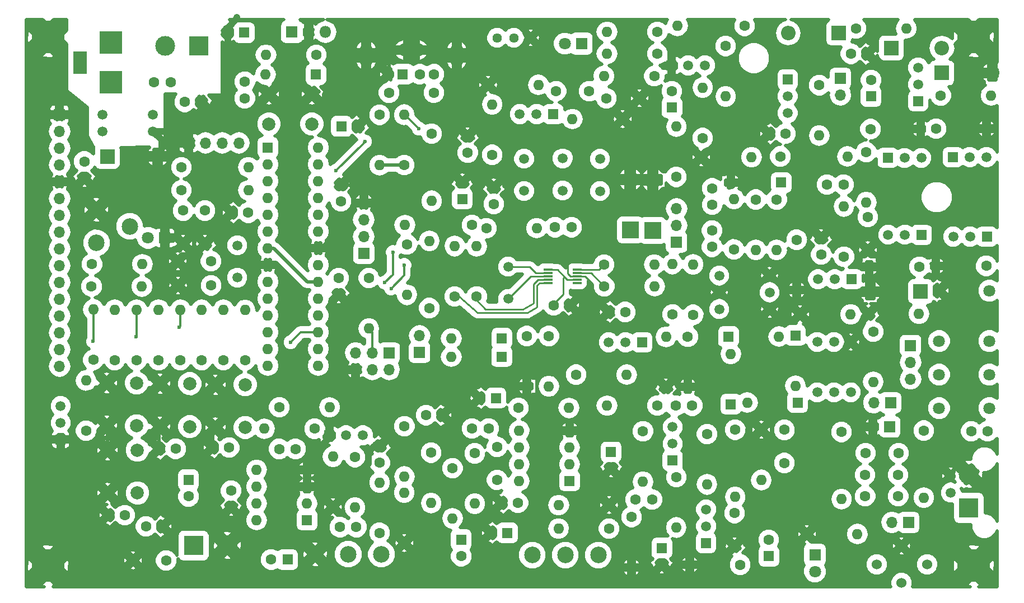
<source format=gbr>
G04 #@! TF.FileFunction,Copper,L1,Top,Signal*
%FSLAX46Y46*%
G04 Gerber Fmt 4.6, Leading zero omitted, Abs format (unit mm)*
G04 Created by KiCad (PCBNEW 4.0.7) date 01/02/22 00:57:01*
%MOMM*%
%LPD*%
G01*
G04 APERTURE LIST*
%ADD10C,0.100000*%
%ADD11C,1.600000*%
%ADD12O,1.600000X1.600000*%
%ADD13R,1.700000X1.700000*%
%ADD14O,1.700000X1.700000*%
%ADD15R,1.600000X1.600000*%
%ADD16C,1.520000*%
%ADD17R,1.520000X1.520000*%
%ADD18C,2.500000*%
%ADD19R,2.200000X2.200000*%
%ADD20O,2.200000X2.200000*%
%ADD21R,1.800000X1.800000*%
%ADD22C,1.800000*%
%ADD23R,2.500000X2.500000*%
%ADD24O,2.500000X2.500000*%
%ADD25R,3.000000X3.000000*%
%ADD26C,3.000000*%
%ADD27R,3.500000X3.500000*%
%ADD28R,2.000000X3.500000*%
%ADD29C,2.000000*%
%ADD30O,1.800000X1.800000*%
%ADD31C,1.500000*%
%ADD32R,1.400000X0.300000*%
%ADD33C,1.524000*%
%ADD34O,2.000000X3.500000*%
%ADD35O,4.000000X2.000000*%
%ADD36C,1.440000*%
%ADD37C,5.000000*%
%ADD38C,0.600000*%
%ADD39C,0.500000*%
%ADD40C,1.000000*%
%ADD41C,0.250000*%
%ADD42C,0.350000*%
G04 APERTURE END LIST*
D10*
D11*
X52085000Y-94855000D03*
D12*
X59705000Y-94855000D03*
D13*
X175855000Y-107145000D03*
D14*
X175855000Y-109685000D03*
X175855000Y-112225000D03*
D11*
X180435000Y-69295000D03*
D12*
X188055000Y-69295000D03*
D11*
X124405000Y-101045000D03*
X121905000Y-101045000D03*
X75185000Y-67215000D03*
X75185000Y-69715000D03*
D15*
X89795000Y-73985000D03*
D11*
X92295000Y-73985000D03*
X80390000Y-116510000D03*
D12*
X88010000Y-116510000D03*
D11*
X162335000Y-90895000D03*
X162335000Y-93395000D03*
D16*
X164415000Y-97115000D03*
X161875000Y-97115000D03*
D17*
X166955000Y-97115000D03*
D11*
X156155000Y-78535000D03*
D12*
X166315000Y-78535000D03*
D11*
X149145000Y-92595000D03*
D12*
X149145000Y-84975000D03*
D11*
X179715000Y-74335000D03*
D12*
X187335000Y-74335000D03*
D11*
X187305000Y-95105000D03*
D12*
X179685000Y-95105000D03*
D15*
X124300000Y-127650000D03*
D12*
X116680000Y-120030000D03*
X124300000Y-125110000D03*
X116680000Y-122570000D03*
X124300000Y-122570000D03*
X116680000Y-125110000D03*
X124300000Y-120030000D03*
X116680000Y-127650000D03*
D18*
X123650000Y-138875000D03*
X118650000Y-138875000D03*
X128650000Y-138875000D03*
D11*
X117825000Y-105700000D03*
D12*
X117825000Y-113320000D03*
D15*
X158800000Y-115775000D03*
D12*
X151180000Y-115775000D03*
D13*
X140475000Y-91525000D03*
D14*
X140475000Y-88985000D03*
X140475000Y-86445000D03*
D11*
X111700000Y-89380000D03*
D12*
X119320000Y-89380000D03*
D11*
X121175000Y-105700000D03*
D12*
X121175000Y-113320000D03*
D11*
X80380000Y-122800000D03*
X82880000Y-122800000D03*
X89390000Y-96930000D03*
X89390000Y-99430000D03*
D15*
X75095000Y-59775000D03*
D11*
X72595000Y-59775000D03*
X69170000Y-86730000D03*
X69170000Y-91730000D03*
X65880000Y-86730000D03*
X65880000Y-91730000D03*
X89725000Y-82825000D03*
X89725000Y-85325000D03*
X65045000Y-94405000D03*
X70045000Y-94405000D03*
X65085000Y-98065000D03*
X70085000Y-98065000D03*
X70325000Y-122575000D03*
X72825000Y-122575000D03*
X62215000Y-122795000D03*
X64715000Y-122795000D03*
D15*
X108075000Y-84965000D03*
D11*
X108075000Y-82465000D03*
X112825000Y-85725000D03*
X112825000Y-83225000D03*
D15*
X81650000Y-139560000D03*
D11*
X79150000Y-139560000D03*
X62725000Y-134535000D03*
X60225000Y-134535000D03*
X54535000Y-132815000D03*
X57035000Y-132815000D03*
D15*
X66665000Y-127495000D03*
D11*
X66665000Y-129995000D03*
X127265000Y-68645000D03*
X122265000Y-68645000D03*
X129875000Y-69725000D03*
X134875000Y-69725000D03*
X163225000Y-82785000D03*
X165725000Y-82785000D03*
X116500000Y-130975000D03*
X114000000Y-130975000D03*
X187525000Y-120125000D03*
X185025000Y-120125000D03*
X174045000Y-123445000D03*
X169045000Y-123445000D03*
X173975000Y-126715000D03*
X168975000Y-126715000D03*
X174005000Y-129955000D03*
X169005000Y-129955000D03*
X102575000Y-117700000D03*
X105075000Y-117700000D03*
X89550000Y-134650000D03*
X92050000Y-134650000D03*
X113325000Y-122500000D03*
X113325000Y-127500000D03*
D19*
X54400000Y-78540000D03*
D20*
X62020000Y-78540000D03*
D15*
X85935000Y-66145000D03*
D12*
X78315000Y-66145000D03*
D21*
X63095000Y-90855000D03*
D22*
X60555000Y-90855000D03*
D23*
X133470000Y-89660000D03*
D24*
X133470000Y-82040000D03*
D23*
X136880000Y-89720000D03*
D24*
X136880000Y-82100000D03*
D25*
X68195000Y-61835000D03*
D26*
X63115000Y-61835000D03*
D27*
X54955000Y-67305000D03*
X54955000Y-61305000D03*
D28*
X50255000Y-64305000D03*
D13*
X66695000Y-76495000D03*
D14*
X69235000Y-76495000D03*
X71775000Y-76495000D03*
X74315000Y-76495000D03*
D25*
X67440000Y-137430000D03*
D26*
X72520000Y-137430000D03*
D11*
X65575000Y-83655000D03*
D12*
X75735000Y-83655000D03*
D11*
X65575000Y-80155000D03*
D12*
X75735000Y-80155000D03*
D11*
X109550000Y-88930000D03*
D12*
X99390000Y-88930000D03*
D11*
X103440000Y-75100000D03*
D12*
X103440000Y-85260000D03*
D11*
X177855000Y-120015000D03*
D12*
X177855000Y-130175000D03*
D11*
X165435000Y-120245000D03*
D12*
X165435000Y-130405000D03*
D11*
X103075000Y-101475000D03*
D12*
X103075000Y-91315000D03*
D16*
X144950000Y-134485000D03*
X144950000Y-131945000D03*
D17*
X144950000Y-137025000D03*
D16*
X119310000Y-72125000D03*
X116770000Y-72125000D03*
D17*
X121850000Y-72125000D03*
D16*
X174945000Y-78755000D03*
X177485000Y-78755000D03*
D17*
X172405000Y-78755000D03*
D16*
X90510000Y-120740000D03*
X93050000Y-120740000D03*
D17*
X87970000Y-120740000D03*
D18*
X90825000Y-138750000D03*
X85825000Y-138750000D03*
X95825000Y-138750000D03*
D29*
X78825000Y-73615000D03*
X78825000Y-69115000D03*
X85325000Y-73615000D03*
X85325000Y-69115000D03*
X70745000Y-113075000D03*
X75245000Y-113075000D03*
X70745000Y-119575000D03*
X75245000Y-119575000D03*
X54325000Y-112815000D03*
X58825000Y-112815000D03*
X54325000Y-119315000D03*
X58825000Y-119315000D03*
X54445000Y-122985000D03*
X58945000Y-122985000D03*
X54445000Y-129485000D03*
X58945000Y-129485000D03*
X62365000Y-112925000D03*
X66865000Y-112925000D03*
X62365000Y-119425000D03*
X66865000Y-119425000D03*
D21*
X82295000Y-59705000D03*
D30*
X84835000Y-59705000D03*
X87375000Y-59705000D03*
D31*
X74045000Y-91985000D03*
X74045000Y-96865000D03*
X117420000Y-78870000D03*
X117420000Y-83750000D03*
D15*
X78675000Y-77165000D03*
D12*
X86295000Y-110185000D03*
X78675000Y-79705000D03*
X86295000Y-107645000D03*
X78675000Y-82245000D03*
X86295000Y-105105000D03*
X78675000Y-84785000D03*
X86295000Y-102565000D03*
X78675000Y-87325000D03*
X86295000Y-100025000D03*
X78675000Y-89865000D03*
X86295000Y-97485000D03*
X78675000Y-92405000D03*
X86295000Y-94945000D03*
X78675000Y-94945000D03*
X86295000Y-92405000D03*
X78675000Y-97485000D03*
X86295000Y-89865000D03*
X78675000Y-100025000D03*
X86295000Y-87325000D03*
X78675000Y-102565000D03*
X86295000Y-84785000D03*
X78675000Y-105105000D03*
X86295000Y-82245000D03*
X78675000Y-107645000D03*
X86295000Y-79705000D03*
X78675000Y-110185000D03*
X86295000Y-77165000D03*
D13*
X97030000Y-108260000D03*
D14*
X97030000Y-110800000D03*
X94490000Y-108260000D03*
X94490000Y-110800000D03*
X91950000Y-108260000D03*
X91950000Y-110800000D03*
D11*
X73090000Y-129110000D03*
X73090000Y-131610000D03*
D15*
X84580000Y-133580000D03*
D12*
X76960000Y-125960000D03*
X84580000Y-131040000D03*
X76960000Y-128500000D03*
X84580000Y-128500000D03*
X76960000Y-131040000D03*
X84580000Y-125960000D03*
X76960000Y-133580000D03*
D16*
X184855000Y-90665000D03*
X182315000Y-90665000D03*
D17*
X187395000Y-90665000D03*
D16*
X175015000Y-90385000D03*
X172475000Y-90385000D03*
D17*
X177555000Y-90385000D03*
D16*
X184815000Y-78635000D03*
X187355000Y-78635000D03*
D17*
X182275000Y-78635000D03*
D15*
X139775000Y-71150000D03*
D11*
X139775000Y-68650000D03*
D18*
X57775000Y-89105000D03*
X52735000Y-91605000D03*
X52735000Y-86605000D03*
D13*
X47175000Y-72185000D03*
D14*
X47175000Y-74725000D03*
X47175000Y-77265000D03*
X47175000Y-79805000D03*
X47175000Y-82345000D03*
X47175000Y-84885000D03*
X47175000Y-87425000D03*
X47175000Y-89965000D03*
X47175000Y-92505000D03*
X47175000Y-95045000D03*
X47175000Y-97585000D03*
X47175000Y-100125000D03*
X47175000Y-102665000D03*
X47175000Y-105205000D03*
X47175000Y-107745000D03*
X47175000Y-110285000D03*
D11*
X50905000Y-79285000D03*
X50905000Y-81785000D03*
D13*
X101610000Y-108200000D03*
D14*
X101610000Y-105660000D03*
D11*
X85995000Y-63155000D03*
D12*
X78375000Y-63155000D03*
D11*
X52005000Y-98225000D03*
D12*
X59625000Y-98225000D03*
D11*
X65465000Y-109385000D03*
D12*
X65465000Y-101765000D03*
D11*
X75215000Y-109415000D03*
D12*
X75215000Y-101795000D03*
D11*
X99685000Y-91845000D03*
D12*
X99685000Y-99465000D03*
D11*
X147905000Y-61835000D03*
D12*
X147905000Y-69455000D03*
D11*
X137100000Y-66350000D03*
D12*
X129480000Y-66350000D03*
D11*
X88510000Y-131600000D03*
D12*
X88510000Y-123980000D03*
D11*
X62165000Y-109355000D03*
D12*
X62165000Y-101735000D03*
D11*
X55495000Y-109345000D03*
D12*
X55495000Y-101725000D03*
D11*
X144435000Y-75735000D03*
D12*
X144435000Y-68115000D03*
D11*
X112600000Y-78275000D03*
D12*
X112600000Y-70655000D03*
D11*
X111975000Y-67700000D03*
D12*
X119595000Y-67700000D03*
D11*
X132325000Y-72875000D03*
D12*
X124705000Y-72875000D03*
D11*
X153280000Y-119890000D03*
D12*
X153280000Y-127510000D03*
D11*
X109950000Y-123475000D03*
D12*
X109950000Y-131095000D03*
D11*
X103375000Y-123375000D03*
D12*
X103375000Y-130995000D03*
D11*
X106600000Y-125700000D03*
D12*
X106600000Y-133320000D03*
D11*
X71955000Y-109365000D03*
D12*
X71955000Y-101745000D03*
D11*
X85750000Y-119750000D03*
D12*
X78130000Y-119750000D03*
D11*
X95575000Y-135500000D03*
D12*
X95575000Y-127880000D03*
D11*
X68675000Y-109385000D03*
D12*
X68675000Y-101765000D03*
D11*
X91850000Y-124050000D03*
D12*
X91850000Y-131670000D03*
D11*
X99300000Y-137050000D03*
D12*
X99300000Y-129430000D03*
D11*
X130275000Y-131300000D03*
D12*
X122655000Y-131300000D03*
D11*
X169795000Y-74375000D03*
D12*
X177415000Y-74375000D03*
D11*
X177225000Y-95245000D03*
D12*
X169605000Y-95245000D03*
D11*
X52275000Y-109325000D03*
D12*
X52275000Y-101705000D03*
D11*
X58825000Y-109345000D03*
D12*
X58825000Y-101725000D03*
D11*
X99325000Y-119375000D03*
D12*
X99325000Y-126995000D03*
D11*
X68585000Y-70295000D03*
X66085000Y-70295000D03*
D13*
X172825000Y-115805000D03*
D14*
X170285000Y-115805000D03*
D11*
X112050000Y-119725000D03*
X109550000Y-119725000D03*
D15*
X114035000Y-106075000D03*
D12*
X106415000Y-106075000D03*
D15*
X114025000Y-108855000D03*
D12*
X106405000Y-108855000D03*
D11*
X110255000Y-99755000D03*
D12*
X110255000Y-92135000D03*
D11*
X106925000Y-99715000D03*
D12*
X106925000Y-92095000D03*
D11*
X129500000Y-94900000D03*
D12*
X137120000Y-94900000D03*
D11*
X129550000Y-98175000D03*
D12*
X137170000Y-98175000D03*
D32*
X121025000Y-95675000D03*
X121025000Y-96175000D03*
X121025000Y-96675000D03*
X121025000Y-97175000D03*
X121025000Y-97675000D03*
X125425000Y-97675000D03*
X125425000Y-97175000D03*
X125425000Y-96675000D03*
X125425000Y-96175000D03*
X125425000Y-95675000D03*
D31*
X115000000Y-95225000D03*
X115000000Y-100105000D03*
X181945000Y-129425000D03*
X181945000Y-126885000D03*
D25*
X184673000Y-131711000D03*
D26*
X184673000Y-126631000D03*
D19*
X180605000Y-65885000D03*
D20*
X188225000Y-65885000D03*
D22*
X187775000Y-106465000D03*
X187775000Y-116625000D03*
X187775000Y-111545000D03*
X180175000Y-111545000D03*
X180175000Y-106465000D03*
X180175000Y-116625000D03*
X187775000Y-98845000D03*
X180175000Y-98845000D03*
D11*
X140350000Y-116275000D03*
X142850000Y-116275000D03*
D15*
X158450000Y-105625000D03*
D12*
X158450000Y-113245000D03*
D15*
X148325000Y-105800000D03*
D12*
X155945000Y-105800000D03*
D15*
X148675000Y-116050000D03*
D12*
X148675000Y-108430000D03*
D11*
X137575000Y-116250000D03*
D12*
X129955000Y-116250000D03*
D11*
X150100000Y-140325000D03*
D12*
X142480000Y-140325000D03*
D11*
X170210000Y-105050000D03*
D12*
X170210000Y-112670000D03*
D15*
X169875000Y-69455000D03*
D11*
X169875000Y-66955000D03*
D19*
X172975000Y-62105000D03*
D20*
X180595000Y-62105000D03*
D16*
X157275000Y-69445000D03*
X157275000Y-71985000D03*
D17*
X157275000Y-66905000D03*
D11*
X167585000Y-59145000D03*
D12*
X175205000Y-59145000D03*
D13*
X165265000Y-66695000D03*
D14*
X165265000Y-69235000D03*
D11*
X169510000Y-102370000D03*
D12*
X177130000Y-102370000D03*
D15*
X107900000Y-136550000D03*
D11*
X107900000Y-139050000D03*
D15*
X113155000Y-115105000D03*
D11*
X110655000Y-115105000D03*
D31*
X166815000Y-106615000D03*
X166815000Y-114235000D03*
X164275000Y-106615000D03*
X164275000Y-114235000D03*
X161735000Y-106615000D03*
X161735000Y-114235000D03*
X154545000Y-101645000D03*
X146925000Y-101645000D03*
X154545000Y-99105000D03*
X146925000Y-99105000D03*
X154545000Y-96565000D03*
X146925000Y-96565000D03*
D13*
X175585000Y-133925000D03*
D14*
X173045000Y-133925000D03*
D33*
X178375000Y-140285000D03*
X170755000Y-140285000D03*
X174501500Y-137491000D03*
X174501500Y-143079000D03*
D21*
X161405000Y-138815000D03*
D22*
X161405000Y-141355000D03*
D11*
X160200000Y-135675000D03*
D12*
X167820000Y-135675000D03*
D13*
X172725000Y-119485000D03*
D14*
X170185000Y-119485000D03*
D15*
X156305000Y-82495000D03*
D12*
X148685000Y-82495000D03*
D11*
X159175000Y-102425000D03*
D12*
X166795000Y-102425000D03*
D11*
X108900000Y-75475000D03*
X108900000Y-77975000D03*
X165795000Y-93715000D03*
D12*
X165795000Y-86095000D03*
D11*
X152445000Y-85045000D03*
D12*
X152445000Y-92665000D03*
D11*
X154455000Y-75105000D03*
X156955000Y-75105000D03*
X155625000Y-85045000D03*
D12*
X155625000Y-92665000D03*
D11*
X122100000Y-89250000D03*
X124600000Y-89250000D03*
D15*
X154425000Y-139050000D03*
D11*
X154425000Y-136550000D03*
D15*
X138250000Y-137800000D03*
D11*
X138250000Y-140300000D03*
X145825000Y-89725000D03*
X145825000Y-92225000D03*
D15*
X130575000Y-123265000D03*
D11*
X130575000Y-125765000D03*
D15*
X114900000Y-135500000D03*
D11*
X112400000Y-135500000D03*
X136775000Y-130450000D03*
X134275000Y-130450000D03*
X130200000Y-102075000D03*
X132700000Y-102075000D03*
X145875000Y-83350000D03*
X145875000Y-85850000D03*
X95600000Y-124900000D03*
X95600000Y-122400000D03*
D19*
X164985000Y-59875000D03*
D20*
X157365000Y-59875000D03*
D11*
X149350000Y-119900000D03*
D12*
X149350000Y-130060000D03*
D16*
X132760000Y-106675000D03*
X130220000Y-106675000D03*
D17*
X135300000Y-106675000D03*
D16*
X139875000Y-122035000D03*
X139875000Y-119495000D03*
D17*
X139875000Y-124575000D03*
D16*
X142245000Y-64765000D03*
X144785000Y-64765000D03*
D17*
X139705000Y-64765000D03*
D16*
X176995000Y-67615000D03*
X176995000Y-65075000D03*
D17*
X176995000Y-70155000D03*
D11*
X143000000Y-102500000D03*
D12*
X143000000Y-94880000D03*
D11*
X125300000Y-111550000D03*
D12*
X132920000Y-111550000D03*
D11*
X142175000Y-105800000D03*
D12*
X142175000Y-113420000D03*
D11*
X145075000Y-120550000D03*
D12*
X145075000Y-128170000D03*
D11*
X133650000Y-133125000D03*
D12*
X133650000Y-140745000D03*
D11*
X138875000Y-113475000D03*
D12*
X138875000Y-105855000D03*
D11*
X140425000Y-127075000D03*
D12*
X140425000Y-134695000D03*
D11*
X135400000Y-120150000D03*
D12*
X135400000Y-127770000D03*
D11*
X116575000Y-116600000D03*
D12*
X124195000Y-116600000D03*
D11*
X130250000Y-134875000D03*
D12*
X122630000Y-134875000D03*
D11*
X137575000Y-62975000D03*
D12*
X129955000Y-62975000D03*
D11*
X158645000Y-91135000D03*
D12*
X158645000Y-98755000D03*
D11*
X144195000Y-78655000D03*
D12*
X151815000Y-78655000D03*
D11*
X140455000Y-81645000D03*
D12*
X140455000Y-74025000D03*
D11*
X139875000Y-102425000D03*
D12*
X139875000Y-94805000D03*
D31*
X123250000Y-78830000D03*
X123250000Y-83710000D03*
D11*
X149250000Y-132525000D03*
X149250000Y-137525000D03*
D34*
X107225000Y-63225000D03*
X93525000Y-63225000D03*
D15*
X99075000Y-66075000D03*
D11*
X101675000Y-66075000D03*
X96975000Y-66075000D03*
X103775000Y-66075000D03*
X96975000Y-68875000D03*
X103775000Y-68875000D03*
D35*
X100375000Y-62425000D03*
D11*
X95570000Y-72240000D03*
D12*
X95570000Y-79860000D03*
D11*
X99300000Y-79840000D03*
D12*
X99300000Y-72220000D03*
D21*
X126115000Y-61455000D03*
D22*
X123575000Y-61455000D03*
D11*
X137575000Y-59675000D03*
D12*
X129955000Y-59675000D03*
D11*
X169405000Y-87705000D03*
X169405000Y-92705000D03*
D16*
X47335000Y-118835000D03*
X47335000Y-116295000D03*
D17*
X47335000Y-121375000D03*
D11*
X51165000Y-120055000D03*
D12*
X51165000Y-112435000D03*
D11*
X166835000Y-63005000D03*
X169335000Y-63005000D03*
X162055000Y-67755000D03*
D12*
X162055000Y-75375000D03*
D36*
X113325000Y-60575000D03*
X115865000Y-60575000D03*
X118405000Y-60575000D03*
D11*
X169175000Y-77845000D03*
D12*
X169175000Y-85465000D03*
D11*
X150765000Y-58785000D03*
D12*
X140605000Y-58785000D03*
D37*
X45425000Y-60465000D03*
X185425000Y-60465000D03*
X185425000Y-140465000D03*
X45425000Y-140465000D03*
D11*
X63280000Y-139670000D03*
X58280000Y-139670000D03*
X63985000Y-67305000D03*
X61485000Y-67305000D03*
D31*
X53690000Y-72230000D03*
X61310000Y-72230000D03*
X53690000Y-74770000D03*
X61310000Y-74770000D03*
X128890000Y-78910000D03*
X128890000Y-83790000D03*
D11*
X156800000Y-124920000D03*
X156800000Y-119920000D03*
D19*
X177390000Y-98980000D03*
D20*
X169770000Y-98980000D03*
D11*
X75710000Y-87050000D03*
X73210000Y-87050000D03*
X93930000Y-96950000D03*
D12*
X93930000Y-104570000D03*
D13*
X93170000Y-93170000D03*
D14*
X93170000Y-90630000D03*
X93170000Y-88090000D03*
X93170000Y-85550000D03*
D38*
X96340000Y-97620000D03*
X97560000Y-93020000D03*
X82115000Y-106635000D03*
X101510000Y-74320000D03*
X99320000Y-94960000D03*
X97310000Y-98530000D03*
X65295000Y-104415000D03*
X52255000Y-106515000D03*
X58725000Y-105845000D03*
X93350000Y-76280000D03*
X88985000Y-80715000D03*
D39*
X99300000Y-79840000D02*
X95580000Y-79850000D01*
X95580000Y-79850000D02*
X95570000Y-79860000D01*
X86295000Y-97485000D02*
X84605000Y-97485000D01*
X79525000Y-92405000D02*
X78675000Y-92405000D01*
X84605000Y-97485000D02*
X79525000Y-92405000D01*
D40*
X95600000Y-122400000D02*
X94740000Y-122400000D01*
X93880000Y-125050000D02*
X93210000Y-125720000D01*
X93880000Y-123260000D02*
X93880000Y-125050000D01*
X94740000Y-122400000D02*
X93880000Y-123260000D01*
X87970000Y-120740000D02*
X87970000Y-121120000D01*
X87970000Y-121120000D02*
X85930000Y-123160000D01*
X85930000Y-123160000D02*
X85930000Y-124610000D01*
X85930000Y-124610000D02*
X84580000Y-125960000D01*
D39*
X89470000Y-90460000D02*
X89470000Y-89010000D01*
X91080000Y-82840000D02*
X89740000Y-82840000D01*
X91500000Y-83260000D02*
X91080000Y-82840000D01*
X91500000Y-86980000D02*
X91500000Y-83260000D01*
X89470000Y-89010000D02*
X91500000Y-86980000D01*
X89740000Y-82840000D02*
X89725000Y-82825000D01*
D40*
X89470000Y-90460000D02*
X88980000Y-90460000D01*
X88980000Y-90460000D02*
X87035000Y-92405000D01*
X87035000Y-92405000D02*
X86295000Y-92405000D01*
X62020000Y-78540000D02*
X62020000Y-77910000D01*
X62020000Y-77910000D02*
X62590000Y-77340000D01*
X62590000Y-77340000D02*
X62590000Y-76050000D01*
X62590000Y-76050000D02*
X61310000Y-74770000D01*
X62190000Y-74770000D02*
X65300000Y-74770000D01*
X68585000Y-71485000D02*
X68585000Y-70295000D01*
X65300000Y-74770000D02*
X68585000Y-71485000D01*
X61310000Y-74770000D02*
X62190000Y-74770000D01*
X62190000Y-74770000D02*
X64970000Y-74770000D01*
X64970000Y-74770000D02*
X66695000Y-76495000D01*
X61310000Y-74770000D02*
X61310000Y-74780000D01*
X72595000Y-59775000D02*
X72595000Y-59095000D01*
X72595000Y-59095000D02*
X74000000Y-57690000D01*
X74000000Y-57690000D02*
X74000000Y-57500000D01*
X72595000Y-59775000D02*
X72595000Y-62905000D01*
X72595000Y-62905000D02*
X72500000Y-63000000D01*
D39*
X70325000Y-122575000D02*
X70325000Y-119995000D01*
X70325000Y-119995000D02*
X70745000Y-119575000D01*
X54445000Y-122985000D02*
X54445000Y-119435000D01*
X54445000Y-119435000D02*
X54325000Y-119315000D01*
X62215000Y-122795000D02*
X62215000Y-119575000D01*
X62215000Y-119575000D02*
X62365000Y-119425000D01*
X96975000Y-66075000D02*
X96975000Y-63955000D01*
X96975000Y-63955000D02*
X98505000Y-62425000D01*
X98505000Y-62425000D02*
X100375000Y-62425000D01*
D41*
X125425000Y-96675000D02*
X124415000Y-96675000D01*
X124015000Y-96275000D02*
X124015000Y-94225000D01*
X124415000Y-96675000D02*
X124015000Y-96275000D01*
X125425000Y-96675000D02*
X126665000Y-96675000D01*
X127265000Y-97275000D02*
X127265000Y-99215000D01*
X126665000Y-96675000D02*
X127265000Y-97275000D01*
D42*
X96340000Y-97620000D02*
X97560000Y-96400000D01*
X97560000Y-96400000D02*
X97560000Y-93020000D01*
D39*
X93170000Y-88090000D02*
X93340000Y-88090000D01*
D42*
X94490000Y-108260000D02*
X94490000Y-105130000D01*
X94490000Y-105130000D02*
X93930000Y-104570000D01*
X94490000Y-110800000D02*
X94490000Y-110660000D01*
X86295000Y-105105000D02*
X83645000Y-105105000D01*
X83645000Y-105105000D02*
X82115000Y-106635000D01*
X101510000Y-74320000D02*
X99410000Y-72220000D01*
X99320000Y-96520000D02*
X99320000Y-94960000D01*
X97310000Y-98530000D02*
X99320000Y-96520000D01*
X99410000Y-72220000D02*
X99300000Y-72220000D01*
X65465000Y-101765000D02*
X65465000Y-104245000D01*
X65465000Y-104245000D02*
X65295000Y-104415000D01*
X52275000Y-101705000D02*
X52275000Y-106495000D01*
X52275000Y-106495000D02*
X52255000Y-106515000D01*
X58825000Y-101725000D02*
X58825000Y-105745000D01*
X58825000Y-105745000D02*
X58725000Y-105845000D01*
D41*
X106925000Y-99715000D02*
X107575000Y-99715000D01*
X107575000Y-99715000D02*
X110380000Y-102180000D01*
X110380000Y-102180000D02*
X117955000Y-102180000D01*
X117955000Y-102180000D02*
X119400000Y-101325000D01*
X119400000Y-101325000D02*
X119400000Y-98075000D01*
X119400000Y-98075000D02*
X119800000Y-97675000D01*
X119800000Y-97675000D02*
X121025000Y-97675000D01*
X110255000Y-99755000D02*
X110255000Y-100205000D01*
X110255000Y-100205000D02*
X111545000Y-101670000D01*
X111545000Y-101670000D02*
X117220000Y-101670000D01*
X117220000Y-101670000D02*
X118875000Y-100725000D01*
X118875000Y-100725000D02*
X118875000Y-97850000D01*
X118875000Y-97850000D02*
X119550000Y-97175000D01*
X119550000Y-97175000D02*
X121025000Y-97175000D01*
X121905000Y-101045000D02*
X121905000Y-100835000D01*
X121905000Y-100835000D02*
X123345000Y-99395000D01*
X123345000Y-96935000D02*
X123527500Y-96752500D01*
X123345000Y-99395000D02*
X123345000Y-96935000D01*
X125425000Y-97175000D02*
X123975000Y-97175000D01*
X123975000Y-97175000D02*
X123950000Y-97175000D01*
X122450000Y-95675000D02*
X121025000Y-95675000D01*
X123950000Y-97175000D02*
X123527500Y-96752500D01*
X123527500Y-96752500D02*
X122450000Y-95675000D01*
X121025000Y-96175000D02*
X119200000Y-96175000D01*
X118250000Y-95225000D02*
X115000000Y-95225000D01*
X119200000Y-96175000D02*
X118250000Y-95225000D01*
X121025000Y-96675000D02*
X118430000Y-96675000D01*
X118430000Y-96675000D02*
X115000000Y-100105000D01*
X125425000Y-95675000D02*
X128725000Y-95675000D01*
X128725000Y-95675000D02*
X129500000Y-94900000D01*
X125425000Y-96175000D02*
X127550000Y-96175000D01*
X127550000Y-96175000D02*
X129550000Y-98175000D01*
D42*
X93230000Y-76400000D02*
X93350000Y-76280000D01*
X93230000Y-76530000D02*
X93230000Y-76400000D01*
X88985000Y-80715000D02*
X93230000Y-76530000D01*
D39*
G36*
X45425000Y-58697233D02*
X46272233Y-57850000D01*
X48250000Y-57850000D01*
X48250000Y-59407767D01*
X47192767Y-60465000D01*
X48250000Y-61522233D01*
X48250000Y-62482947D01*
X48235409Y-62555000D01*
X48235409Y-66055000D01*
X48250000Y-66132545D01*
X48250000Y-68500000D01*
X48269696Y-68597264D01*
X48345434Y-68696493D01*
X51390000Y-71091422D01*
X51390000Y-75470000D01*
X51422068Y-75592498D01*
X52282068Y-77122498D01*
X52332798Y-77181294D01*
X52280409Y-77440000D01*
X52280409Y-78115003D01*
X51925949Y-77759924D01*
X51264613Y-77485313D01*
X50548529Y-77484688D01*
X49886714Y-77758145D01*
X49379924Y-78264051D01*
X49105313Y-78925387D01*
X49104688Y-79641471D01*
X49378145Y-80303286D01*
X49762302Y-80688114D01*
X48901323Y-81549093D01*
X49353874Y-82001643D01*
X49426154Y-82365017D01*
X49674195Y-82450119D01*
X50339315Y-81785000D01*
X50056472Y-81502157D01*
X50494904Y-81063725D01*
X50545387Y-81084687D01*
X50770569Y-81084884D01*
X50905000Y-81219315D01*
X51039197Y-81085118D01*
X51261471Y-81085312D01*
X51314692Y-81063321D01*
X51753528Y-81502157D01*
X51470685Y-81785000D01*
X52135805Y-82450119D01*
X52383846Y-82365017D01*
X52447446Y-82010323D01*
X52908677Y-81549093D01*
X52047471Y-80687887D01*
X52430076Y-80305949D01*
X52473269Y-80201929D01*
X52569149Y-80350931D01*
X52903322Y-80579262D01*
X53300000Y-80659591D01*
X55500000Y-80659591D01*
X55870578Y-80589862D01*
X55992401Y-80511471D01*
X63774688Y-80511471D01*
X64048145Y-81173286D01*
X64554051Y-81680076D01*
X65096245Y-81905215D01*
X64556714Y-82128145D01*
X64049924Y-82634051D01*
X63775313Y-83295387D01*
X63774688Y-84011471D01*
X64048145Y-84673286D01*
X64554051Y-85180076D01*
X64787653Y-85277076D01*
X64354924Y-85709051D01*
X64080313Y-86370387D01*
X64079688Y-87086471D01*
X64353145Y-87748286D01*
X64859051Y-88255076D01*
X65520387Y-88529687D01*
X66236471Y-88530312D01*
X66898286Y-88256855D01*
X67405076Y-87750949D01*
X67524956Y-87462247D01*
X67643145Y-87748286D01*
X68149051Y-88255076D01*
X68810387Y-88529687D01*
X69526471Y-88530312D01*
X70188286Y-88256855D01*
X70695076Y-87750949D01*
X70969687Y-87089613D01*
X70969695Y-87080064D01*
X71621761Y-87080064D01*
X71731154Y-87630017D01*
X71979195Y-87715119D01*
X72644315Y-87050000D01*
X71979195Y-86384881D01*
X71731154Y-86469983D01*
X71621761Y-87080064D01*
X70969695Y-87080064D01*
X70970312Y-86373529D01*
X70741266Y-85819195D01*
X72544881Y-85819195D01*
X73210000Y-86484315D01*
X73492843Y-86201472D01*
X73931275Y-86639904D01*
X73910313Y-86690387D01*
X73910116Y-86915569D01*
X73775685Y-87050000D01*
X73909882Y-87184197D01*
X73909688Y-87406471D01*
X73931679Y-87459692D01*
X73492843Y-87898528D01*
X73210000Y-87615685D01*
X72544881Y-88280805D01*
X72629983Y-88528846D01*
X72984677Y-88592446D01*
X73445907Y-89053677D01*
X74307113Y-88192471D01*
X74689051Y-88575076D01*
X75350387Y-88849687D01*
X76066471Y-88850312D01*
X76728286Y-88576855D01*
X77103009Y-88202786D01*
X77365078Y-88595000D01*
X76976753Y-89176170D01*
X76839736Y-89865000D01*
X76976753Y-90553830D01*
X77365078Y-91135000D01*
X76976753Y-91716170D01*
X76839736Y-92405000D01*
X76976753Y-93093830D01*
X77366944Y-93677792D01*
X77424998Y-93716582D01*
X77424998Y-94052939D01*
X77250335Y-94314369D01*
X77366263Y-94545000D01*
X78275000Y-94545000D01*
X78275000Y-94145000D01*
X78338098Y-94145000D01*
X78639736Y-94205000D01*
X78710264Y-94205000D01*
X79011902Y-94145000D01*
X79075000Y-94145000D01*
X79075000Y-94545000D01*
X79897234Y-94545000D01*
X83721117Y-98368884D01*
X84100363Y-98622287D01*
X84126646Y-98639849D01*
X84605000Y-98735000D01*
X84971715Y-98735000D01*
X84985078Y-98755000D01*
X84596753Y-99336170D01*
X84459736Y-100025000D01*
X84596753Y-100713830D01*
X84985078Y-101295000D01*
X84596753Y-101876170D01*
X84459736Y-102565000D01*
X84596753Y-103253830D01*
X84985078Y-103835000D01*
X84921601Y-103930000D01*
X83645000Y-103930000D01*
X83195347Y-104019442D01*
X82814150Y-104274149D01*
X81680280Y-105408020D01*
X81379571Y-105532271D01*
X81013556Y-105897647D01*
X80815226Y-106375279D01*
X80814774Y-106892452D01*
X81012271Y-107370429D01*
X81377647Y-107736444D01*
X81855279Y-107934774D01*
X82372452Y-107935226D01*
X82850429Y-107737729D01*
X83216444Y-107372353D01*
X83342199Y-107069501D01*
X84131701Y-106280000D01*
X84921601Y-106280000D01*
X84985078Y-106375000D01*
X84596753Y-106956170D01*
X84459736Y-107645000D01*
X84596753Y-108333830D01*
X84985078Y-108915000D01*
X84596753Y-109496170D01*
X84459736Y-110185000D01*
X84596753Y-110873830D01*
X84986944Y-111457792D01*
X85570906Y-111847983D01*
X86259736Y-111985000D01*
X86330264Y-111985000D01*
X87019094Y-111847983D01*
X87596198Y-111462374D01*
X90484728Y-111462374D01*
X90849745Y-111972689D01*
X91287631Y-112265241D01*
X91525000Y-112153336D01*
X91525000Y-111225000D01*
X90588650Y-111225000D01*
X90484728Y-111462374D01*
X87596198Y-111462374D01*
X87603056Y-111457792D01*
X87993247Y-110873830D01*
X88130264Y-110185000D01*
X87993247Y-109496170D01*
X87604922Y-108915000D01*
X87993247Y-108333830D01*
X88015142Y-108223756D01*
X90100000Y-108223756D01*
X90100000Y-108296244D01*
X90240823Y-109004208D01*
X90641852Y-109604392D01*
X90699998Y-109643244D01*
X90699998Y-109836666D01*
X90484728Y-110137626D01*
X90588650Y-110375000D01*
X91525000Y-110375000D01*
X91525000Y-110061706D01*
X91950000Y-110146244D01*
X92375000Y-110061706D01*
X92375000Y-110375000D01*
X92717328Y-110375000D01*
X92640000Y-110763756D01*
X92640000Y-110836244D01*
X92717328Y-111225000D01*
X92375000Y-111225000D01*
X92375000Y-112153336D01*
X92612369Y-112265241D01*
X92934534Y-112050002D01*
X93118783Y-112050002D01*
X93181852Y-112144392D01*
X93782036Y-112545421D01*
X94490000Y-112686244D01*
X95197964Y-112545421D01*
X95760000Y-112169882D01*
X96322036Y-112545421D01*
X97030000Y-112686244D01*
X97737964Y-112545421D01*
X98338148Y-112144392D01*
X98739177Y-111544208D01*
X98880000Y-110836244D01*
X98880000Y-110763756D01*
X98739177Y-110055792D01*
X98593271Y-109837427D01*
X98819262Y-109506678D01*
X98899591Y-109110000D01*
X98899591Y-107410000D01*
X98829862Y-107039422D01*
X98610851Y-106699069D01*
X98276678Y-106470738D01*
X97880000Y-106390409D01*
X96180000Y-106390409D01*
X95809422Y-106460138D01*
X95665000Y-106553071D01*
X95665000Y-105660000D01*
X99723756Y-105660000D01*
X99864579Y-106367964D01*
X100040649Y-106631472D01*
X99820738Y-106953322D01*
X99740409Y-107350000D01*
X99740409Y-109050000D01*
X99810138Y-109420578D01*
X100029149Y-109760931D01*
X100363322Y-109989262D01*
X100760000Y-110069591D01*
X102460000Y-110069591D01*
X102830578Y-109999862D01*
X103170931Y-109780851D01*
X103399262Y-109446678D01*
X103479591Y-109050000D01*
X103479591Y-108855000D01*
X104569736Y-108855000D01*
X104706753Y-109543830D01*
X105096944Y-110127792D01*
X105680906Y-110517983D01*
X106369736Y-110655000D01*
X106440264Y-110655000D01*
X107129094Y-110517983D01*
X107713056Y-110127792D01*
X108103247Y-109543830D01*
X108240264Y-108855000D01*
X108103247Y-108166170D01*
X108028966Y-108055000D01*
X112205409Y-108055000D01*
X112205409Y-109655000D01*
X112275138Y-110025578D01*
X112494149Y-110365931D01*
X112828322Y-110594262D01*
X113225000Y-110674591D01*
X114825000Y-110674591D01*
X115195578Y-110604862D01*
X115535931Y-110385851D01*
X115764262Y-110051678D01*
X115844591Y-109655000D01*
X115844591Y-108055000D01*
X115774862Y-107684422D01*
X115637792Y-107471409D01*
X115774262Y-107271678D01*
X115854591Y-106875000D01*
X115854591Y-106056471D01*
X116024688Y-106056471D01*
X116298145Y-106718286D01*
X116804051Y-107225076D01*
X117465387Y-107499687D01*
X118181471Y-107500312D01*
X118843286Y-107226855D01*
X119350076Y-106720949D01*
X119500030Y-106359821D01*
X119648145Y-106718286D01*
X120154051Y-107225076D01*
X120815387Y-107499687D01*
X121531471Y-107500312D01*
X122193286Y-107226855D01*
X122396946Y-107023550D01*
X128459696Y-107023550D01*
X128727075Y-107670657D01*
X129221739Y-108166185D01*
X129868379Y-108434693D01*
X130568550Y-108435304D01*
X131215657Y-108167925D01*
X131490044Y-107894016D01*
X131761739Y-108166185D01*
X132408379Y-108434693D01*
X133108550Y-108435304D01*
X133755657Y-108167925D01*
X133796845Y-108126809D01*
X133809149Y-108145931D01*
X134143322Y-108374262D01*
X134540000Y-108454591D01*
X136060000Y-108454591D01*
X136430578Y-108384862D01*
X136770931Y-108165851D01*
X136999262Y-107831678D01*
X137079591Y-107435000D01*
X137079591Y-105915000D01*
X137061666Y-105819736D01*
X137075000Y-105819736D01*
X137075000Y-105890264D01*
X137212017Y-106579094D01*
X137602208Y-107163056D01*
X138186170Y-107553247D01*
X138875000Y-107690264D01*
X139563830Y-107553247D01*
X140147792Y-107163056D01*
X140537983Y-106579094D01*
X140541665Y-106560585D01*
X140648145Y-106818286D01*
X141154051Y-107325076D01*
X141815387Y-107599687D01*
X142531471Y-107600312D01*
X143193286Y-107326855D01*
X143700076Y-106820949D01*
X143974687Y-106159613D01*
X143975312Y-105443529D01*
X143792050Y-105000000D01*
X146505409Y-105000000D01*
X146505409Y-106600000D01*
X146575138Y-106970578D01*
X146794149Y-107310931D01*
X147124919Y-107536937D01*
X147012017Y-107705906D01*
X146875000Y-108394736D01*
X146875000Y-108465264D01*
X147012017Y-109154094D01*
X147402208Y-109738056D01*
X147986170Y-110128247D01*
X148675000Y-110265264D01*
X149363830Y-110128247D01*
X149947792Y-109738056D01*
X149983242Y-109685000D01*
X173968756Y-109685000D01*
X174109579Y-110392964D01*
X174485118Y-110955000D01*
X174109579Y-111517036D01*
X173968756Y-112225000D01*
X174109579Y-112932964D01*
X174510608Y-113533148D01*
X175110792Y-113934177D01*
X175818756Y-114075000D01*
X175891244Y-114075000D01*
X176599208Y-113934177D01*
X177199392Y-113533148D01*
X177600421Y-112932964D01*
X177741244Y-112225000D01*
X177680830Y-111921275D01*
X178274671Y-111921275D01*
X178563319Y-112619857D01*
X179097331Y-113154802D01*
X179795409Y-113444669D01*
X180551275Y-113445329D01*
X181249857Y-113156681D01*
X181784802Y-112622669D01*
X182074669Y-111924591D01*
X182075329Y-111168725D01*
X181786681Y-110470143D01*
X181252669Y-109935198D01*
X180554591Y-109645331D01*
X179798725Y-109644671D01*
X179100143Y-109933319D01*
X178565198Y-110467331D01*
X178275331Y-111165409D01*
X178274671Y-111921275D01*
X177680830Y-111921275D01*
X177600421Y-111517036D01*
X177224882Y-110955000D01*
X177600421Y-110392964D01*
X177741244Y-109685000D01*
X177600421Y-108977036D01*
X177424351Y-108713528D01*
X177644262Y-108391678D01*
X177724591Y-107995000D01*
X177724591Y-106841275D01*
X178274671Y-106841275D01*
X178563319Y-107539857D01*
X179097331Y-108074802D01*
X179795409Y-108364669D01*
X180551275Y-108365329D01*
X181249857Y-108076681D01*
X181784802Y-107542669D01*
X182074669Y-106844591D01*
X182075329Y-106088725D01*
X181786681Y-105390143D01*
X181252669Y-104855198D01*
X180554591Y-104565331D01*
X179798725Y-104564671D01*
X179100143Y-104853319D01*
X178565198Y-105387331D01*
X178275331Y-106085409D01*
X178274671Y-106841275D01*
X177724591Y-106841275D01*
X177724591Y-106295000D01*
X177654862Y-105924422D01*
X177435851Y-105584069D01*
X177101678Y-105355738D01*
X176705000Y-105275409D01*
X175005000Y-105275409D01*
X174634422Y-105345138D01*
X174294069Y-105564149D01*
X174065738Y-105898322D01*
X173985409Y-106295000D01*
X173985409Y-107995000D01*
X174055138Y-108365578D01*
X174274149Y-108705931D01*
X174285529Y-108713707D01*
X174109579Y-108977036D01*
X173968756Y-109685000D01*
X149983242Y-109685000D01*
X150337983Y-109154094D01*
X150475000Y-108465264D01*
X150475000Y-108394736D01*
X150337983Y-107705906D01*
X149963059Y-107144793D01*
X150064262Y-106996678D01*
X150144591Y-106600000D01*
X150144591Y-105800000D01*
X154109736Y-105800000D01*
X154246753Y-106488830D01*
X154636944Y-107072792D01*
X155220906Y-107462983D01*
X155909736Y-107600000D01*
X155980264Y-107600000D01*
X156669094Y-107462983D01*
X157037519Y-107216810D01*
X157253322Y-107364262D01*
X157650000Y-107444591D01*
X159250000Y-107444591D01*
X159620578Y-107374862D01*
X159960931Y-107155851D01*
X160025765Y-107060963D01*
X160250557Y-107605001D01*
X160742410Y-108097713D01*
X161385376Y-108364696D01*
X162081569Y-108365304D01*
X162725001Y-108099443D01*
X163005057Y-107819875D01*
X163282410Y-108097713D01*
X163925376Y-108364696D01*
X164621569Y-108365304D01*
X165265001Y-108099443D01*
X165569223Y-107795751D01*
X166164579Y-107795751D01*
X166241928Y-108041753D01*
X166831546Y-108152453D01*
X167388072Y-108041753D01*
X167465421Y-107795751D01*
X166815000Y-107145330D01*
X166164579Y-107795751D01*
X165569223Y-107795751D01*
X165757713Y-107607590D01*
X166024696Y-106964624D01*
X166024774Y-106874896D01*
X166284670Y-106615000D01*
X167345330Y-106615000D01*
X167995751Y-107265421D01*
X168241753Y-107188072D01*
X168352453Y-106598454D01*
X168241753Y-106041928D01*
X167995751Y-105964579D01*
X167345330Y-106615000D01*
X166284670Y-106615000D01*
X166025228Y-106355558D01*
X166025304Y-106268431D01*
X165759443Y-105624999D01*
X165569026Y-105434249D01*
X166164579Y-105434249D01*
X166815000Y-106084670D01*
X167465421Y-105434249D01*
X167456687Y-105406471D01*
X168409688Y-105406471D01*
X168683145Y-106068286D01*
X169189051Y-106575076D01*
X169850387Y-106849687D01*
X170566471Y-106850312D01*
X171228286Y-106576855D01*
X171735076Y-106070949D01*
X172009687Y-105409613D01*
X172010312Y-104693529D01*
X171736855Y-104031714D01*
X171230949Y-103524924D01*
X170781350Y-103338234D01*
X171513677Y-102605907D01*
X171061126Y-102153357D01*
X170988846Y-101789983D01*
X170740805Y-101704881D01*
X170075685Y-102370000D01*
X170358528Y-102652843D01*
X169792843Y-103218528D01*
X169510000Y-102935685D01*
X168844881Y-103600805D01*
X168913518Y-103800856D01*
X168684924Y-104029051D01*
X168410313Y-104690387D01*
X168409688Y-105406471D01*
X167456687Y-105406471D01*
X167388072Y-105188247D01*
X166798454Y-105077547D01*
X166241928Y-105188247D01*
X166164579Y-105434249D01*
X165569026Y-105434249D01*
X165267590Y-105132287D01*
X164624624Y-104865304D01*
X163928431Y-104864696D01*
X163284999Y-105130557D01*
X163004943Y-105410125D01*
X162727590Y-105132287D01*
X162084624Y-104865304D01*
X161388431Y-104864696D01*
X160744999Y-105130557D01*
X160269591Y-105605136D01*
X160269591Y-104825000D01*
X160199862Y-104454422D01*
X159980851Y-104114069D01*
X159691632Y-103916454D01*
X159755017Y-103903846D01*
X159840119Y-103655805D01*
X159175000Y-102990685D01*
X158509881Y-103655805D01*
X158561210Y-103805409D01*
X157650000Y-103805409D01*
X157279422Y-103875138D01*
X156939069Y-104094149D01*
X156834337Y-104247429D01*
X156669094Y-104137017D01*
X155980264Y-104000000D01*
X155909736Y-104000000D01*
X155220906Y-104137017D01*
X154636944Y-104527208D01*
X154246753Y-105111170D01*
X154109736Y-105800000D01*
X150144591Y-105800000D01*
X150144591Y-105000000D01*
X150074862Y-104629422D01*
X149855851Y-104289069D01*
X149521678Y-104060738D01*
X149125000Y-103980409D01*
X147525000Y-103980409D01*
X147154422Y-104050138D01*
X146814069Y-104269149D01*
X146585738Y-104603322D01*
X146505409Y-105000000D01*
X143792050Y-105000000D01*
X143701855Y-104781714D01*
X143221175Y-104300194D01*
X143356471Y-104300312D01*
X144018286Y-104026855D01*
X144525076Y-103520949D01*
X144799687Y-102859613D01*
X144800312Y-102143529D01*
X144737524Y-101991569D01*
X145174696Y-101991569D01*
X145440557Y-102635001D01*
X145932410Y-103127713D01*
X146575376Y-103394696D01*
X147271569Y-103395304D01*
X147915001Y-103129443D01*
X148219223Y-102825751D01*
X153894579Y-102825751D01*
X153971928Y-103071753D01*
X154561546Y-103182453D01*
X155118072Y-103071753D01*
X155195421Y-102825751D01*
X154824734Y-102455064D01*
X157586761Y-102455064D01*
X157696154Y-103005017D01*
X157944195Y-103090119D01*
X158609315Y-102425000D01*
X159740685Y-102425000D01*
X160405805Y-103090119D01*
X160653846Y-103005017D01*
X160757848Y-102425000D01*
X164959736Y-102425000D01*
X165096753Y-103113830D01*
X165486944Y-103697792D01*
X166070906Y-104087983D01*
X166759736Y-104225000D01*
X166830264Y-104225000D01*
X167519094Y-104087983D01*
X168103056Y-103697792D01*
X168493247Y-103113830D01*
X168565941Y-102748374D01*
X168944315Y-102370000D01*
X168538628Y-101964313D01*
X168493247Y-101736170D01*
X168103056Y-101152208D01*
X167519094Y-100762017D01*
X166830264Y-100625000D01*
X166759736Y-100625000D01*
X166070906Y-100762017D01*
X165486944Y-101152208D01*
X165096753Y-101736170D01*
X164959736Y-102425000D01*
X160757848Y-102425000D01*
X160763239Y-102394936D01*
X160653846Y-101844983D01*
X160405805Y-101759881D01*
X159740685Y-102425000D01*
X158609315Y-102425000D01*
X157944195Y-101759881D01*
X157696154Y-101844983D01*
X157586761Y-102455064D01*
X154824734Y-102455064D01*
X154545000Y-102175330D01*
X153894579Y-102825751D01*
X148219223Y-102825751D01*
X148407713Y-102637590D01*
X148674696Y-101994624D01*
X148674986Y-101661546D01*
X153007547Y-101661546D01*
X153118247Y-102218072D01*
X153364249Y-102295421D01*
X154014670Y-101645000D01*
X155075330Y-101645000D01*
X155725751Y-102295421D01*
X155971753Y-102218072D01*
X156082453Y-101628454D01*
X155996074Y-101194195D01*
X158509881Y-101194195D01*
X159175000Y-101859315D01*
X159840119Y-101194195D01*
X159755017Y-100946154D01*
X159144936Y-100836761D01*
X158594983Y-100946154D01*
X158509881Y-101194195D01*
X155996074Y-101194195D01*
X155971753Y-101071928D01*
X155725751Y-100994579D01*
X155075330Y-101645000D01*
X154014670Y-101645000D01*
X153364249Y-100994579D01*
X153118247Y-101071928D01*
X153007547Y-101661546D01*
X148674986Y-101661546D01*
X148675304Y-101298431D01*
X148409443Y-100654999D01*
X147917590Y-100162287D01*
X147274624Y-99895304D01*
X147184896Y-99895226D01*
X146925000Y-99635330D01*
X146665558Y-99894772D01*
X146578431Y-99894696D01*
X145934999Y-100160557D01*
X145442287Y-100652410D01*
X145175304Y-101295376D01*
X145174696Y-101991569D01*
X144737524Y-101991569D01*
X144526855Y-101481714D01*
X144020949Y-100974924D01*
X143359613Y-100700313D01*
X142643529Y-100699688D01*
X141981714Y-100973145D01*
X141474924Y-101479051D01*
X141453281Y-101531174D01*
X141401855Y-101406714D01*
X140895949Y-100899924D01*
X140234613Y-100625313D01*
X139518529Y-100624688D01*
X138856714Y-100898145D01*
X138349924Y-101404051D01*
X138075313Y-102065387D01*
X138074688Y-102781471D01*
X138348145Y-103443286D01*
X138854051Y-103950076D01*
X139156805Y-104075791D01*
X138875000Y-104019736D01*
X138186170Y-104156753D01*
X137602208Y-104546944D01*
X137212017Y-105130906D01*
X137075000Y-105819736D01*
X137061666Y-105819736D01*
X137009862Y-105544422D01*
X136790851Y-105204069D01*
X136456678Y-104975738D01*
X136060000Y-104895409D01*
X134540000Y-104895409D01*
X134169422Y-104965138D01*
X133829069Y-105184149D01*
X133800432Y-105226060D01*
X133758261Y-105183815D01*
X133111621Y-104915307D01*
X132411450Y-104914696D01*
X131764343Y-105182075D01*
X131489956Y-105455984D01*
X131218261Y-105183815D01*
X130571621Y-104915307D01*
X129871450Y-104914696D01*
X129224343Y-105182075D01*
X128728815Y-105676739D01*
X128460307Y-106323379D01*
X128459696Y-107023550D01*
X122396946Y-107023550D01*
X122700076Y-106720949D01*
X122974687Y-106059613D01*
X122975312Y-105343529D01*
X122701855Y-104681714D01*
X122195949Y-104174924D01*
X121534613Y-103900313D01*
X120818529Y-103899688D01*
X120156714Y-104173145D01*
X119649924Y-104679051D01*
X119499970Y-105040179D01*
X119351855Y-104681714D01*
X118845949Y-104174924D01*
X118184613Y-103900313D01*
X117468529Y-103899688D01*
X116806714Y-104173145D01*
X116299924Y-104679051D01*
X116025313Y-105340387D01*
X116024688Y-106056471D01*
X115854591Y-106056471D01*
X115854591Y-105275000D01*
X115784862Y-104904422D01*
X115565851Y-104564069D01*
X115231678Y-104335738D01*
X114835000Y-104255409D01*
X113235000Y-104255409D01*
X112864422Y-104325138D01*
X112524069Y-104544149D01*
X112295738Y-104878322D01*
X112215409Y-105275000D01*
X112215409Y-106875000D01*
X112285138Y-107245578D01*
X112422208Y-107458591D01*
X112285738Y-107658322D01*
X112205409Y-108055000D01*
X108028966Y-108055000D01*
X107713056Y-107582208D01*
X107542642Y-107468341D01*
X107723056Y-107347792D01*
X108113247Y-106763830D01*
X108250264Y-106075000D01*
X108113247Y-105386170D01*
X107723056Y-104802208D01*
X107139094Y-104412017D01*
X106450264Y-104275000D01*
X106379736Y-104275000D01*
X105690906Y-104412017D01*
X105106944Y-104802208D01*
X104716753Y-105386170D01*
X104579736Y-106075000D01*
X104716753Y-106763830D01*
X105106944Y-107347792D01*
X105277358Y-107461659D01*
X105096944Y-107582208D01*
X104706753Y-108166170D01*
X104569736Y-108855000D01*
X103479591Y-108855000D01*
X103479591Y-107350000D01*
X103409862Y-106979422D01*
X103190851Y-106639069D01*
X103179471Y-106631293D01*
X103355421Y-106367964D01*
X103496244Y-105660000D01*
X103355421Y-104952036D01*
X102954392Y-104351852D01*
X102354208Y-103950823D01*
X101646244Y-103810000D01*
X101573756Y-103810000D01*
X100865792Y-103950823D01*
X100265608Y-104351852D01*
X99864579Y-104952036D01*
X99723756Y-105660000D01*
X95665000Y-105660000D01*
X95665000Y-105130000D01*
X95645312Y-105031020D01*
X95730000Y-104605264D01*
X95730000Y-104534736D01*
X95592983Y-103845906D01*
X95202792Y-103261944D01*
X94618830Y-102871753D01*
X93930000Y-102734736D01*
X93241170Y-102871753D01*
X92657208Y-103261944D01*
X92267017Y-103845906D01*
X92130000Y-104534736D01*
X92130000Y-104605264D01*
X92267017Y-105294094D01*
X92657208Y-105878056D01*
X93241170Y-106268247D01*
X93315000Y-106282933D01*
X93315000Y-106826642D01*
X93220000Y-106890118D01*
X92657964Y-106514579D01*
X91950000Y-106373756D01*
X91242036Y-106514579D01*
X90641852Y-106915608D01*
X90240823Y-107515792D01*
X90100000Y-108223756D01*
X88015142Y-108223756D01*
X88130264Y-107645000D01*
X87993247Y-106956170D01*
X87604922Y-106375000D01*
X87993247Y-105793830D01*
X88130264Y-105105000D01*
X87993247Y-104416170D01*
X87604922Y-103835000D01*
X87993247Y-103253830D01*
X88130264Y-102565000D01*
X87993247Y-101876170D01*
X87963381Y-101831471D01*
X101274688Y-101831471D01*
X101548145Y-102493286D01*
X102054051Y-103000076D01*
X102715387Y-103274687D01*
X103431471Y-103275312D01*
X104093286Y-103001855D01*
X104600076Y-102495949D01*
X104874687Y-101834613D01*
X104875312Y-101118529D01*
X104601855Y-100456714D01*
X104217284Y-100071471D01*
X105124688Y-100071471D01*
X105398145Y-100733286D01*
X105904051Y-101240076D01*
X106565387Y-101514687D01*
X107281471Y-101515312D01*
X107715369Y-101336029D01*
X109637371Y-103025060D01*
X109796558Y-103117184D01*
X109949481Y-103219364D01*
X109985502Y-103226529D01*
X110017291Y-103244926D01*
X110199617Y-103269119D01*
X110380000Y-103305000D01*
X117955000Y-103305000D01*
X118033671Y-103289351D01*
X118113759Y-103293741D01*
X118247001Y-103246917D01*
X118385519Y-103219364D01*
X118452210Y-103174803D01*
X118527885Y-103148209D01*
X119972885Y-102293209D01*
X120078068Y-102198957D01*
X120195495Y-102120495D01*
X120240058Y-102053802D01*
X120299794Y-102000274D01*
X120327906Y-101941698D01*
X120378145Y-102063286D01*
X120884051Y-102570076D01*
X121545387Y-102844687D01*
X122261471Y-102845312D01*
X122923286Y-102571855D01*
X123308114Y-102187698D01*
X124169093Y-103048677D01*
X124621643Y-102596126D01*
X124985017Y-102523846D01*
X125070119Y-102275805D01*
X124899379Y-102105064D01*
X128611761Y-102105064D01*
X128721154Y-102655017D01*
X128969195Y-102740119D01*
X129634315Y-102075000D01*
X128969195Y-101409881D01*
X128721154Y-101494983D01*
X128611761Y-102105064D01*
X124899379Y-102105064D01*
X124405000Y-101610685D01*
X124122157Y-101893528D01*
X123683725Y-101455096D01*
X123704687Y-101404613D01*
X123704884Y-101179431D01*
X123839315Y-101045000D01*
X124970685Y-101045000D01*
X125635805Y-101710119D01*
X125883846Y-101625017D01*
X125993239Y-101014936D01*
X125959277Y-100844195D01*
X129534881Y-100844195D01*
X130200000Y-101509315D01*
X130482843Y-101226472D01*
X130921275Y-101664904D01*
X130900313Y-101715387D01*
X130900116Y-101940569D01*
X130765685Y-102075000D01*
X130899882Y-102209197D01*
X130899688Y-102431471D01*
X130921679Y-102484692D01*
X130482843Y-102923528D01*
X130200000Y-102640685D01*
X129534881Y-103305805D01*
X129619983Y-103553846D01*
X129974677Y-103617446D01*
X130435907Y-104078677D01*
X131297113Y-103217471D01*
X131679051Y-103600076D01*
X132340387Y-103874687D01*
X133056471Y-103875312D01*
X133718286Y-103601855D01*
X134225076Y-103095949D01*
X134499687Y-102434613D01*
X134500312Y-101718529D01*
X134226855Y-101056714D01*
X133720949Y-100549924D01*
X133059613Y-100275313D01*
X132343529Y-100274688D01*
X131681714Y-100548145D01*
X131296886Y-100932302D01*
X130435907Y-100071323D01*
X129983357Y-100523874D01*
X129619983Y-100596154D01*
X129534881Y-100844195D01*
X125959277Y-100844195D01*
X125883846Y-100464983D01*
X125635805Y-100379881D01*
X124970685Y-101045000D01*
X123839315Y-101045000D01*
X123705118Y-100910803D01*
X123705312Y-100688529D01*
X123686935Y-100644055D01*
X124128338Y-100202652D01*
X124405000Y-100479315D01*
X125070119Y-99814195D01*
X124985017Y-99566154D01*
X124630324Y-99502554D01*
X124470000Y-99342231D01*
X124470000Y-98792952D01*
X124725000Y-98844591D01*
X126125000Y-98844591D01*
X126495578Y-98774862D01*
X126835931Y-98555851D01*
X127064262Y-98221678D01*
X127144591Y-97825000D01*
X127144591Y-97525000D01*
X127125084Y-97421329D01*
X127138599Y-97354589D01*
X127750181Y-97966171D01*
X127749688Y-98531471D01*
X128023145Y-99193286D01*
X128529051Y-99700076D01*
X129190387Y-99974687D01*
X129906471Y-99975312D01*
X130568286Y-99701855D01*
X131075076Y-99195949D01*
X131349687Y-98534613D01*
X131350312Y-97818529D01*
X131076855Y-97156714D01*
X130570949Y-96649924D01*
X130275415Y-96527207D01*
X130518286Y-96426855D01*
X131025076Y-95920949D01*
X131299687Y-95259613D01*
X131300312Y-94543529D01*
X131026855Y-93881714D01*
X130520949Y-93374924D01*
X129859613Y-93100313D01*
X129143529Y-93099688D01*
X128481714Y-93373145D01*
X127974924Y-93879051D01*
X127700313Y-94540387D01*
X127700305Y-94550000D01*
X126345198Y-94550000D01*
X126125000Y-94505409D01*
X124725000Y-94505409D01*
X124354422Y-94575138D01*
X124014069Y-94794149D01*
X123785738Y-95128322D01*
X123736661Y-95370671D01*
X123245495Y-94879505D01*
X123243888Y-94878431D01*
X122880519Y-94635636D01*
X122450000Y-94550000D01*
X121945198Y-94550000D01*
X121725000Y-94505409D01*
X120325000Y-94505409D01*
X119954422Y-94575138D01*
X119614069Y-94794149D01*
X119531290Y-94915300D01*
X119045495Y-94429505D01*
X119025207Y-94415949D01*
X118680519Y-94185636D01*
X118250000Y-94100000D01*
X116349679Y-94100000D01*
X115992590Y-93742287D01*
X115349624Y-93475304D01*
X114653431Y-93474696D01*
X114009999Y-93740557D01*
X113517287Y-94232410D01*
X113250304Y-94875376D01*
X113249696Y-95571569D01*
X113515557Y-96215001D01*
X114007410Y-96707713D01*
X114650376Y-96974696D01*
X115346569Y-96975304D01*
X115990001Y-96709443D01*
X116350072Y-96350000D01*
X117164010Y-96350000D01*
X115158873Y-98355137D01*
X114653431Y-98354696D01*
X114009999Y-98620557D01*
X113517287Y-99112410D01*
X113250304Y-99755376D01*
X113249696Y-100451569D01*
X113288301Y-100545000D01*
X112053366Y-100545000D01*
X111932820Y-100408101D01*
X112054687Y-100114613D01*
X112055312Y-99398529D01*
X111781855Y-98736714D01*
X111275949Y-98229924D01*
X110614613Y-97955313D01*
X109898529Y-97954688D01*
X109236714Y-98228145D01*
X108729924Y-98734051D01*
X108598279Y-99051087D01*
X108451855Y-98696714D01*
X107945949Y-98189924D01*
X107284613Y-97915313D01*
X106568529Y-97914688D01*
X105906714Y-98188145D01*
X105399924Y-98694051D01*
X105125313Y-99355387D01*
X105124688Y-100071471D01*
X104217284Y-100071471D01*
X104095949Y-99949924D01*
X103434613Y-99675313D01*
X102718529Y-99674688D01*
X102056714Y-99948145D01*
X101549924Y-100454051D01*
X101275313Y-101115387D01*
X101274688Y-101831471D01*
X87963381Y-101831471D01*
X87604922Y-101295000D01*
X87993247Y-100713830D01*
X88003794Y-100660805D01*
X88724881Y-100660805D01*
X88809983Y-100908846D01*
X89420064Y-101018239D01*
X89970017Y-100908846D01*
X90055119Y-100660805D01*
X89390000Y-99995685D01*
X88724881Y-100660805D01*
X88003794Y-100660805D01*
X88119056Y-100081347D01*
X88159195Y-100095119D01*
X88824315Y-99430000D01*
X88541472Y-99147157D01*
X88979904Y-98708725D01*
X89030387Y-98729687D01*
X89255569Y-98729884D01*
X89390000Y-98864315D01*
X89524197Y-98730118D01*
X89746471Y-98730312D01*
X89799692Y-98708321D01*
X90238528Y-99147157D01*
X89955685Y-99430000D01*
X90620805Y-100095119D01*
X90868846Y-100010017D01*
X90932446Y-99655323D01*
X91393677Y-99194093D01*
X90532471Y-98332887D01*
X90915076Y-97950949D01*
X91182686Y-97306471D01*
X92129688Y-97306471D01*
X92403145Y-97968286D01*
X92909051Y-98475076D01*
X93570387Y-98749687D01*
X94286471Y-98750312D01*
X94948286Y-98476855D01*
X95188402Y-98237158D01*
X95237271Y-98355429D01*
X95602647Y-98721444D01*
X96061170Y-98911839D01*
X96207271Y-99265429D01*
X96572647Y-99631444D01*
X97050279Y-99829774D01*
X97567452Y-99830226D01*
X97921532Y-99683922D01*
X98022017Y-100189094D01*
X98412208Y-100773056D01*
X98996170Y-101163247D01*
X99685000Y-101300264D01*
X100373830Y-101163247D01*
X100957792Y-100773056D01*
X101347983Y-100189094D01*
X101485000Y-99500264D01*
X101485000Y-99429736D01*
X101347983Y-98740906D01*
X100957792Y-98156944D01*
X100373830Y-97766753D01*
X99840945Y-97660756D01*
X100150850Y-97350851D01*
X100405558Y-96969653D01*
X100418356Y-96905312D01*
X100495000Y-96520000D01*
X100495000Y-95520210D01*
X100619774Y-95219721D01*
X100620226Y-94702548D01*
X100422729Y-94224571D01*
X100057353Y-93858556D01*
X99579721Y-93660226D01*
X99062548Y-93659774D01*
X98735000Y-93795115D01*
X98735000Y-93580210D01*
X98798989Y-93426107D01*
X99325387Y-93644687D01*
X100041471Y-93645312D01*
X100703286Y-93371855D01*
X101210076Y-92865949D01*
X101484687Y-92204613D01*
X101484736Y-92147926D01*
X101802208Y-92623056D01*
X102386170Y-93013247D01*
X103075000Y-93150264D01*
X103763830Y-93013247D01*
X104347792Y-92623056D01*
X104724190Y-92059736D01*
X105125000Y-92059736D01*
X105125000Y-92130264D01*
X105262017Y-92819094D01*
X105652208Y-93403056D01*
X106236170Y-93793247D01*
X106925000Y-93930264D01*
X107613830Y-93793247D01*
X108197792Y-93403056D01*
X108584960Y-92823618D01*
X108592017Y-92859094D01*
X108982208Y-93443056D01*
X109566170Y-93833247D01*
X110255000Y-93970264D01*
X110943830Y-93833247D01*
X111527792Y-93443056D01*
X111917983Y-92859094D01*
X112055000Y-92170264D01*
X112055000Y-92099736D01*
X111917983Y-91410906D01*
X111763734Y-91180056D01*
X112056471Y-91180312D01*
X112718286Y-90906855D01*
X113225076Y-90400949D01*
X113499687Y-89739613D01*
X113500000Y-89380000D01*
X117484736Y-89380000D01*
X117621753Y-90068830D01*
X118011944Y-90652792D01*
X118595906Y-91042983D01*
X119284736Y-91180000D01*
X119355264Y-91180000D01*
X120044094Y-91042983D01*
X120628056Y-90652792D01*
X120759943Y-90455410D01*
X121079051Y-90775076D01*
X121740387Y-91049687D01*
X122456471Y-91050312D01*
X123118286Y-90776855D01*
X123349960Y-90545585D01*
X123579051Y-90775076D01*
X124240387Y-91049687D01*
X124956471Y-91050312D01*
X125618286Y-90776855D01*
X126125076Y-90270949D01*
X126399687Y-89609613D01*
X126400312Y-88893529D01*
X126200522Y-88410000D01*
X131200409Y-88410000D01*
X131200409Y-90910000D01*
X131270138Y-91280578D01*
X131489149Y-91620931D01*
X131823322Y-91849262D01*
X132220000Y-91929591D01*
X134720000Y-91929591D01*
X135090578Y-91859862D01*
X135126857Y-91836517D01*
X135233322Y-91909262D01*
X135630000Y-91989591D01*
X138130000Y-91989591D01*
X138500578Y-91919862D01*
X138605409Y-91852405D01*
X138605409Y-92375000D01*
X138675138Y-92745578D01*
X138894149Y-93085931D01*
X139053936Y-93195109D01*
X138602208Y-93496944D01*
X138471612Y-93692394D01*
X138428056Y-93627208D01*
X137844094Y-93237017D01*
X137155264Y-93100000D01*
X137084736Y-93100000D01*
X136395906Y-93237017D01*
X135811944Y-93627208D01*
X135421753Y-94211170D01*
X135284736Y-94900000D01*
X135421753Y-95588830D01*
X135811944Y-96172792D01*
X136382768Y-96554204D01*
X135861944Y-96902208D01*
X135471753Y-97486170D01*
X135334736Y-98175000D01*
X135471753Y-98863830D01*
X135861944Y-99447792D01*
X136445906Y-99837983D01*
X137134736Y-99975000D01*
X137205264Y-99975000D01*
X137894094Y-99837983D01*
X138478056Y-99447792D01*
X138696046Y-99121546D01*
X145387547Y-99121546D01*
X145498247Y-99678072D01*
X145744249Y-99755421D01*
X146394670Y-99105000D01*
X147455330Y-99105000D01*
X148105751Y-99755421D01*
X148351753Y-99678072D01*
X148394278Y-99451569D01*
X152794696Y-99451569D01*
X153060557Y-100095001D01*
X153552410Y-100587713D01*
X154195376Y-100854696D01*
X154285104Y-100854774D01*
X154545000Y-101114670D01*
X154804442Y-100855228D01*
X154891569Y-100855304D01*
X155535001Y-100589443D01*
X156027713Y-100097590D01*
X156294696Y-99454624D01*
X156294756Y-99385635D01*
X157220306Y-99385635D01*
X157570088Y-99882838D01*
X158014369Y-100179665D01*
X158245000Y-100063737D01*
X158245000Y-99155000D01*
X159045000Y-99155000D01*
X159045000Y-100063737D01*
X159275631Y-100179665D01*
X159719912Y-99882838D01*
X159777585Y-99800857D01*
X168103160Y-99800857D01*
X168373736Y-100205861D01*
X168519998Y-100317963D01*
X168519998Y-100838000D01*
X169197205Y-100838000D01*
X168929983Y-100891154D01*
X168844881Y-101139195D01*
X169510000Y-101804315D01*
X170175119Y-101139195D01*
X170090017Y-100891154D01*
X169793579Y-100838000D01*
X171020002Y-100838000D01*
X171020002Y-100317963D01*
X171166264Y-100205861D01*
X171436840Y-99800857D01*
X171345244Y-99530000D01*
X170320000Y-99530000D01*
X170320000Y-100080000D01*
X169220000Y-100080000D01*
X169220000Y-99530000D01*
X168194756Y-99530000D01*
X168103160Y-99800857D01*
X159777585Y-99800857D01*
X160069694Y-99385635D01*
X159961307Y-99155000D01*
X159045000Y-99155000D01*
X158245000Y-99155000D01*
X157328693Y-99155000D01*
X157220306Y-99385635D01*
X156294756Y-99385635D01*
X156295304Y-98758431D01*
X156033313Y-98124365D01*
X157220306Y-98124365D01*
X157328693Y-98355000D01*
X158245000Y-98355000D01*
X158245000Y-97446263D01*
X159045000Y-97446263D01*
X159045000Y-98355000D01*
X159961307Y-98355000D01*
X160069694Y-98124365D01*
X159719912Y-97627162D01*
X159275631Y-97330335D01*
X159045000Y-97446263D01*
X158245000Y-97446263D01*
X158014369Y-97330335D01*
X157570088Y-97627162D01*
X157220306Y-98124365D01*
X156033313Y-98124365D01*
X156029443Y-98114999D01*
X155537590Y-97622287D01*
X154894624Y-97355304D01*
X154804896Y-97355226D01*
X154545000Y-97095330D01*
X154285558Y-97354772D01*
X154198431Y-97354696D01*
X153554999Y-97620557D01*
X153062287Y-98112410D01*
X152795304Y-98755376D01*
X152794696Y-99451569D01*
X148394278Y-99451569D01*
X148462453Y-99088454D01*
X148351753Y-98531928D01*
X148105751Y-98454579D01*
X147455330Y-99105000D01*
X146394670Y-99105000D01*
X145744249Y-98454579D01*
X145498247Y-98531928D01*
X145387547Y-99121546D01*
X138696046Y-99121546D01*
X138868247Y-98863830D01*
X139005264Y-98175000D01*
X138868247Y-97486170D01*
X138484311Y-96911569D01*
X145174696Y-96911569D01*
X145440557Y-97555001D01*
X145932410Y-98047713D01*
X146575376Y-98314696D01*
X146665104Y-98314774D01*
X146925000Y-98574670D01*
X147184442Y-98315228D01*
X147271569Y-98315304D01*
X147915001Y-98049443D01*
X148407713Y-97557590D01*
X148674696Y-96914624D01*
X148674986Y-96581546D01*
X153007547Y-96581546D01*
X153118247Y-97138072D01*
X153364249Y-97215421D01*
X154014670Y-96565000D01*
X155075330Y-96565000D01*
X155725751Y-97215421D01*
X155971753Y-97138072D01*
X156082453Y-96548454D01*
X155971753Y-95991928D01*
X155725751Y-95914579D01*
X155075330Y-96565000D01*
X154014670Y-96565000D01*
X153364249Y-95914579D01*
X153118247Y-95991928D01*
X153007547Y-96581546D01*
X148674986Y-96581546D01*
X148675304Y-96218431D01*
X148409443Y-95574999D01*
X148219026Y-95384249D01*
X153894579Y-95384249D01*
X154545000Y-96034670D01*
X155195421Y-95384249D01*
X155118072Y-95138247D01*
X154528454Y-95027547D01*
X153971928Y-95138247D01*
X153894579Y-95384249D01*
X148219026Y-95384249D01*
X147917590Y-95082287D01*
X147274624Y-94815304D01*
X146578431Y-94814696D01*
X145934999Y-95080557D01*
X145442287Y-95572410D01*
X145175304Y-96215376D01*
X145174696Y-96911569D01*
X138484311Y-96911569D01*
X138478056Y-96902208D01*
X137907232Y-96520796D01*
X138428056Y-96172792D01*
X138535089Y-96012606D01*
X138602208Y-96113056D01*
X139186170Y-96503247D01*
X139875000Y-96640264D01*
X140563830Y-96503247D01*
X141147792Y-96113056D01*
X141412443Y-95716977D01*
X141727208Y-96188056D01*
X142311170Y-96578247D01*
X143000000Y-96715264D01*
X143688830Y-96578247D01*
X144272792Y-96188056D01*
X144662983Y-95604094D01*
X144800000Y-94915264D01*
X144800000Y-94844736D01*
X144662983Y-94155906D01*
X144272792Y-93571944D01*
X143688830Y-93181753D01*
X143000000Y-93044736D01*
X142311170Y-93181753D01*
X141727208Y-93571944D01*
X141462557Y-93968023D01*
X141147792Y-93496944D01*
X140994610Y-93394591D01*
X141325000Y-93394591D01*
X141695578Y-93324862D01*
X142035931Y-93105851D01*
X142264262Y-92771678D01*
X142344591Y-92375000D01*
X142344591Y-90675000D01*
X142274862Y-90304422D01*
X142131398Y-90081471D01*
X144024688Y-90081471D01*
X144298145Y-90743286D01*
X144529415Y-90974960D01*
X144299924Y-91204051D01*
X144025313Y-91865387D01*
X144024688Y-92581471D01*
X144298145Y-93243286D01*
X144804051Y-93750076D01*
X145465387Y-94024687D01*
X146181471Y-94025312D01*
X146843286Y-93751855D01*
X147350076Y-93245949D01*
X147408364Y-93105577D01*
X147618145Y-93613286D01*
X148124051Y-94120076D01*
X148785387Y-94394687D01*
X149501471Y-94395312D01*
X150163286Y-94121855D01*
X150670076Y-93615949D01*
X150776271Y-93360204D01*
X150782017Y-93389094D01*
X151172208Y-93973056D01*
X151756170Y-94363247D01*
X152445000Y-94500264D01*
X153133830Y-94363247D01*
X153717792Y-93973056D01*
X154035000Y-93498321D01*
X154352208Y-93973056D01*
X154936170Y-94363247D01*
X155625000Y-94500264D01*
X156313830Y-94363247D01*
X156897792Y-93973056D01*
X157287983Y-93389094D01*
X157425000Y-92700264D01*
X157425000Y-92629736D01*
X157383004Y-92418608D01*
X157624051Y-92660076D01*
X158285387Y-92934687D01*
X159001471Y-92935312D01*
X159663286Y-92661855D01*
X160170076Y-92155949D01*
X160444687Y-91494613D01*
X160444905Y-91244489D01*
X161192529Y-91992113D01*
X160809924Y-92374051D01*
X160535313Y-93035387D01*
X160534688Y-93751471D01*
X160808145Y-94413286D01*
X161314051Y-94920076D01*
X161975387Y-95194687D01*
X162691471Y-95195312D01*
X163353286Y-94921855D01*
X163860076Y-94415949D01*
X163998892Y-94081644D01*
X164268145Y-94733286D01*
X164774051Y-95240076D01*
X165435387Y-95514687D01*
X165653882Y-95514878D01*
X165484069Y-95624149D01*
X165455432Y-95666060D01*
X165413261Y-95623815D01*
X164766621Y-95355307D01*
X164066450Y-95354696D01*
X163419343Y-95622075D01*
X163144956Y-95895984D01*
X162873261Y-95623815D01*
X162226621Y-95355307D01*
X161526450Y-95354696D01*
X160879343Y-95622075D01*
X160383815Y-96116739D01*
X160115307Y-96763379D01*
X160114696Y-97463550D01*
X160382075Y-98110657D01*
X160876739Y-98606185D01*
X161523379Y-98874693D01*
X162223550Y-98875304D01*
X162870657Y-98607925D01*
X163145044Y-98334016D01*
X163416739Y-98606185D01*
X164063379Y-98874693D01*
X164763550Y-98875304D01*
X165410657Y-98607925D01*
X165451845Y-98566809D01*
X165464149Y-98585931D01*
X165798322Y-98814262D01*
X166195000Y-98894591D01*
X167715000Y-98894591D01*
X168085578Y-98824862D01*
X168425931Y-98605851D01*
X168546085Y-98430000D01*
X169220000Y-98430000D01*
X169220000Y-97394736D01*
X170320000Y-97394736D01*
X170320000Y-98430000D01*
X171345244Y-98430000D01*
X171436840Y-98159143D01*
X171250350Y-97880000D01*
X175270409Y-97880000D01*
X175270409Y-100080000D01*
X175340138Y-100450578D01*
X175559149Y-100790931D01*
X175893322Y-101019262D01*
X175928068Y-101026298D01*
X175821944Y-101097208D01*
X175431753Y-101681170D01*
X175294736Y-102370000D01*
X175431753Y-103058830D01*
X175821944Y-103642792D01*
X176405906Y-104032983D01*
X177094736Y-104170000D01*
X177165264Y-104170000D01*
X177854094Y-104032983D01*
X178438056Y-103642792D01*
X178828247Y-103058830D01*
X178965264Y-102370000D01*
X178828247Y-101681170D01*
X178439648Y-101099591D01*
X178490000Y-101099591D01*
X178860578Y-101029862D01*
X179200931Y-100810851D01*
X179426680Y-100480456D01*
X179866997Y-100920773D01*
X180258490Y-100529280D01*
X180768731Y-100427786D01*
X180869335Y-100175731D01*
X180175000Y-99481396D01*
X179856802Y-99799594D01*
X179509591Y-99452383D01*
X179509591Y-98874013D01*
X179538604Y-98845000D01*
X180811396Y-98845000D01*
X181505731Y-99539335D01*
X181757786Y-99438731D01*
X181864515Y-98787830D01*
X181757786Y-98251269D01*
X181505731Y-98150665D01*
X180811396Y-98845000D01*
X179538604Y-98845000D01*
X179509591Y-98815987D01*
X179509591Y-98237617D01*
X179856802Y-97890406D01*
X180175000Y-98208604D01*
X180869335Y-97514269D01*
X180768731Y-97262214D01*
X180279816Y-97182046D01*
X179866997Y-96769227D01*
X179317288Y-97318936D01*
X179220851Y-97169069D01*
X178886678Y-96940738D01*
X178490000Y-96860409D01*
X178028969Y-96860409D01*
X178243286Y-96771855D01*
X178660867Y-96355002D01*
X178806047Y-96355002D01*
X179054365Y-96529694D01*
X179285000Y-96421307D01*
X179285000Y-95505000D01*
X180085000Y-95505000D01*
X180085000Y-96421307D01*
X180315635Y-96529694D01*
X180812838Y-96179912D01*
X181109665Y-95735631D01*
X180993737Y-95505000D01*
X180085000Y-95505000D01*
X179285000Y-95505000D01*
X179024774Y-95505000D01*
X179025312Y-94888529D01*
X178949479Y-94705000D01*
X179285000Y-94705000D01*
X179285000Y-93788693D01*
X180085000Y-93788693D01*
X180085000Y-94705000D01*
X180993737Y-94705000D01*
X181109665Y-94474369D01*
X180812838Y-94030088D01*
X180315635Y-93680306D01*
X180085000Y-93788693D01*
X179285000Y-93788693D01*
X179054365Y-93680306D01*
X178806046Y-93854998D01*
X178380788Y-93854998D01*
X178245949Y-93719924D01*
X177584613Y-93445313D01*
X176868529Y-93444688D01*
X176206714Y-93718145D01*
X175699924Y-94224051D01*
X175425313Y-94885387D01*
X175424688Y-95601471D01*
X175698145Y-96263286D01*
X176204051Y-96770076D01*
X176421597Y-96860409D01*
X176290000Y-96860409D01*
X175919422Y-96930138D01*
X175579069Y-97149149D01*
X175350738Y-97483322D01*
X175270409Y-97880000D01*
X171250350Y-97880000D01*
X171166264Y-97754139D01*
X170590863Y-97313125D01*
X170320000Y-97394736D01*
X169220000Y-97394736D01*
X168949137Y-97313125D01*
X168734591Y-97477563D01*
X168734591Y-96501013D01*
X168974365Y-96669694D01*
X169205000Y-96561307D01*
X169205000Y-95645000D01*
X170005000Y-95645000D01*
X170005000Y-96561307D01*
X170235635Y-96669694D01*
X170732838Y-96319912D01*
X171029665Y-95875631D01*
X170913737Y-95645000D01*
X170005000Y-95645000D01*
X169205000Y-95645000D01*
X168446450Y-95645000D01*
X168445851Y-95644069D01*
X168111678Y-95415738D01*
X167715000Y-95335409D01*
X166586869Y-95335409D01*
X166813286Y-95241855D01*
X167320076Y-94735949D01*
X167370560Y-94614369D01*
X168180335Y-94614369D01*
X168296263Y-94845000D01*
X169205000Y-94845000D01*
X169205000Y-94445000D01*
X170005000Y-94445000D01*
X170005000Y-94845000D01*
X170913737Y-94845000D01*
X171029665Y-94614369D01*
X170855002Y-94352939D01*
X170855002Y-93687000D01*
X169821314Y-93687000D01*
X169405000Y-93270685D01*
X168988686Y-93687000D01*
X168354998Y-93687000D01*
X168354998Y-94352939D01*
X168180335Y-94614369D01*
X167370560Y-94614369D01*
X167594687Y-94074613D01*
X167595312Y-93358529D01*
X167337701Y-92735064D01*
X167816761Y-92735064D01*
X167926154Y-93285017D01*
X168174195Y-93370119D01*
X168839315Y-92705000D01*
X169970685Y-92705000D01*
X170635805Y-93370119D01*
X170883846Y-93285017D01*
X170993239Y-92674936D01*
X170883846Y-92124983D01*
X170635805Y-92039881D01*
X169970685Y-92705000D01*
X168839315Y-92705000D01*
X168174195Y-92039881D01*
X167926154Y-92124983D01*
X167816761Y-92735064D01*
X167337701Y-92735064D01*
X167321855Y-92696714D01*
X166815949Y-92189924D01*
X166154613Y-91915313D01*
X165438529Y-91914688D01*
X164776714Y-92188145D01*
X164269924Y-92694051D01*
X164131108Y-93028356D01*
X163861855Y-92376714D01*
X163477698Y-91991886D01*
X163995389Y-91474195D01*
X168739881Y-91474195D01*
X169405000Y-92139315D01*
X170070119Y-91474195D01*
X169985017Y-91226154D01*
X169374936Y-91116761D01*
X168824983Y-91226154D01*
X168739881Y-91474195D01*
X163995389Y-91474195D01*
X164338677Y-91130907D01*
X163941320Y-90733550D01*
X170714696Y-90733550D01*
X170982075Y-91380657D01*
X171476739Y-91876185D01*
X172123379Y-92144693D01*
X172823550Y-92145304D01*
X173470657Y-91877925D01*
X173745044Y-91604016D01*
X174016739Y-91876185D01*
X174663379Y-92144693D01*
X175363550Y-92145304D01*
X176010657Y-91877925D01*
X176051845Y-91836809D01*
X176064149Y-91855931D01*
X176398322Y-92084262D01*
X176795000Y-92164591D01*
X178315000Y-92164591D01*
X178685578Y-92094862D01*
X179025931Y-91875851D01*
X179254262Y-91541678D01*
X179334591Y-91145000D01*
X179334591Y-89625000D01*
X179264862Y-89254422D01*
X179045851Y-88914069D01*
X178711678Y-88685738D01*
X178315000Y-88605409D01*
X176795000Y-88605409D01*
X176424422Y-88675138D01*
X176084069Y-88894149D01*
X176055432Y-88936060D01*
X176013261Y-88893815D01*
X175366621Y-88625307D01*
X174666450Y-88624696D01*
X174019343Y-88892075D01*
X173744956Y-89165984D01*
X173473261Y-88893815D01*
X172826621Y-88625307D01*
X172126450Y-88624696D01*
X171479343Y-88892075D01*
X170983815Y-89386739D01*
X170715307Y-90033379D01*
X170714696Y-90733550D01*
X163941320Y-90733550D01*
X163886126Y-90678357D01*
X163813846Y-90314983D01*
X163565805Y-90229881D01*
X162900685Y-90895000D01*
X163183528Y-91177843D01*
X162745096Y-91616275D01*
X162694613Y-91595313D01*
X162469431Y-91595116D01*
X162335000Y-91460685D01*
X162200803Y-91594882D01*
X161978529Y-91594688D01*
X161925308Y-91616679D01*
X161486472Y-91177843D01*
X161769315Y-90895000D01*
X161104195Y-90229881D01*
X160856154Y-90314983D01*
X160792554Y-90669677D01*
X160445104Y-91017126D01*
X160445312Y-90778529D01*
X160171855Y-90116714D01*
X159720126Y-89664195D01*
X161669881Y-89664195D01*
X162335000Y-90329315D01*
X163000119Y-89664195D01*
X162915017Y-89416154D01*
X162304936Y-89306761D01*
X161754983Y-89416154D01*
X161669881Y-89664195D01*
X159720126Y-89664195D01*
X159665949Y-89609924D01*
X159004613Y-89335313D01*
X158288529Y-89334688D01*
X157626714Y-89608145D01*
X157119924Y-90114051D01*
X156845313Y-90775387D01*
X156844836Y-91321560D01*
X156313830Y-90966753D01*
X155625000Y-90829736D01*
X154936170Y-90966753D01*
X154352208Y-91356944D01*
X154035000Y-91831679D01*
X153717792Y-91356944D01*
X153133830Y-90966753D01*
X152445000Y-90829736D01*
X151756170Y-90966753D01*
X151172208Y-91356944D01*
X150806930Y-91903621D01*
X150671855Y-91576714D01*
X150165949Y-91069924D01*
X149504613Y-90795313D01*
X148788529Y-90794688D01*
X148126714Y-91068145D01*
X147619924Y-91574051D01*
X147561636Y-91714423D01*
X147351855Y-91206714D01*
X147120585Y-90975040D01*
X147350076Y-90745949D01*
X147624687Y-90084613D01*
X147625312Y-89368529D01*
X147351855Y-88706714D01*
X146845949Y-88199924D01*
X146184613Y-87925313D01*
X145468529Y-87924688D01*
X144806714Y-88198145D01*
X144299924Y-88704051D01*
X144025313Y-89365387D01*
X144024688Y-90081471D01*
X142131398Y-90081471D01*
X142055851Y-89964069D01*
X142044471Y-89956293D01*
X142220421Y-89692964D01*
X142361244Y-88985000D01*
X142220421Y-88277036D01*
X141844882Y-87715000D01*
X142220421Y-87152964D01*
X142361244Y-86445000D01*
X142220421Y-85737036D01*
X141819392Y-85136852D01*
X141219208Y-84735823D01*
X140511244Y-84595000D01*
X140438756Y-84595000D01*
X139730792Y-84735823D01*
X139130608Y-85136852D01*
X138729579Y-85737036D01*
X138588756Y-86445000D01*
X138729579Y-87152964D01*
X139105118Y-87715000D01*
X138966240Y-87922848D01*
X138860851Y-87759069D01*
X138526678Y-87530738D01*
X138130000Y-87450409D01*
X135630000Y-87450409D01*
X135259422Y-87520138D01*
X135223143Y-87543483D01*
X135116678Y-87470738D01*
X134720000Y-87390409D01*
X132220000Y-87390409D01*
X131849422Y-87460138D01*
X131509069Y-87679149D01*
X131280738Y-88013322D01*
X131200409Y-88410000D01*
X126200522Y-88410000D01*
X126126855Y-88231714D01*
X125620949Y-87724924D01*
X124959613Y-87450313D01*
X124243529Y-87449688D01*
X123581714Y-87723145D01*
X123350040Y-87954415D01*
X123120949Y-87724924D01*
X122459613Y-87450313D01*
X121743529Y-87449688D01*
X121081714Y-87723145D01*
X120655634Y-88148482D01*
X120628056Y-88107208D01*
X120044094Y-87717017D01*
X119355264Y-87580000D01*
X119284736Y-87580000D01*
X118595906Y-87717017D01*
X118011944Y-88107208D01*
X117621753Y-88691170D01*
X117484736Y-89380000D01*
X113500000Y-89380000D01*
X113500312Y-89023529D01*
X113226855Y-88361714D01*
X112720949Y-87854924D01*
X112059613Y-87580313D01*
X111343529Y-87579688D01*
X110920072Y-87754657D01*
X110570949Y-87404924D01*
X109909613Y-87130313D01*
X109193529Y-87129688D01*
X108531714Y-87403145D01*
X108024924Y-87909051D01*
X107750313Y-88570387D01*
X107749688Y-89286471D01*
X108023145Y-89948286D01*
X108529051Y-90455076D01*
X109151765Y-90713650D01*
X108982208Y-90826944D01*
X108595040Y-91406382D01*
X108587983Y-91370906D01*
X108197792Y-90786944D01*
X107613830Y-90396753D01*
X106925000Y-90259736D01*
X106236170Y-90396753D01*
X105652208Y-90786944D01*
X105262017Y-91370906D01*
X105125000Y-92059736D01*
X104724190Y-92059736D01*
X104737983Y-92039094D01*
X104875000Y-91350264D01*
X104875000Y-91279736D01*
X104737983Y-90590906D01*
X104347792Y-90006944D01*
X103763830Y-89616753D01*
X103075000Y-89479736D01*
X102386170Y-89616753D01*
X101802208Y-90006944D01*
X101412017Y-90590906D01*
X101315309Y-91077091D01*
X101211855Y-90826714D01*
X100705949Y-90319924D01*
X100592967Y-90273010D01*
X100698056Y-90202792D01*
X101088247Y-89618830D01*
X101225264Y-88930000D01*
X101088247Y-88241170D01*
X100698056Y-87657208D01*
X100114094Y-87267017D01*
X99425264Y-87130000D01*
X99354736Y-87130000D01*
X98665906Y-87267017D01*
X98081944Y-87657208D01*
X97691753Y-88241170D01*
X97554736Y-88930000D01*
X97691753Y-89618830D01*
X98081944Y-90202792D01*
X98501464Y-90483107D01*
X98159924Y-90824051D01*
X97885313Y-91485387D01*
X97885084Y-91747367D01*
X97819721Y-91720226D01*
X97302548Y-91719774D01*
X96824571Y-91917271D01*
X96458556Y-92282647D01*
X96260226Y-92760279D01*
X96259774Y-93277452D01*
X96385000Y-93580521D01*
X96385000Y-95913299D01*
X95905279Y-96393020D01*
X95685061Y-96484013D01*
X95456855Y-95931714D01*
X94950949Y-95424924D01*
X94289613Y-95150313D01*
X93573529Y-95149688D01*
X92911714Y-95423145D01*
X92404924Y-95929051D01*
X92130313Y-96590387D01*
X92129688Y-97306471D01*
X91182686Y-97306471D01*
X91189687Y-97289613D01*
X91190312Y-96573529D01*
X90916855Y-95911714D01*
X90410949Y-95404924D01*
X89749613Y-95130313D01*
X89033529Y-95129688D01*
X88371714Y-95403145D01*
X87864924Y-95909051D01*
X87686923Y-96337724D01*
X87604922Y-96215000D01*
X87993247Y-95633830D01*
X88130264Y-94945000D01*
X87993247Y-94256170D01*
X87603056Y-93672208D01*
X87545002Y-93633418D01*
X87545002Y-93297061D01*
X87719665Y-93035631D01*
X87603737Y-92805000D01*
X86695000Y-92805000D01*
X86695000Y-93205000D01*
X86631902Y-93205000D01*
X86330264Y-93145000D01*
X86259736Y-93145000D01*
X85958098Y-93205000D01*
X85895000Y-93205000D01*
X85895000Y-92805000D01*
X84986263Y-92805000D01*
X84870335Y-93035631D01*
X85044998Y-93297061D01*
X85044998Y-93633418D01*
X84986944Y-93672208D01*
X84596753Y-94256170D01*
X84459736Y-94945000D01*
X84596753Y-95633830D01*
X84748093Y-95860326D01*
X80408883Y-91521117D01*
X80109054Y-91320778D01*
X79984922Y-91135000D01*
X80373247Y-90553830D01*
X80510264Y-89865000D01*
X80373247Y-89176170D01*
X79984922Y-88595000D01*
X80373247Y-88013830D01*
X80510264Y-87325000D01*
X80373247Y-86636170D01*
X79984922Y-86055000D01*
X80373247Y-85473830D01*
X80510264Y-84785000D01*
X80373247Y-84096170D01*
X79984922Y-83515000D01*
X80373247Y-82933830D01*
X80510264Y-82245000D01*
X80373247Y-81556170D01*
X79984922Y-80975000D01*
X80373247Y-80393830D01*
X80510264Y-79705000D01*
X80373247Y-79016170D01*
X80167249Y-78707872D01*
X80185931Y-78695851D01*
X80414262Y-78361678D01*
X80494591Y-77965000D01*
X80494591Y-76365000D01*
X80424862Y-75994422D01*
X80205851Y-75654069D01*
X79871678Y-75425738D01*
X79743021Y-75399684D01*
X79956429Y-75311506D01*
X80519529Y-74749388D01*
X80824652Y-74014570D01*
X80824655Y-74011079D01*
X83324654Y-74011079D01*
X83628494Y-74746429D01*
X84190612Y-75309529D01*
X84925430Y-75614652D01*
X85401714Y-75615067D01*
X84986944Y-75892208D01*
X84596753Y-76476170D01*
X84459736Y-77165000D01*
X84596753Y-77853830D01*
X84985078Y-78435000D01*
X84596753Y-79016170D01*
X84459736Y-79705000D01*
X84596753Y-80393830D01*
X84985078Y-80975000D01*
X84596753Y-81556170D01*
X84459736Y-82245000D01*
X84596753Y-82933830D01*
X84985078Y-83515000D01*
X84596753Y-84096170D01*
X84459736Y-84785000D01*
X84596753Y-85473830D01*
X84985078Y-86055000D01*
X84596753Y-86636170D01*
X84459736Y-87325000D01*
X84596753Y-88013830D01*
X84985078Y-88595000D01*
X84596753Y-89176170D01*
X84459736Y-89865000D01*
X84596753Y-90553830D01*
X84986944Y-91137792D01*
X85044998Y-91176582D01*
X85044998Y-91512939D01*
X84870335Y-91774369D01*
X84986263Y-92005000D01*
X85895000Y-92005000D01*
X85895000Y-91605000D01*
X85958098Y-91605000D01*
X86259736Y-91665000D01*
X86330264Y-91665000D01*
X86631902Y-91605000D01*
X86695000Y-91605000D01*
X86695000Y-92005000D01*
X87603737Y-92005000D01*
X87719665Y-91774369D01*
X87545002Y-91512939D01*
X87545002Y-91176582D01*
X87603056Y-91137792D01*
X87993247Y-90553830D01*
X88130264Y-89865000D01*
X87993247Y-89176170D01*
X87604922Y-88595000D01*
X87942351Y-88090000D01*
X91283756Y-88090000D01*
X91424579Y-88797964D01*
X91800118Y-89360000D01*
X91424579Y-89922036D01*
X91283756Y-90630000D01*
X91424579Y-91337964D01*
X91600649Y-91601472D01*
X91380738Y-91923322D01*
X91300409Y-92320000D01*
X91300409Y-94020000D01*
X91370138Y-94390578D01*
X91589149Y-94730931D01*
X91923322Y-94959262D01*
X92320000Y-95039591D01*
X94020000Y-95039591D01*
X94390578Y-94969862D01*
X94730931Y-94750851D01*
X94959262Y-94416678D01*
X95039591Y-94020000D01*
X95039591Y-92320000D01*
X94969862Y-91949422D01*
X94750851Y-91609069D01*
X94739471Y-91601293D01*
X94915421Y-91337964D01*
X95056244Y-90630000D01*
X94915421Y-89922036D01*
X94539882Y-89360000D01*
X94915421Y-88797964D01*
X95056244Y-88090000D01*
X94915421Y-87382036D01*
X94514392Y-86781852D01*
X94420002Y-86718783D01*
X94420002Y-86534534D01*
X94635241Y-86212369D01*
X94523336Y-85975000D01*
X93595000Y-85975000D01*
X93595000Y-86317328D01*
X93206244Y-86240000D01*
X93133756Y-86240000D01*
X92745000Y-86317328D01*
X92745000Y-85975000D01*
X91816664Y-85975000D01*
X91704759Y-86212369D01*
X91919998Y-86534534D01*
X91919998Y-86718783D01*
X91825608Y-86781852D01*
X91424579Y-87382036D01*
X91283756Y-88090000D01*
X87942351Y-88090000D01*
X87993247Y-88013830D01*
X88130264Y-87325000D01*
X87993247Y-86636170D01*
X87604922Y-86055000D01*
X87924780Y-85576298D01*
X87924688Y-85681471D01*
X88198145Y-86343286D01*
X88704051Y-86850076D01*
X89365387Y-87124687D01*
X90081471Y-87125312D01*
X90743286Y-86851855D01*
X91250076Y-86345949D01*
X91524687Y-85684613D01*
X91525088Y-85224736D01*
X101640000Y-85224736D01*
X101640000Y-85295264D01*
X101777017Y-85984094D01*
X102167208Y-86568056D01*
X102751170Y-86958247D01*
X103440000Y-87095264D01*
X104128830Y-86958247D01*
X104712792Y-86568056D01*
X105102983Y-85984094D01*
X105240000Y-85295264D01*
X105240000Y-85224736D01*
X105102983Y-84535906D01*
X104712792Y-83951944D01*
X104128830Y-83561753D01*
X103440000Y-83424736D01*
X102751170Y-83561753D01*
X102167208Y-83951944D01*
X101777017Y-84535906D01*
X101640000Y-85224736D01*
X91525088Y-85224736D01*
X91525312Y-84968529D01*
X91491886Y-84887631D01*
X91704759Y-84887631D01*
X91816664Y-85125000D01*
X92745000Y-85125000D01*
X92745000Y-84188650D01*
X93595000Y-84188650D01*
X93595000Y-85125000D01*
X94523336Y-85125000D01*
X94635241Y-84887631D01*
X94342689Y-84449745D01*
X93832374Y-84084728D01*
X93595000Y-84188650D01*
X92745000Y-84188650D01*
X92507626Y-84084728D01*
X91997311Y-84449745D01*
X91704759Y-84887631D01*
X91491886Y-84887631D01*
X91251855Y-84306714D01*
X90867698Y-83921886D01*
X91728677Y-83060907D01*
X91368677Y-82700907D01*
X106071323Y-82700907D01*
X106710402Y-83339986D01*
X106564069Y-83434149D01*
X106335738Y-83768322D01*
X106255409Y-84165000D01*
X106255409Y-85765000D01*
X106325138Y-86135578D01*
X106544149Y-86475931D01*
X106878322Y-86704262D01*
X107275000Y-86784591D01*
X108875000Y-86784591D01*
X109245578Y-86714862D01*
X109585931Y-86495851D01*
X109814262Y-86161678D01*
X109894591Y-85765000D01*
X109894591Y-84165000D01*
X109824862Y-83794422D01*
X109610252Y-83460907D01*
X110821323Y-83460907D01*
X111682529Y-84322113D01*
X111299924Y-84704051D01*
X111025313Y-85365387D01*
X111024688Y-86081471D01*
X111298145Y-86743286D01*
X111804051Y-87250076D01*
X112465387Y-87524687D01*
X113181471Y-87525312D01*
X113843286Y-87251855D01*
X114350076Y-86745949D01*
X114624687Y-86084613D01*
X114625312Y-85368529D01*
X114351855Y-84706714D01*
X113967698Y-84321886D01*
X114193015Y-84096569D01*
X115669696Y-84096569D01*
X115935557Y-84740001D01*
X116427410Y-85232713D01*
X117070376Y-85499696D01*
X117766569Y-85500304D01*
X118410001Y-85234443D01*
X118902713Y-84742590D01*
X119169696Y-84099624D01*
X119169733Y-84056569D01*
X121499696Y-84056569D01*
X121765557Y-84700001D01*
X122257410Y-85192713D01*
X122900376Y-85459696D01*
X123596569Y-85460304D01*
X124240001Y-85194443D01*
X124732713Y-84702590D01*
X124967745Y-84136569D01*
X127139696Y-84136569D01*
X127405557Y-84780001D01*
X127897410Y-85272713D01*
X128540376Y-85539696D01*
X129236569Y-85540304D01*
X129880001Y-85274443D01*
X130372713Y-84782590D01*
X130639696Y-84139624D01*
X130640304Y-83443431D01*
X130438831Y-82955828D01*
X131682974Y-82955828D01*
X132169475Y-83569980D01*
X132554178Y-83826990D01*
X132845000Y-83747723D01*
X132845000Y-82665000D01*
X134095000Y-82665000D01*
X134095000Y-83747723D01*
X134385822Y-83826990D01*
X134770525Y-83569980D01*
X135151235Y-83089376D01*
X135579475Y-83629980D01*
X135964178Y-83886990D01*
X136255000Y-83807723D01*
X136255000Y-82725000D01*
X135202869Y-82725000D01*
X135188792Y-82665000D01*
X134095000Y-82665000D01*
X132845000Y-82665000D01*
X131751208Y-82665000D01*
X131682974Y-82955828D01*
X130438831Y-82955828D01*
X130374443Y-82799999D01*
X129882590Y-82307287D01*
X129239624Y-82040304D01*
X128543431Y-82039696D01*
X127899999Y-82305557D01*
X127407287Y-82797410D01*
X127140304Y-83440376D01*
X127139696Y-84136569D01*
X124967745Y-84136569D01*
X124999696Y-84059624D01*
X125000304Y-83363431D01*
X124734443Y-82719999D01*
X124242590Y-82227287D01*
X123599624Y-81960304D01*
X122903431Y-81959696D01*
X122259999Y-82225557D01*
X121767287Y-82717410D01*
X121500304Y-83360376D01*
X121499696Y-84056569D01*
X119169733Y-84056569D01*
X119170304Y-83403431D01*
X118904443Y-82759999D01*
X118412590Y-82267287D01*
X117769624Y-82000304D01*
X117073431Y-81999696D01*
X116429999Y-82265557D01*
X115937287Y-82757410D01*
X115670304Y-83400376D01*
X115669696Y-84096569D01*
X114193015Y-84096569D01*
X114828677Y-83460907D01*
X114376126Y-83008357D01*
X114303846Y-82644983D01*
X114055805Y-82559881D01*
X113390685Y-83225000D01*
X113673528Y-83507843D01*
X113235096Y-83946275D01*
X113184613Y-83925313D01*
X112959431Y-83925116D01*
X112825000Y-83790685D01*
X112690803Y-83924882D01*
X112468529Y-83924688D01*
X112415308Y-83946679D01*
X111976472Y-83507843D01*
X112259315Y-83225000D01*
X111594195Y-82559881D01*
X111346154Y-82644983D01*
X111282554Y-82999677D01*
X110821323Y-83460907D01*
X109610252Y-83460907D01*
X109605851Y-83454069D01*
X109439309Y-83340275D01*
X110078677Y-82700907D01*
X109626126Y-82248357D01*
X109575570Y-81994195D01*
X112159881Y-81994195D01*
X112825000Y-82659315D01*
X113490119Y-81994195D01*
X113405017Y-81746154D01*
X112794936Y-81636761D01*
X112244983Y-81746154D01*
X112159881Y-81994195D01*
X109575570Y-81994195D01*
X109553846Y-81884983D01*
X109305805Y-81799881D01*
X108640685Y-82465000D01*
X108923528Y-82747843D01*
X108525962Y-83145409D01*
X108189724Y-83145409D01*
X108075000Y-83030685D01*
X107960276Y-83145409D01*
X107624038Y-83145409D01*
X107226472Y-82747843D01*
X107509315Y-82465000D01*
X106844195Y-81799881D01*
X106596154Y-81884983D01*
X106532554Y-82239677D01*
X106071323Y-82700907D01*
X91368677Y-82700907D01*
X91276126Y-82608357D01*
X91203846Y-82244983D01*
X90955805Y-82159881D01*
X90290685Y-82825000D01*
X90573528Y-83107843D01*
X90135096Y-83546275D01*
X90084613Y-83525313D01*
X89859431Y-83525116D01*
X89725000Y-83390685D01*
X89590803Y-83524882D01*
X89368529Y-83524688D01*
X89315308Y-83546679D01*
X88876472Y-83107843D01*
X89159315Y-82825000D01*
X88876472Y-82542157D01*
X89442157Y-81976472D01*
X89725000Y-82259315D01*
X90390119Y-81594195D01*
X90305017Y-81346154D01*
X90142632Y-81317037D01*
X90208230Y-81159058D01*
X91561682Y-79824736D01*
X93770000Y-79824736D01*
X93770000Y-79895264D01*
X93907017Y-80584094D01*
X94297208Y-81168056D01*
X94881170Y-81558247D01*
X95570000Y-81695264D01*
X96258830Y-81558247D01*
X96842792Y-81168056D01*
X96890617Y-81096481D01*
X98007926Y-81093477D01*
X98279051Y-81365076D01*
X98940387Y-81639687D01*
X99656471Y-81640312D01*
X100318286Y-81366855D01*
X100451177Y-81234195D01*
X107409881Y-81234195D01*
X108075000Y-81899315D01*
X108740119Y-81234195D01*
X108702371Y-81124172D01*
X131682974Y-81124172D01*
X131751208Y-81415000D01*
X132845000Y-81415000D01*
X132845000Y-80332277D01*
X134095000Y-80332277D01*
X134095000Y-81415000D01*
X135147131Y-81415000D01*
X135161208Y-81475000D01*
X136255000Y-81475000D01*
X136255000Y-80392277D01*
X137505000Y-80392277D01*
X137505000Y-81475000D01*
X138130000Y-81475000D01*
X138130000Y-82725000D01*
X137505000Y-82725000D01*
X137505000Y-83807723D01*
X137795822Y-83886990D01*
X138066030Y-83706471D01*
X144074688Y-83706471D01*
X144348145Y-84368286D01*
X144579415Y-84599960D01*
X144349924Y-84829051D01*
X144075313Y-85490387D01*
X144074688Y-86206471D01*
X144348145Y-86868286D01*
X144854051Y-87375076D01*
X145515387Y-87649687D01*
X146231471Y-87650312D01*
X146893286Y-87376855D01*
X147400076Y-86870949D01*
X147674687Y-86209613D01*
X147674881Y-85987735D01*
X147872208Y-86283056D01*
X148456170Y-86673247D01*
X149145000Y-86810264D01*
X149833830Y-86673247D01*
X150417792Y-86283056D01*
X150783070Y-85736379D01*
X150918145Y-86063286D01*
X151424051Y-86570076D01*
X152085387Y-86844687D01*
X152801471Y-86845312D01*
X153463286Y-86571855D01*
X153970076Y-86065949D01*
X154034820Y-85910028D01*
X154098145Y-86063286D01*
X154604051Y-86570076D01*
X155265387Y-86844687D01*
X155981471Y-86845312D01*
X156643286Y-86571855D01*
X157150076Y-86065949D01*
X157424687Y-85404613D01*
X157425312Y-84688529D01*
X157258843Y-84285644D01*
X157475578Y-84244862D01*
X157815931Y-84025851D01*
X158044262Y-83691678D01*
X158124591Y-83295000D01*
X158124591Y-83141471D01*
X161424688Y-83141471D01*
X161698145Y-83803286D01*
X162204051Y-84310076D01*
X162865387Y-84584687D01*
X163581471Y-84585312D01*
X164243286Y-84311855D01*
X164474960Y-84080585D01*
X164704051Y-84310076D01*
X165032055Y-84446275D01*
X164522208Y-84786944D01*
X164132017Y-85370906D01*
X163995000Y-86059736D01*
X163995000Y-86130264D01*
X164132017Y-86819094D01*
X164522208Y-87403056D01*
X165106170Y-87793247D01*
X165795000Y-87930264D01*
X166483830Y-87793247D01*
X167067792Y-87403056D01*
X167457983Y-86819094D01*
X167566946Y-86271301D01*
X167865671Y-86718375D01*
X167605313Y-87345387D01*
X167604688Y-88061471D01*
X167878145Y-88723286D01*
X168384051Y-89230076D01*
X169045387Y-89504687D01*
X169761471Y-89505312D01*
X170423286Y-89231855D01*
X170930076Y-88725949D01*
X171204687Y-88064613D01*
X171205312Y-87348529D01*
X170931855Y-86686714D01*
X170676443Y-86430856D01*
X170837983Y-86189094D01*
X170975000Y-85500264D01*
X170975000Y-85429736D01*
X170928279Y-85194852D01*
X177310563Y-85194852D01*
X177694009Y-86122863D01*
X178403402Y-86833495D01*
X179330743Y-87218561D01*
X180334852Y-87219437D01*
X181262863Y-86835991D01*
X181973495Y-86126598D01*
X182358561Y-85199257D01*
X182359437Y-84195148D01*
X181975991Y-83267137D01*
X181266598Y-82556505D01*
X180339257Y-82171439D01*
X179335148Y-82170563D01*
X178407137Y-82554009D01*
X177696505Y-83263402D01*
X177311439Y-84190743D01*
X177310563Y-85194852D01*
X170928279Y-85194852D01*
X170837983Y-84740906D01*
X170447792Y-84156944D01*
X169863830Y-83766753D01*
X169175000Y-83629736D01*
X168486170Y-83766753D01*
X167902208Y-84156944D01*
X167512017Y-84740906D01*
X167403054Y-85288699D01*
X167067792Y-84786944D01*
X166504459Y-84410537D01*
X166743286Y-84311855D01*
X167250076Y-83805949D01*
X167524687Y-83144613D01*
X167525312Y-82428529D01*
X167251855Y-81766714D01*
X166745949Y-81259924D01*
X166084613Y-80985313D01*
X165368529Y-80984688D01*
X164706714Y-81258145D01*
X164475040Y-81489415D01*
X164245949Y-81259924D01*
X163584613Y-80985313D01*
X162868529Y-80984688D01*
X162206714Y-81258145D01*
X161699924Y-81764051D01*
X161425313Y-82425387D01*
X161424688Y-83141471D01*
X158124591Y-83141471D01*
X158124591Y-81695000D01*
X158054862Y-81324422D01*
X157835851Y-80984069D01*
X157501678Y-80755738D01*
X157105000Y-80675409D01*
X155505000Y-80675409D01*
X155134422Y-80745138D01*
X154794069Y-80964149D01*
X154565738Y-81298322D01*
X154485409Y-81695000D01*
X154485409Y-83295000D01*
X154539939Y-83584803D01*
X154099924Y-84024051D01*
X154035180Y-84179972D01*
X153971855Y-84026714D01*
X153465949Y-83519924D01*
X152804613Y-83245313D01*
X152088529Y-83244688D01*
X151426714Y-83518145D01*
X150919924Y-84024051D01*
X150813729Y-84279796D01*
X150807983Y-84250906D01*
X150417792Y-83666944D01*
X149954729Y-83357535D01*
X150109665Y-83125631D01*
X149993737Y-82895000D01*
X149085000Y-82895000D01*
X149085000Y-83151671D01*
X148456170Y-83276753D01*
X148428861Y-83295000D01*
X148285000Y-83295000D01*
X148285000Y-82895000D01*
X147885000Y-82895000D01*
X147885000Y-82095000D01*
X148285000Y-82095000D01*
X148285000Y-81178693D01*
X149085000Y-81178693D01*
X149085000Y-82095000D01*
X149993737Y-82095000D01*
X150109665Y-81864369D01*
X149812838Y-81420088D01*
X149315635Y-81070306D01*
X149085000Y-81178693D01*
X148285000Y-81178693D01*
X148054365Y-81070306D01*
X147806046Y-81244998D01*
X147127000Y-81244998D01*
X147127000Y-82056379D01*
X146895949Y-81824924D01*
X146234613Y-81550313D01*
X145518529Y-81549688D01*
X144856714Y-81823145D01*
X144349924Y-82329051D01*
X144075313Y-82990387D01*
X144074688Y-83706471D01*
X138066030Y-83706471D01*
X138180525Y-83629980D01*
X138402310Y-83350002D01*
X138888000Y-83350002D01*
X138888000Y-82566128D01*
X138928145Y-82663286D01*
X139434051Y-83170076D01*
X140095387Y-83444687D01*
X140811471Y-83445312D01*
X141473286Y-83171855D01*
X141980076Y-82665949D01*
X142254687Y-82004613D01*
X142255312Y-81288529D01*
X141981855Y-80626714D01*
X141475949Y-80119924D01*
X140912129Y-79885805D01*
X143529881Y-79885805D01*
X143614983Y-80133846D01*
X144225064Y-80243239D01*
X144775017Y-80133846D01*
X144860119Y-79885805D01*
X144195000Y-79220685D01*
X143529881Y-79885805D01*
X140912129Y-79885805D01*
X140814613Y-79845313D01*
X140098529Y-79844688D01*
X139436714Y-80118145D01*
X138929924Y-80624051D01*
X138836103Y-80849998D01*
X138402310Y-80849998D01*
X138180525Y-80570020D01*
X137795822Y-80313010D01*
X137505000Y-80392277D01*
X136255000Y-80392277D01*
X135964178Y-80313010D01*
X135579475Y-80570020D01*
X135198765Y-81050624D01*
X134770525Y-80510020D01*
X134385822Y-80253010D01*
X134095000Y-80332277D01*
X132845000Y-80332277D01*
X132554178Y-80253010D01*
X132169475Y-80510020D01*
X131682974Y-81124172D01*
X108702371Y-81124172D01*
X108655017Y-80986154D01*
X108044936Y-80876761D01*
X107494983Y-80986154D01*
X107409881Y-81234195D01*
X100451177Y-81234195D01*
X100825076Y-80860949D01*
X101099687Y-80199613D01*
X101100312Y-79483529D01*
X100826855Y-78821714D01*
X100320949Y-78314924D01*
X99659613Y-78040313D01*
X98943529Y-78039688D01*
X98281714Y-78313145D01*
X98000881Y-78593488D01*
X96872578Y-78596521D01*
X96842792Y-78551944D01*
X96258830Y-78161753D01*
X95570000Y-78024736D01*
X94881170Y-78161753D01*
X94297208Y-78551944D01*
X93907017Y-79135906D01*
X93770000Y-79824736D01*
X91561682Y-79824736D01*
X94004986Y-77415968D01*
X94085429Y-77382729D01*
X94451444Y-77017353D01*
X94649774Y-76539721D01*
X94650226Y-76022548D01*
X94452729Y-75544571D01*
X94087353Y-75178556D01*
X93609721Y-74980226D01*
X93539419Y-74980165D01*
X94298677Y-74220907D01*
X93846126Y-73768357D01*
X93773846Y-73404983D01*
X93525805Y-73319881D01*
X92860685Y-73985000D01*
X93143528Y-74267843D01*
X92577843Y-74833528D01*
X92295000Y-74550685D01*
X92012157Y-74833528D01*
X91614591Y-74435962D01*
X91614591Y-74099724D01*
X91729315Y-73985000D01*
X91614591Y-73870276D01*
X91614591Y-73534038D01*
X92012157Y-73136472D01*
X92295000Y-73419315D01*
X92960119Y-72754195D01*
X92906005Y-72596471D01*
X93769688Y-72596471D01*
X94043145Y-73258286D01*
X94549051Y-73765076D01*
X95210387Y-74039687D01*
X95926471Y-74040312D01*
X96588286Y-73766855D01*
X97095076Y-73260949D01*
X97369687Y-72599613D01*
X97370049Y-72184736D01*
X97500000Y-72184736D01*
X97500000Y-72255264D01*
X97637017Y-72944094D01*
X98027208Y-73528056D01*
X98611170Y-73918247D01*
X99300000Y-74055264D01*
X99536517Y-74008218D01*
X100283021Y-74754721D01*
X100407271Y-75055429D01*
X100772647Y-75421444D01*
X101250279Y-75619774D01*
X101707329Y-75620173D01*
X101913145Y-76118286D01*
X102419051Y-76625076D01*
X103080387Y-76899687D01*
X103796471Y-76900312D01*
X104458286Y-76626855D01*
X104965076Y-76120949D01*
X105135340Y-75710907D01*
X106896323Y-75710907D01*
X107757529Y-76572113D01*
X107374924Y-76954051D01*
X107100313Y-77615387D01*
X107099688Y-78331471D01*
X107373145Y-78993286D01*
X107879051Y-79500076D01*
X108540387Y-79774687D01*
X109256471Y-79775312D01*
X109918286Y-79501855D01*
X110425076Y-78995949D01*
X110576420Y-78631471D01*
X110799688Y-78631471D01*
X111073145Y-79293286D01*
X111579051Y-79800076D01*
X112240387Y-80074687D01*
X112956471Y-80075312D01*
X113618286Y-79801855D01*
X114125076Y-79295949D01*
X114158037Y-79216569D01*
X115669696Y-79216569D01*
X115935557Y-79860001D01*
X116427410Y-80352713D01*
X117070376Y-80619696D01*
X117766569Y-80620304D01*
X118410001Y-80354443D01*
X118902713Y-79862590D01*
X119169696Y-79219624D01*
X119169733Y-79176569D01*
X121499696Y-79176569D01*
X121765557Y-79820001D01*
X122257410Y-80312713D01*
X122900376Y-80579696D01*
X123596569Y-80580304D01*
X124240001Y-80314443D01*
X124732713Y-79822590D01*
X124967745Y-79256569D01*
X127139696Y-79256569D01*
X127405557Y-79900001D01*
X127897410Y-80392713D01*
X128540376Y-80659696D01*
X129236569Y-80660304D01*
X129880001Y-80394443D01*
X130372713Y-79902590D01*
X130639696Y-79259624D01*
X130640197Y-78685064D01*
X142606761Y-78685064D01*
X142716154Y-79235017D01*
X142964195Y-79320119D01*
X143629315Y-78655000D01*
X144760685Y-78655000D01*
X145425805Y-79320119D01*
X145673846Y-79235017D01*
X145777848Y-78655000D01*
X149979736Y-78655000D01*
X150116753Y-79343830D01*
X150506944Y-79927792D01*
X151090906Y-80317983D01*
X151779736Y-80455000D01*
X151850264Y-80455000D01*
X152539094Y-80317983D01*
X153123056Y-79927792D01*
X153513247Y-79343830D01*
X153650264Y-78655000D01*
X153513247Y-77966170D01*
X153123056Y-77382208D01*
X152539094Y-76992017D01*
X151850264Y-76855000D01*
X151779736Y-76855000D01*
X151090906Y-76992017D01*
X150506944Y-77382208D01*
X150116753Y-77966170D01*
X149979736Y-78655000D01*
X145777848Y-78655000D01*
X145783239Y-78624936D01*
X145673846Y-78074983D01*
X145425805Y-77989881D01*
X144760685Y-78655000D01*
X143629315Y-78655000D01*
X142964195Y-77989881D01*
X142716154Y-78074983D01*
X142606761Y-78685064D01*
X130640197Y-78685064D01*
X130640304Y-78563431D01*
X130374443Y-77919999D01*
X129882590Y-77427287D01*
X129239624Y-77160304D01*
X128543431Y-77159696D01*
X127899999Y-77425557D01*
X127407287Y-77917410D01*
X127140304Y-78560376D01*
X127139696Y-79256569D01*
X124967745Y-79256569D01*
X124999696Y-79179624D01*
X125000304Y-78483431D01*
X124734443Y-77839999D01*
X124242590Y-77347287D01*
X123599624Y-77080304D01*
X122903431Y-77079696D01*
X122259999Y-77345557D01*
X121767287Y-77837410D01*
X121500304Y-78480376D01*
X121499696Y-79176569D01*
X119169733Y-79176569D01*
X119170304Y-78523431D01*
X118904443Y-77879999D01*
X118412590Y-77387287D01*
X117769624Y-77120304D01*
X117073431Y-77119696D01*
X116429999Y-77385557D01*
X115937287Y-77877410D01*
X115670304Y-78520376D01*
X115669696Y-79216569D01*
X114158037Y-79216569D01*
X114399687Y-78634613D01*
X114400312Y-77918529D01*
X114126855Y-77256714D01*
X113620949Y-76749924D01*
X112959613Y-76475313D01*
X112243529Y-76474688D01*
X111581714Y-76748145D01*
X111074924Y-77254051D01*
X110800313Y-77915387D01*
X110799688Y-78631471D01*
X110576420Y-78631471D01*
X110699687Y-78334613D01*
X110700312Y-77618529D01*
X110426855Y-76956714D01*
X110042698Y-76571886D01*
X110523113Y-76091471D01*
X142634688Y-76091471D01*
X142908145Y-76753286D01*
X143414051Y-77260076D01*
X143564724Y-77322641D01*
X143529881Y-77424195D01*
X144195000Y-78089315D01*
X144749039Y-77535275D01*
X144791471Y-77535312D01*
X145453286Y-77261855D01*
X145960076Y-76755949D01*
X146234687Y-76094613D01*
X146235312Y-75378529D01*
X146134715Y-75135064D01*
X152866761Y-75135064D01*
X152976154Y-75685017D01*
X153224195Y-75770119D01*
X153889315Y-75105000D01*
X153224195Y-74439881D01*
X152976154Y-74524983D01*
X152866761Y-75135064D01*
X146134715Y-75135064D01*
X145961855Y-74716714D01*
X145455949Y-74209924D01*
X144794613Y-73935313D01*
X144078529Y-73934688D01*
X143416714Y-74208145D01*
X142909924Y-74714051D01*
X142635313Y-75375387D01*
X142634688Y-76091471D01*
X110523113Y-76091471D01*
X110903677Y-75710907D01*
X110451126Y-75258357D01*
X110378846Y-74894983D01*
X110130805Y-74809881D01*
X109465685Y-75475000D01*
X109748528Y-75757843D01*
X109310096Y-76196275D01*
X109259613Y-76175313D01*
X109034431Y-76175116D01*
X108900000Y-76040685D01*
X108765803Y-76174882D01*
X108543529Y-76174688D01*
X108490308Y-76196679D01*
X108051472Y-75757843D01*
X108334315Y-75475000D01*
X107669195Y-74809881D01*
X107421154Y-74894983D01*
X107357554Y-75249677D01*
X106896323Y-75710907D01*
X105135340Y-75710907D01*
X105239687Y-75459613D01*
X105240312Y-74743529D01*
X105033991Y-74244195D01*
X108234881Y-74244195D01*
X108900000Y-74909315D01*
X109565119Y-74244195D01*
X109480017Y-73996154D01*
X108869936Y-73886761D01*
X108319983Y-73996154D01*
X108234881Y-74244195D01*
X105033991Y-74244195D01*
X104966855Y-74081714D01*
X104460949Y-73574924D01*
X103799613Y-73300313D01*
X103083529Y-73299688D01*
X102548873Y-73520604D01*
X102247353Y-73218556D01*
X101944502Y-73092801D01*
X101100000Y-72248300D01*
X101100000Y-72184736D01*
X100962983Y-71495906D01*
X100572792Y-70911944D01*
X99988830Y-70521753D01*
X99300000Y-70384736D01*
X98611170Y-70521753D01*
X98027208Y-70911944D01*
X97637017Y-71495906D01*
X97500000Y-72184736D01*
X97370049Y-72184736D01*
X97370312Y-71883529D01*
X97096855Y-71221714D01*
X96590949Y-70714924D01*
X95929613Y-70440313D01*
X95213529Y-70439688D01*
X94551714Y-70713145D01*
X94044924Y-71219051D01*
X93770313Y-71880387D01*
X93769688Y-72596471D01*
X92906005Y-72596471D01*
X92875017Y-72506154D01*
X92520323Y-72442554D01*
X92059093Y-71981323D01*
X91420014Y-72620402D01*
X91325851Y-72474069D01*
X90991678Y-72245738D01*
X90595000Y-72165409D01*
X88995000Y-72165409D01*
X88624422Y-72235138D01*
X88284069Y-72454149D01*
X88055738Y-72788322D01*
X87975409Y-73185000D01*
X87975409Y-74785000D01*
X88045138Y-75155578D01*
X88264149Y-75495931D01*
X88598322Y-75724262D01*
X88995000Y-75804591D01*
X90595000Y-75804591D01*
X90965578Y-75734862D01*
X91305931Y-75515851D01*
X91419725Y-75349309D01*
X92059093Y-75988677D01*
X92066370Y-75981400D01*
X92050226Y-76020279D01*
X92050206Y-76043119D01*
X88559982Y-79484011D01*
X88249571Y-79612271D01*
X88123719Y-79737903D01*
X88130264Y-79705000D01*
X87993247Y-79016170D01*
X87604922Y-78435000D01*
X87993247Y-77853830D01*
X88130264Y-77165000D01*
X87993247Y-76476170D01*
X87603056Y-75892208D01*
X87019094Y-75502017D01*
X86330264Y-75365000D01*
X86326963Y-75365000D01*
X86456429Y-75311506D01*
X87019529Y-74749388D01*
X87324652Y-74014570D01*
X87325346Y-73218921D01*
X87021506Y-72483571D01*
X86459388Y-71920471D01*
X85724570Y-71615348D01*
X84928921Y-71614654D01*
X84193571Y-71918494D01*
X83630471Y-72480612D01*
X83325348Y-73215430D01*
X83324654Y-74011079D01*
X80824655Y-74011079D01*
X80825346Y-73218921D01*
X80521506Y-72483571D01*
X79959388Y-71920471D01*
X79224570Y-71615348D01*
X78428921Y-71614654D01*
X77693571Y-71918494D01*
X77130471Y-72480612D01*
X76825348Y-73215430D01*
X76824654Y-74011079D01*
X77128494Y-74746429D01*
X77690612Y-75309529D01*
X77807574Y-75358096D01*
X77504422Y-75415138D01*
X77164069Y-75634149D01*
X76935738Y-75968322D01*
X76855409Y-76365000D01*
X76855409Y-77965000D01*
X76925138Y-78335578D01*
X77144149Y-78675931D01*
X77185304Y-78704051D01*
X77054660Y-78899574D01*
X77043056Y-78882208D01*
X76459094Y-78492017D01*
X75770264Y-78355000D01*
X75699736Y-78355000D01*
X75010906Y-78492017D01*
X74426944Y-78882208D01*
X74036753Y-79466170D01*
X73899736Y-80155000D01*
X74036753Y-80843830D01*
X74426944Y-81427792D01*
X75010906Y-81817983D01*
X75448369Y-81905000D01*
X75010906Y-81992017D01*
X74426944Y-82382208D01*
X74036753Y-82966170D01*
X73899736Y-83655000D01*
X74036753Y-84343830D01*
X74426944Y-84927792D01*
X75010906Y-85317983D01*
X75130615Y-85341795D01*
X74691714Y-85523145D01*
X74306886Y-85907302D01*
X73445907Y-85046323D01*
X72993357Y-85498874D01*
X72629983Y-85571154D01*
X72544881Y-85819195D01*
X70741266Y-85819195D01*
X70696855Y-85711714D01*
X70190949Y-85204924D01*
X69529613Y-84930313D01*
X68813529Y-84929688D01*
X68151714Y-85203145D01*
X67644924Y-85709051D01*
X67525044Y-85997753D01*
X67406855Y-85711714D01*
X66900949Y-85204924D01*
X66667347Y-85107924D01*
X67100076Y-84675949D01*
X67374687Y-84014613D01*
X67375312Y-83298529D01*
X67101855Y-82636714D01*
X66595949Y-82129924D01*
X66053755Y-81904785D01*
X66593286Y-81681855D01*
X67100076Y-81175949D01*
X67374687Y-80514613D01*
X67375312Y-79798529D01*
X67101855Y-79136714D01*
X66595949Y-78629924D01*
X65934613Y-78355313D01*
X65218529Y-78354688D01*
X64556714Y-78628145D01*
X64049924Y-79134051D01*
X63775313Y-79795387D01*
X63774688Y-80511471D01*
X55992401Y-80511471D01*
X56210931Y-80370851D01*
X56439262Y-80036678D01*
X56519591Y-79640000D01*
X56519591Y-79360857D01*
X60353160Y-79360857D01*
X60623736Y-79765861D01*
X61199137Y-80206875D01*
X61470000Y-80125264D01*
X61470000Y-79090000D01*
X62570000Y-79090000D01*
X62570000Y-80125264D01*
X62840863Y-80206875D01*
X63416264Y-79765861D01*
X63686840Y-79360857D01*
X63595244Y-79090000D01*
X62570000Y-79090000D01*
X61470000Y-79090000D01*
X60444756Y-79090000D01*
X60353160Y-79360857D01*
X56519591Y-79360857D01*
X56519591Y-77440000D01*
X56471642Y-77185175D01*
X60769998Y-77114981D01*
X60769998Y-77202037D01*
X60623736Y-77314139D01*
X60353160Y-77719143D01*
X60444756Y-77990000D01*
X61470000Y-77990000D01*
X61470000Y-77440000D01*
X62570000Y-77440000D01*
X62570000Y-77990000D01*
X63595244Y-77990000D01*
X63686840Y-77719143D01*
X63416264Y-77314139D01*
X63270002Y-77202037D01*
X63270002Y-77109500D01*
X65087000Y-77109500D01*
X65087000Y-77495776D01*
X65202399Y-77774373D01*
X65415628Y-77987602D01*
X65694225Y-78103000D01*
X66080500Y-78103000D01*
X66270000Y-77913500D01*
X66270000Y-76920000D01*
X65276500Y-76920000D01*
X65087000Y-77109500D01*
X63270002Y-77109500D01*
X63270002Y-76682000D01*
X63160000Y-76682000D01*
X63160000Y-75494224D01*
X65087000Y-75494224D01*
X65087000Y-75880500D01*
X65276500Y-76070000D01*
X66270000Y-76070000D01*
X66270000Y-75076500D01*
X67120000Y-75076500D01*
X67120000Y-76070000D01*
X67462328Y-76070000D01*
X67385000Y-76458756D01*
X67385000Y-76531244D01*
X67462328Y-76920000D01*
X67120000Y-76920000D01*
X67120000Y-77913500D01*
X67309500Y-78103000D01*
X67695775Y-78103000D01*
X67974372Y-77987602D01*
X68044184Y-77917790D01*
X68527036Y-78240421D01*
X69235000Y-78381244D01*
X69942964Y-78240421D01*
X70505000Y-77864882D01*
X71067036Y-78240421D01*
X71775000Y-78381244D01*
X72482964Y-78240421D01*
X73045000Y-77864882D01*
X73607036Y-78240421D01*
X74315000Y-78381244D01*
X75022964Y-78240421D01*
X75623148Y-77839392D01*
X76024177Y-77239208D01*
X76165000Y-76531244D01*
X76165000Y-76458756D01*
X76024177Y-75750792D01*
X75623148Y-75150608D01*
X75022964Y-74749579D01*
X74315000Y-74608756D01*
X73607036Y-74749579D01*
X73045000Y-75125118D01*
X72482964Y-74749579D01*
X71775000Y-74608756D01*
X71067036Y-74749579D01*
X70505000Y-75125118D01*
X69942964Y-74749579D01*
X69235000Y-74608756D01*
X68527036Y-74749579D01*
X68044184Y-75072210D01*
X67974372Y-75002398D01*
X67695775Y-74887000D01*
X67309500Y-74887000D01*
X67120000Y-75076500D01*
X66270000Y-75076500D01*
X66080500Y-74887000D01*
X65694225Y-74887000D01*
X65415628Y-75002398D01*
X65202399Y-75215627D01*
X65087000Y-75494224D01*
X63160000Y-75494224D01*
X63160000Y-75087488D01*
X63277629Y-74969859D01*
X63160000Y-74852230D01*
X63160000Y-74687770D01*
X63277629Y-74570141D01*
X63160000Y-74452512D01*
X63160000Y-69084997D01*
X63598886Y-69093683D01*
X63625387Y-69104687D01*
X64179358Y-69105171D01*
X64718413Y-69115839D01*
X64559924Y-69274051D01*
X64285313Y-69935387D01*
X64284688Y-70651471D01*
X64558145Y-71313286D01*
X65064051Y-71820076D01*
X65725387Y-72094687D01*
X66441471Y-72095312D01*
X67103286Y-71821855D01*
X67488114Y-71437698D01*
X68349093Y-72298677D01*
X68801643Y-71846126D01*
X69165017Y-71773846D01*
X69250119Y-71525805D01*
X68585000Y-70860685D01*
X68302157Y-71143528D01*
X67863725Y-70705096D01*
X67884687Y-70654613D01*
X67884884Y-70429431D01*
X68019315Y-70295000D01*
X67885118Y-70160803D01*
X67885312Y-69938529D01*
X67863321Y-69885308D01*
X68302157Y-69446472D01*
X68585000Y-69729315D01*
X68867843Y-69446472D01*
X69433528Y-70012157D01*
X69150685Y-70295000D01*
X69815805Y-70960119D01*
X70063846Y-70875017D01*
X70127446Y-70520323D01*
X70588677Y-70059093D01*
X69744899Y-69215315D01*
X71495053Y-69249951D01*
X71592688Y-69232183D01*
X71675718Y-69177829D01*
X71731059Y-69095455D01*
X71750000Y-69000000D01*
X71750000Y-67571471D01*
X73384688Y-67571471D01*
X73658145Y-68233286D01*
X73889415Y-68464960D01*
X73659924Y-68694051D01*
X73385313Y-69355387D01*
X73384688Y-70071471D01*
X73658145Y-70733286D01*
X74164051Y-71240076D01*
X74825387Y-71514687D01*
X75541471Y-71515312D01*
X76203286Y-71241855D01*
X76710076Y-70735949D01*
X76789177Y-70545452D01*
X78101655Y-70545452D01*
X78217759Y-70801448D01*
X78909358Y-70905455D01*
X79432241Y-70801448D01*
X79548345Y-70545452D01*
X84601655Y-70545452D01*
X84717759Y-70801448D01*
X85409358Y-70905455D01*
X85932241Y-70801448D01*
X86048345Y-70545452D01*
X85325000Y-69822107D01*
X84601655Y-70545452D01*
X79548345Y-70545452D01*
X78825000Y-69822107D01*
X78101655Y-70545452D01*
X76789177Y-70545452D01*
X76984687Y-70074613D01*
X76985312Y-69358529D01*
X76919544Y-69199358D01*
X77034545Y-69199358D01*
X77138552Y-69722241D01*
X77394548Y-69838345D01*
X78117893Y-69115000D01*
X79532107Y-69115000D01*
X80255452Y-69838345D01*
X80511448Y-69722241D01*
X80590082Y-69199358D01*
X83534545Y-69199358D01*
X83638552Y-69722241D01*
X83894548Y-69838345D01*
X84617893Y-69115000D01*
X83894548Y-68391655D01*
X83638552Y-68507759D01*
X83534545Y-69199358D01*
X80590082Y-69199358D01*
X80615455Y-69030642D01*
X80511448Y-68507759D01*
X80255452Y-68391655D01*
X79532107Y-69115000D01*
X78117893Y-69115000D01*
X77394548Y-68391655D01*
X77138552Y-68507759D01*
X77034545Y-69199358D01*
X76919544Y-69199358D01*
X76711855Y-68696714D01*
X76480585Y-68465040D01*
X76710076Y-68235949D01*
X76984687Y-67574613D01*
X76984853Y-67384730D01*
X77006944Y-67417792D01*
X77590906Y-67807983D01*
X78279736Y-67945000D01*
X78350264Y-67945000D01*
X78360142Y-67943035D01*
X78825000Y-68407893D01*
X79548345Y-67684548D01*
X79472873Y-67518141D01*
X79623056Y-67417792D01*
X80013247Y-66833830D01*
X80150264Y-66145000D01*
X80013247Y-65456170D01*
X79938966Y-65345000D01*
X84115409Y-65345000D01*
X84115409Y-66945000D01*
X84185138Y-67315578D01*
X84404149Y-67655931D01*
X84738322Y-67884262D01*
X84817378Y-67900271D01*
X85325000Y-68407893D01*
X85678554Y-68054340D01*
X86385661Y-68761447D01*
X86032107Y-69115000D01*
X86755452Y-69838345D01*
X87011448Y-69722241D01*
X87085253Y-69231471D01*
X95174688Y-69231471D01*
X95448145Y-69893286D01*
X95954051Y-70400076D01*
X96615387Y-70674687D01*
X97331471Y-70675312D01*
X97993286Y-70401855D01*
X98500076Y-69895949D01*
X98774687Y-69234613D01*
X98775312Y-68518529D01*
X98517505Y-67894591D01*
X99875000Y-67894591D01*
X100245578Y-67824862D01*
X100585931Y-67605851D01*
X100615953Y-67561912D01*
X100654051Y-67600076D01*
X101315387Y-67874687D01*
X102031471Y-67875312D01*
X102367864Y-67736317D01*
X102249924Y-67854051D01*
X101975313Y-68515387D01*
X101974688Y-69231471D01*
X102248145Y-69893286D01*
X102754051Y-70400076D01*
X103415387Y-70674687D01*
X104131471Y-70675312D01*
X104265974Y-70619736D01*
X110800000Y-70619736D01*
X110800000Y-70690264D01*
X110937017Y-71379094D01*
X111327208Y-71963056D01*
X111911170Y-72353247D01*
X112600000Y-72490264D01*
X112684026Y-72473550D01*
X115009696Y-72473550D01*
X115277075Y-73120657D01*
X115771739Y-73616185D01*
X116418379Y-73884693D01*
X117118550Y-73885304D01*
X117765657Y-73617925D01*
X118040044Y-73344016D01*
X118311739Y-73616185D01*
X118958379Y-73884693D01*
X119658550Y-73885304D01*
X120305657Y-73617925D01*
X120346845Y-73576809D01*
X120359149Y-73595931D01*
X120693322Y-73824262D01*
X121090000Y-73904591D01*
X122610000Y-73904591D01*
X122980578Y-73834862D01*
X123125528Y-73741589D01*
X123396944Y-74147792D01*
X123980906Y-74537983D01*
X124669736Y-74675000D01*
X124740264Y-74675000D01*
X125429094Y-74537983D01*
X126013056Y-74147792D01*
X126041110Y-74105805D01*
X131659881Y-74105805D01*
X131744983Y-74353846D01*
X132355064Y-74463239D01*
X132905017Y-74353846D01*
X132990119Y-74105805D01*
X132325000Y-73440685D01*
X131659881Y-74105805D01*
X126041110Y-74105805D01*
X126403247Y-73563830D01*
X126534283Y-72905064D01*
X130736761Y-72905064D01*
X130846154Y-73455017D01*
X131094195Y-73540119D01*
X131759315Y-72875000D01*
X132890685Y-72875000D01*
X133555805Y-73540119D01*
X133803846Y-73455017D01*
X133913239Y-72844936D01*
X133803846Y-72294983D01*
X133555805Y-72209881D01*
X132890685Y-72875000D01*
X131759315Y-72875000D01*
X131094195Y-72209881D01*
X130846154Y-72294983D01*
X130736761Y-72905064D01*
X126534283Y-72905064D01*
X126540264Y-72875000D01*
X126403247Y-72186170D01*
X126041111Y-71644195D01*
X131659881Y-71644195D01*
X132325000Y-72309315D01*
X132990119Y-71644195D01*
X132905017Y-71396154D01*
X132294936Y-71286761D01*
X131744983Y-71396154D01*
X131659881Y-71644195D01*
X126041111Y-71644195D01*
X126013056Y-71602208D01*
X125429094Y-71212017D01*
X124740264Y-71075000D01*
X124669736Y-71075000D01*
X123980906Y-71212017D01*
X123629591Y-71446758D01*
X123629591Y-71365000D01*
X123559862Y-70994422D01*
X123340851Y-70654069D01*
X123006678Y-70425738D01*
X122779958Y-70379826D01*
X123283286Y-70171855D01*
X123790076Y-69665949D01*
X124064687Y-69004613D01*
X124064689Y-69001471D01*
X125464688Y-69001471D01*
X125738145Y-69663286D01*
X126244051Y-70170076D01*
X126905387Y-70444687D01*
X127621471Y-70445312D01*
X128137008Y-70232296D01*
X128348145Y-70743286D01*
X128854051Y-71250076D01*
X129515387Y-71524687D01*
X130231471Y-71525312D01*
X130893286Y-71251855D01*
X131189853Y-70955805D01*
X134209881Y-70955805D01*
X134294983Y-71203846D01*
X134905064Y-71313239D01*
X135455017Y-71203846D01*
X135540119Y-70955805D01*
X134875000Y-70290685D01*
X134209881Y-70955805D01*
X131189853Y-70955805D01*
X131400076Y-70745949D01*
X131674687Y-70084613D01*
X131674974Y-69755064D01*
X133286761Y-69755064D01*
X133396154Y-70305017D01*
X133644195Y-70390119D01*
X134309315Y-69725000D01*
X135440685Y-69725000D01*
X136105805Y-70390119D01*
X136353846Y-70305017D01*
X136463239Y-69694936D01*
X136353846Y-69144983D01*
X136105805Y-69059881D01*
X135440685Y-69725000D01*
X134309315Y-69725000D01*
X133644195Y-69059881D01*
X133396154Y-69144983D01*
X133286761Y-69755064D01*
X131674974Y-69755064D01*
X131675312Y-69368529D01*
X131401855Y-68706714D01*
X131189707Y-68494195D01*
X134209881Y-68494195D01*
X134875000Y-69159315D01*
X135540119Y-68494195D01*
X135455017Y-68246154D01*
X134844936Y-68136761D01*
X134294983Y-68246154D01*
X134209881Y-68494195D01*
X131189707Y-68494195D01*
X130895949Y-68199924D01*
X130296711Y-67951098D01*
X130788056Y-67622792D01*
X131178247Y-67038830D01*
X131315264Y-66350000D01*
X131178247Y-65661170D01*
X130788056Y-65077208D01*
X130256510Y-64722040D01*
X130679094Y-64637983D01*
X131263056Y-64247792D01*
X131653247Y-63663830D01*
X131790264Y-62975000D01*
X131653247Y-62286170D01*
X131263056Y-61702208D01*
X130698524Y-61325000D01*
X131263056Y-60947792D01*
X131653247Y-60363830D01*
X131790264Y-59675000D01*
X131653247Y-58986170D01*
X131263056Y-58402208D01*
X130679094Y-58012017D01*
X129990264Y-57875000D01*
X129919736Y-57875000D01*
X129230906Y-58012017D01*
X128646944Y-58402208D01*
X128256753Y-58986170D01*
X128119736Y-59675000D01*
X128256753Y-60363830D01*
X128646944Y-60947792D01*
X129211476Y-61325000D01*
X128646944Y-61702208D01*
X128256753Y-62286170D01*
X128119736Y-62975000D01*
X128256753Y-63663830D01*
X128646944Y-64247792D01*
X129178490Y-64602960D01*
X128755906Y-64687017D01*
X128171944Y-65077208D01*
X127781753Y-65661170D01*
X127644736Y-66350000D01*
X127753942Y-66899015D01*
X127624613Y-66845313D01*
X126908529Y-66844688D01*
X126246714Y-67118145D01*
X125739924Y-67624051D01*
X125465313Y-68285387D01*
X125464688Y-69001471D01*
X124064689Y-69001471D01*
X124065312Y-68288529D01*
X123791855Y-67626714D01*
X123285949Y-67119924D01*
X122624613Y-66845313D01*
X121908529Y-66844688D01*
X121309376Y-67092254D01*
X121293247Y-67011170D01*
X120903056Y-66427208D01*
X120319094Y-66037017D01*
X119630264Y-65900000D01*
X119559736Y-65900000D01*
X118870906Y-66037017D01*
X118286944Y-66427208D01*
X117896753Y-67011170D01*
X117759736Y-67700000D01*
X117896753Y-68388830D01*
X118286944Y-68972792D01*
X118870906Y-69362983D01*
X119559736Y-69500000D01*
X119630264Y-69500000D01*
X120319094Y-69362983D01*
X120550245Y-69208533D01*
X120738145Y-69663286D01*
X121244051Y-70170076D01*
X121666299Y-70345409D01*
X121090000Y-70345409D01*
X120719422Y-70415138D01*
X120379069Y-70634149D01*
X120350432Y-70676060D01*
X120308261Y-70633815D01*
X119661621Y-70365307D01*
X118961450Y-70364696D01*
X118314343Y-70632075D01*
X118039956Y-70905984D01*
X117768261Y-70633815D01*
X117121621Y-70365307D01*
X116421450Y-70364696D01*
X115774343Y-70632075D01*
X115278815Y-71126739D01*
X115010307Y-71773379D01*
X115009696Y-72473550D01*
X112684026Y-72473550D01*
X113288830Y-72353247D01*
X113872792Y-71963056D01*
X114262983Y-71379094D01*
X114400000Y-70690264D01*
X114400000Y-70619736D01*
X114262983Y-69930906D01*
X113872792Y-69346944D01*
X113288830Y-68956753D01*
X112600000Y-68819736D01*
X112540822Y-68831507D01*
X111975000Y-68265685D01*
X111309881Y-68930805D01*
X111394983Y-69178846D01*
X111539896Y-69204830D01*
X111327208Y-69346944D01*
X110937017Y-69930906D01*
X110800000Y-70619736D01*
X104265974Y-70619736D01*
X104793286Y-70401855D01*
X105300076Y-69895949D01*
X105574687Y-69234613D01*
X105575312Y-68518529D01*
X105301855Y-67856714D01*
X105175426Y-67730064D01*
X110386761Y-67730064D01*
X110496154Y-68280017D01*
X110744195Y-68365119D01*
X111409315Y-67700000D01*
X112540685Y-67700000D01*
X113205805Y-68365119D01*
X113453846Y-68280017D01*
X113563239Y-67669936D01*
X113453846Y-67119983D01*
X113205805Y-67034881D01*
X112540685Y-67700000D01*
X111409315Y-67700000D01*
X110744195Y-67034881D01*
X110496154Y-67119983D01*
X110386761Y-67730064D01*
X105175426Y-67730064D01*
X104920585Y-67474778D01*
X105300076Y-67095949D01*
X105560327Y-66469195D01*
X111309881Y-66469195D01*
X111975000Y-67134315D01*
X112640119Y-66469195D01*
X112555017Y-66221154D01*
X111944936Y-66111761D01*
X111394983Y-66221154D01*
X111309881Y-66469195D01*
X105560327Y-66469195D01*
X105574687Y-66434613D01*
X105575312Y-65718529D01*
X105301855Y-65056714D01*
X104795949Y-64549924D01*
X104359187Y-64368564D01*
X105539192Y-64368564D01*
X105818127Y-64983737D01*
X106311246Y-65445338D01*
X106467502Y-65561430D01*
X106725000Y-65461672D01*
X106725000Y-64100000D01*
X107725000Y-64100000D01*
X107725000Y-65461672D01*
X107982498Y-65561430D01*
X108138754Y-65445338D01*
X108631873Y-64983737D01*
X108910808Y-64368564D01*
X108762120Y-64100000D01*
X107725000Y-64100000D01*
X106725000Y-64100000D01*
X105687880Y-64100000D01*
X105539192Y-64368564D01*
X104359187Y-64368564D01*
X104134613Y-64275313D01*
X103418529Y-64274688D01*
X102756714Y-64548145D01*
X102725389Y-64579415D01*
X102695949Y-64549924D01*
X102034613Y-64275313D01*
X101318529Y-64274688D01*
X100656714Y-64548145D01*
X100619505Y-64585289D01*
X100605851Y-64564069D01*
X100271678Y-64335738D01*
X99875000Y-64255409D01*
X98275000Y-64255409D01*
X97904422Y-64325138D01*
X97636880Y-64497296D01*
X97210907Y-64071323D01*
X96758357Y-64523874D01*
X96394983Y-64596154D01*
X96309881Y-64844195D01*
X96975000Y-65509315D01*
X97257843Y-65226472D01*
X97263991Y-65232620D01*
X97255409Y-65275000D01*
X97255409Y-66875000D01*
X97263479Y-66917892D01*
X97257843Y-66923528D01*
X96975000Y-66640685D01*
X96486405Y-67129281D01*
X95956714Y-67348145D01*
X95449924Y-67854051D01*
X95175313Y-68515387D01*
X95174688Y-69231471D01*
X87085253Y-69231471D01*
X87104539Y-69103231D01*
X87472869Y-68734901D01*
X86702559Y-67964591D01*
X86735000Y-67964591D01*
X87105578Y-67894862D01*
X87445931Y-67675851D01*
X87674262Y-67341678D01*
X87754591Y-66945000D01*
X87754591Y-66105064D01*
X95386761Y-66105064D01*
X95496154Y-66655017D01*
X95744195Y-66740119D01*
X96409315Y-66075000D01*
X95744195Y-65409881D01*
X95496154Y-65494983D01*
X95386761Y-66105064D01*
X87754591Y-66105064D01*
X87754591Y-65345000D01*
X87684862Y-64974422D01*
X87465851Y-64634069D01*
X87225599Y-64469912D01*
X87327124Y-64368564D01*
X91839192Y-64368564D01*
X92118127Y-64983737D01*
X92611246Y-65445338D01*
X92767502Y-65561430D01*
X93025000Y-65461672D01*
X93025000Y-64100000D01*
X94025000Y-64100000D01*
X94025000Y-65461672D01*
X94282498Y-65561430D01*
X94438754Y-65445338D01*
X94931873Y-64983737D01*
X95210808Y-64368564D01*
X95062120Y-64100000D01*
X94025000Y-64100000D01*
X93025000Y-64100000D01*
X91987880Y-64100000D01*
X91839192Y-64368564D01*
X87327124Y-64368564D01*
X87520076Y-64175949D01*
X87794687Y-63514613D01*
X87794976Y-63182498D01*
X97788570Y-63182498D01*
X97952748Y-63458326D01*
X98456447Y-63923941D01*
X99099988Y-64161356D01*
X99375000Y-63993500D01*
X99375000Y-62925000D01*
X101375000Y-62925000D01*
X101375000Y-63993500D01*
X101650012Y-64161356D01*
X102293553Y-63923941D01*
X102797252Y-63458326D01*
X102961430Y-63182498D01*
X102861672Y-62925000D01*
X101375000Y-62925000D01*
X99375000Y-62925000D01*
X97888328Y-62925000D01*
X97788570Y-63182498D01*
X87794976Y-63182498D01*
X87795312Y-62798529D01*
X87521855Y-62136714D01*
X87466674Y-62081436D01*
X91839192Y-62081436D01*
X91987880Y-62350000D01*
X93025000Y-62350000D01*
X93025000Y-60988328D01*
X94025000Y-60988328D01*
X94025000Y-62350000D01*
X95062120Y-62350000D01*
X95210808Y-62081436D01*
X105539192Y-62081436D01*
X105687880Y-62350000D01*
X106725000Y-62350000D01*
X106725000Y-60988328D01*
X107725000Y-60988328D01*
X107725000Y-62350000D01*
X108762120Y-62350000D01*
X108910808Y-62081436D01*
X108631873Y-61466263D01*
X108138754Y-61004662D01*
X108018918Y-60915628D01*
X111604702Y-60915628D01*
X111866005Y-61548029D01*
X112349426Y-62032295D01*
X112981370Y-62294701D01*
X113665628Y-62295298D01*
X114298029Y-62033995D01*
X114595094Y-61737448D01*
X114889426Y-62032295D01*
X115521370Y-62294701D01*
X116205628Y-62295298D01*
X116838029Y-62033995D01*
X117146876Y-61725686D01*
X117763431Y-61725686D01*
X117836126Y-61970457D01*
X118413446Y-62081933D01*
X118973874Y-61970457D01*
X119015209Y-61831275D01*
X121674671Y-61831275D01*
X121963319Y-62529857D01*
X122497331Y-63064802D01*
X123195409Y-63354669D01*
X123951275Y-63355329D01*
X124547278Y-63109066D01*
X124818322Y-63294262D01*
X125215000Y-63374591D01*
X127015000Y-63374591D01*
X127385578Y-63304862D01*
X127725931Y-63085851D01*
X127954262Y-62751678D01*
X128034591Y-62355000D01*
X128034591Y-60555000D01*
X127964862Y-60184422D01*
X127745851Y-59844069D01*
X127411678Y-59615738D01*
X127015000Y-59535409D01*
X125215000Y-59535409D01*
X124844422Y-59605138D01*
X124542469Y-59799439D01*
X123954591Y-59555331D01*
X123198725Y-59554671D01*
X122500143Y-59843319D01*
X121965198Y-60377331D01*
X121675331Y-61075409D01*
X121674671Y-61831275D01*
X119015209Y-61831275D01*
X119046569Y-61725686D01*
X118405000Y-61084117D01*
X117763431Y-61725686D01*
X117146876Y-61725686D01*
X117322295Y-61550574D01*
X117584701Y-60918630D01*
X117584729Y-60886154D01*
X117895883Y-60575000D01*
X118914117Y-60575000D01*
X119555686Y-61216569D01*
X119800457Y-61143874D01*
X119911933Y-60566554D01*
X119800457Y-60006126D01*
X119555686Y-59933431D01*
X118914117Y-60575000D01*
X117895883Y-60575000D01*
X117585272Y-60264389D01*
X117585298Y-60234372D01*
X117323995Y-59601971D01*
X117146648Y-59424314D01*
X117763431Y-59424314D01*
X118405000Y-60065883D01*
X119046569Y-59424314D01*
X118973874Y-59179543D01*
X118396554Y-59068067D01*
X117836126Y-59179543D01*
X117763431Y-59424314D01*
X117146648Y-59424314D01*
X116840574Y-59117705D01*
X116208630Y-58855299D01*
X115524372Y-58854702D01*
X114891971Y-59116005D01*
X114594906Y-59412552D01*
X114300574Y-59117705D01*
X113668630Y-58855299D01*
X112984372Y-58854702D01*
X112351971Y-59116005D01*
X111867705Y-59599426D01*
X111605299Y-60231370D01*
X111604702Y-60915628D01*
X108018918Y-60915628D01*
X107982498Y-60888570D01*
X107725000Y-60988328D01*
X106725000Y-60988328D01*
X106467502Y-60888570D01*
X106311246Y-61004662D01*
X105818127Y-61466263D01*
X105539192Y-62081436D01*
X95210808Y-62081436D01*
X95023120Y-61667502D01*
X97788570Y-61667502D01*
X97888328Y-61925000D01*
X99375000Y-61925000D01*
X99375000Y-60856500D01*
X101375000Y-60856500D01*
X101375000Y-61925000D01*
X102861672Y-61925000D01*
X102961430Y-61667502D01*
X102797252Y-61391674D01*
X102293553Y-60926059D01*
X101650012Y-60688644D01*
X101375000Y-60856500D01*
X99375000Y-60856500D01*
X99099988Y-60688644D01*
X98456447Y-60926059D01*
X97952748Y-61391674D01*
X97788570Y-61667502D01*
X95023120Y-61667502D01*
X94931873Y-61466263D01*
X94438754Y-61004662D01*
X94282498Y-60888570D01*
X94025000Y-60988328D01*
X93025000Y-60988328D01*
X92767502Y-60888570D01*
X92611246Y-61004662D01*
X92118127Y-61466263D01*
X91839192Y-62081436D01*
X87466674Y-62081436D01*
X87015949Y-61629924D01*
X86354613Y-61355313D01*
X85638529Y-61354688D01*
X84976714Y-61628145D01*
X84469924Y-62134051D01*
X84195313Y-62795387D01*
X84194688Y-63511471D01*
X84468145Y-64173286D01*
X84718870Y-64424450D01*
X84424069Y-64614149D01*
X84195738Y-64948322D01*
X84115409Y-65345000D01*
X79938966Y-65345000D01*
X79623056Y-64872208D01*
X79320498Y-64670045D01*
X79683056Y-64427792D01*
X80073247Y-63843830D01*
X80210264Y-63155000D01*
X80073247Y-62466170D01*
X79683056Y-61882208D01*
X79099094Y-61492017D01*
X78410264Y-61355000D01*
X78339736Y-61355000D01*
X77650906Y-61492017D01*
X77066944Y-61882208D01*
X76676753Y-62466170D01*
X76539736Y-63155000D01*
X76676753Y-63843830D01*
X77066944Y-64427792D01*
X77369502Y-64629955D01*
X77006944Y-64872208D01*
X76616753Y-65456170D01*
X76509726Y-65994232D01*
X76205949Y-65689924D01*
X75544613Y-65415313D01*
X74828529Y-65414688D01*
X74166714Y-65688145D01*
X73659924Y-66194051D01*
X73385313Y-66855387D01*
X73384688Y-67571471D01*
X71750000Y-67571471D01*
X71750000Y-61169584D01*
X72359093Y-61778677D01*
X72595000Y-61542770D01*
X72830907Y-61778677D01*
X73469986Y-61139598D01*
X73564149Y-61285931D01*
X73898322Y-61514262D01*
X74295000Y-61594591D01*
X75895000Y-61594591D01*
X76265578Y-61524862D01*
X76605931Y-61305851D01*
X76834262Y-60971678D01*
X76914591Y-60575000D01*
X76914591Y-58975000D01*
X76844862Y-58604422D01*
X76625851Y-58264069D01*
X76291678Y-58035738D01*
X75895000Y-57955409D01*
X74295000Y-57955409D01*
X73924422Y-58025138D01*
X73584069Y-58244149D01*
X73470275Y-58410691D01*
X72909584Y-57850000D01*
X81051728Y-57850000D01*
X81024422Y-57855138D01*
X80684069Y-58074149D01*
X80455738Y-58408322D01*
X80375409Y-58805000D01*
X80375409Y-60605000D01*
X80445138Y-60975578D01*
X80664149Y-61315931D01*
X80998322Y-61544262D01*
X81395000Y-61624591D01*
X83195000Y-61624591D01*
X83565578Y-61554862D01*
X83905931Y-61335851D01*
X84040998Y-61138174D01*
X84140903Y-61210754D01*
X84385000Y-61111296D01*
X84385000Y-60155000D01*
X84214591Y-60155000D01*
X84214591Y-59255000D01*
X84385000Y-59255000D01*
X84385000Y-58298704D01*
X84140903Y-58199246D01*
X84040478Y-58272204D01*
X83925851Y-58094069D01*
X83591678Y-57865738D01*
X83513961Y-57850000D01*
X87111547Y-57850000D01*
X86610678Y-57949629D01*
X85994274Y-58361497D01*
X85931798Y-58454998D01*
X85881135Y-58454998D01*
X85529097Y-58199246D01*
X85285000Y-58298704D01*
X85285000Y-59255000D01*
X85527288Y-59255000D01*
X85437777Y-59705000D01*
X85527288Y-60155000D01*
X85285000Y-60155000D01*
X85285000Y-61111296D01*
X85529097Y-61210754D01*
X85881135Y-60955002D01*
X85931798Y-60955002D01*
X85994274Y-61048503D01*
X86610678Y-61460371D01*
X87337777Y-61605000D01*
X87412223Y-61605000D01*
X88139322Y-61460371D01*
X88755726Y-61048503D01*
X89167594Y-60432099D01*
X89312223Y-59705000D01*
X89167594Y-58977901D01*
X88755726Y-58361497D01*
X88139322Y-57949629D01*
X87638453Y-57850000D01*
X139071239Y-57850000D01*
X138906753Y-58096170D01*
X138846196Y-58400609D01*
X138595949Y-58149924D01*
X137934613Y-57875313D01*
X137218529Y-57874688D01*
X136556714Y-58148145D01*
X136049924Y-58654051D01*
X135775313Y-59315387D01*
X135774688Y-60031471D01*
X136048145Y-60693286D01*
X136554051Y-61200076D01*
X136854824Y-61324968D01*
X136556714Y-61448145D01*
X136049924Y-61954051D01*
X135775313Y-62615387D01*
X135774688Y-63331471D01*
X136048145Y-63993286D01*
X136554051Y-64500076D01*
X136708443Y-64564185D01*
X136081714Y-64823145D01*
X135574924Y-65329051D01*
X135300313Y-65990387D01*
X135299688Y-66706471D01*
X135573145Y-67368286D01*
X136079051Y-67875076D01*
X136740387Y-68149687D01*
X137456471Y-68150312D01*
X138118286Y-67876855D01*
X138167374Y-67827852D01*
X137975313Y-68290387D01*
X137974688Y-69006471D01*
X138241494Y-69652189D01*
X138035738Y-69953322D01*
X137955409Y-70350000D01*
X137955409Y-71950000D01*
X138025138Y-72320578D01*
X138244149Y-72660931D01*
X138578322Y-72889262D01*
X138975000Y-72969591D01*
X139013395Y-72969591D01*
X138792017Y-73300906D01*
X138655000Y-73989736D01*
X138655000Y-74060264D01*
X138792017Y-74749094D01*
X139182208Y-75333056D01*
X139766170Y-75723247D01*
X140455000Y-75860264D01*
X141143830Y-75723247D01*
X141727792Y-75333056D01*
X142117983Y-74749094D01*
X142255000Y-74060264D01*
X142255000Y-73989736D01*
X142232018Y-73874195D01*
X153789881Y-73874195D01*
X154455000Y-74539315D01*
X154737843Y-74256472D01*
X155176275Y-74694904D01*
X155155313Y-74745387D01*
X155155116Y-74970569D01*
X155020685Y-75105000D01*
X155154882Y-75239197D01*
X155154688Y-75461471D01*
X155176679Y-75514692D01*
X154737843Y-75953528D01*
X154455000Y-75670685D01*
X153789881Y-76335805D01*
X153874983Y-76583846D01*
X154229677Y-76647446D01*
X154690907Y-77108677D01*
X155552113Y-76247471D01*
X155934051Y-76630076D01*
X156186801Y-76735027D01*
X155798529Y-76734688D01*
X155136714Y-77008145D01*
X154629924Y-77514051D01*
X154355313Y-78175387D01*
X154354688Y-78891471D01*
X154628145Y-79553286D01*
X155134051Y-80060076D01*
X155795387Y-80334687D01*
X156511471Y-80335312D01*
X157173286Y-80061855D01*
X157680076Y-79555949D01*
X157954687Y-78894613D01*
X157955000Y-78535000D01*
X164479736Y-78535000D01*
X164616753Y-79223830D01*
X165006944Y-79807792D01*
X165590906Y-80197983D01*
X166279736Y-80335000D01*
X166350264Y-80335000D01*
X167039094Y-80197983D01*
X167623056Y-79807792D01*
X168011167Y-79226943D01*
X168154051Y-79370076D01*
X168815387Y-79644687D01*
X169531471Y-79645312D01*
X170193286Y-79371855D01*
X170625409Y-78940486D01*
X170625409Y-79515000D01*
X170695138Y-79885578D01*
X170914149Y-80225931D01*
X171248322Y-80454262D01*
X171645000Y-80534591D01*
X173165000Y-80534591D01*
X173535578Y-80464862D01*
X173875931Y-80245851D01*
X173904568Y-80203940D01*
X173946739Y-80246185D01*
X174593379Y-80514693D01*
X175293550Y-80515304D01*
X175940657Y-80247925D01*
X176215044Y-79974016D01*
X176486739Y-80246185D01*
X177133379Y-80514693D01*
X177833550Y-80515304D01*
X178480657Y-80247925D01*
X178976185Y-79753261D01*
X179244693Y-79106621D01*
X179245304Y-78406450D01*
X178977925Y-77759343D01*
X178483261Y-77263815D01*
X177836621Y-76995307D01*
X177136450Y-76994696D01*
X176489343Y-77262075D01*
X176214956Y-77535984D01*
X175943261Y-77263815D01*
X175296621Y-76995307D01*
X174596450Y-76994696D01*
X173949343Y-77262075D01*
X173908155Y-77303191D01*
X173895851Y-77284069D01*
X173561678Y-77055738D01*
X173165000Y-76975409D01*
X171645000Y-76975409D01*
X171274422Y-77045138D01*
X170934069Y-77264149D01*
X170901996Y-77311090D01*
X170701855Y-76826714D01*
X170195949Y-76319924D01*
X169847045Y-76175046D01*
X170151471Y-76175312D01*
X170813286Y-75901855D01*
X171320076Y-75395949D01*
X171482150Y-75005631D01*
X175990335Y-75005631D01*
X176287162Y-75449912D01*
X176784365Y-75799694D01*
X177015000Y-75691307D01*
X177015000Y-74775000D01*
X176106263Y-74775000D01*
X175990335Y-75005631D01*
X171482150Y-75005631D01*
X171594687Y-74734613D01*
X171595312Y-74018529D01*
X171482032Y-73744369D01*
X175990335Y-73744369D01*
X176106263Y-73975000D01*
X177015000Y-73975000D01*
X177015000Y-73058693D01*
X177815000Y-73058693D01*
X177815000Y-73975000D01*
X177915474Y-73975000D01*
X177915313Y-73975387D01*
X177914688Y-74691471D01*
X177949202Y-74775000D01*
X177815000Y-74775000D01*
X177815000Y-75691307D01*
X178045635Y-75799694D01*
X178293954Y-75625002D01*
X178459388Y-75625002D01*
X178694051Y-75860076D01*
X179355387Y-76134687D01*
X180071471Y-76135312D01*
X180733286Y-75861855D01*
X181240076Y-75355949D01*
X181402150Y-74965631D01*
X185910335Y-74965631D01*
X186207162Y-75409912D01*
X186704365Y-75759694D01*
X186935000Y-75651307D01*
X186935000Y-74735000D01*
X187735000Y-74735000D01*
X187735000Y-75651307D01*
X187965635Y-75759694D01*
X188462838Y-75409912D01*
X188759665Y-74965631D01*
X188643737Y-74735000D01*
X187735000Y-74735000D01*
X186935000Y-74735000D01*
X186026263Y-74735000D01*
X185910335Y-74965631D01*
X181402150Y-74965631D01*
X181514687Y-74694613D01*
X181515312Y-73978529D01*
X181402032Y-73704369D01*
X185910335Y-73704369D01*
X186026263Y-73935000D01*
X186935000Y-73935000D01*
X186935000Y-73018693D01*
X187735000Y-73018693D01*
X187735000Y-73935000D01*
X188643737Y-73935000D01*
X188759665Y-73704369D01*
X188462838Y-73260088D01*
X187965635Y-72910306D01*
X187735000Y-73018693D01*
X186935000Y-73018693D01*
X186704365Y-72910306D01*
X186207162Y-73260088D01*
X185910335Y-73704369D01*
X181402032Y-73704369D01*
X181241855Y-73316714D01*
X180735949Y-72809924D01*
X180074613Y-72535313D01*
X179358529Y-72534688D01*
X178696714Y-72808145D01*
X178379307Y-73124998D01*
X178293954Y-73124998D01*
X178045635Y-72950306D01*
X177815000Y-73058693D01*
X177015000Y-73058693D01*
X176784365Y-72950306D01*
X176287162Y-73300088D01*
X175990335Y-73744369D01*
X171482032Y-73744369D01*
X171321855Y-73356714D01*
X170815949Y-72849924D01*
X170154613Y-72575313D01*
X169438529Y-72574688D01*
X168776714Y-72848145D01*
X168269924Y-73354051D01*
X167995313Y-74015387D01*
X167994688Y-74731471D01*
X168268145Y-75393286D01*
X168774051Y-75900076D01*
X169122955Y-76044954D01*
X168818529Y-76044688D01*
X168156714Y-76318145D01*
X167649924Y-76824051D01*
X167501665Y-77181097D01*
X167039094Y-76872017D01*
X166350264Y-76735000D01*
X166279736Y-76735000D01*
X165590906Y-76872017D01*
X165006944Y-77262208D01*
X164616753Y-77846170D01*
X164479736Y-78535000D01*
X157955000Y-78535000D01*
X157955312Y-78178529D01*
X157681855Y-77516714D01*
X157175949Y-77009924D01*
X156923199Y-76904973D01*
X157311471Y-76905312D01*
X157973286Y-76631855D01*
X158480076Y-76125949D01*
X158754687Y-75464613D01*
X158754795Y-75339736D01*
X160255000Y-75339736D01*
X160255000Y-75410264D01*
X160392017Y-76099094D01*
X160782208Y-76683056D01*
X161366170Y-77073247D01*
X162055000Y-77210264D01*
X162743830Y-77073247D01*
X163327792Y-76683056D01*
X163717983Y-76099094D01*
X163855000Y-75410264D01*
X163855000Y-75339736D01*
X163717983Y-74650906D01*
X163327792Y-74066944D01*
X162743830Y-73676753D01*
X162055000Y-73539736D01*
X161366170Y-73676753D01*
X160782208Y-74066944D01*
X160392017Y-74650906D01*
X160255000Y-75339736D01*
X158754795Y-75339736D01*
X158755312Y-74748529D01*
X158481855Y-74086714D01*
X157989923Y-73593922D01*
X158270657Y-73477925D01*
X158766185Y-72983261D01*
X159034693Y-72336621D01*
X159035304Y-71636450D01*
X158767925Y-70989343D01*
X158494016Y-70714956D01*
X158766185Y-70443261D01*
X159034693Y-69796621D01*
X159035304Y-69096450D01*
X158767925Y-68449343D01*
X158726809Y-68408155D01*
X158745931Y-68395851D01*
X158940239Y-68111471D01*
X160254688Y-68111471D01*
X160528145Y-68773286D01*
X161034051Y-69280076D01*
X161695387Y-69554687D01*
X162411471Y-69555312D01*
X163073286Y-69281855D01*
X163442811Y-68912975D01*
X163378756Y-69235000D01*
X163519579Y-69942964D01*
X163920608Y-70543148D01*
X164520792Y-70944177D01*
X165228756Y-71085000D01*
X165301244Y-71085000D01*
X166009208Y-70944177D01*
X166609392Y-70543148D01*
X167010421Y-69942964D01*
X167151244Y-69235000D01*
X167035875Y-68655000D01*
X168055409Y-68655000D01*
X168055409Y-70255000D01*
X168125138Y-70625578D01*
X168344149Y-70965931D01*
X168678322Y-71194262D01*
X169075000Y-71274591D01*
X170675000Y-71274591D01*
X171045578Y-71204862D01*
X171385931Y-70985851D01*
X171614262Y-70651678D01*
X171694591Y-70255000D01*
X171694591Y-69395000D01*
X175215409Y-69395000D01*
X175215409Y-70915000D01*
X175285138Y-71285578D01*
X175504149Y-71625931D01*
X175838322Y-71854262D01*
X176235000Y-71934591D01*
X177755000Y-71934591D01*
X178125578Y-71864862D01*
X178465931Y-71645851D01*
X178694262Y-71311678D01*
X178774591Y-70915000D01*
X178774591Y-69990061D01*
X178908145Y-70313286D01*
X179414051Y-70820076D01*
X180075387Y-71094687D01*
X180791471Y-71095312D01*
X181453286Y-70821855D01*
X181960076Y-70315949D01*
X182234687Y-69654613D01*
X182235312Y-68938529D01*
X181961855Y-68276714D01*
X181690207Y-68004591D01*
X181705000Y-68004591D01*
X182075578Y-67934862D01*
X182415931Y-67715851D01*
X182644262Y-67381678D01*
X182724591Y-66985000D01*
X182724591Y-65064143D01*
X186558160Y-65064143D01*
X186649756Y-65335000D01*
X187675000Y-65335000D01*
X187675000Y-64299736D01*
X187404137Y-64218125D01*
X186828736Y-64659139D01*
X186558160Y-65064143D01*
X182724591Y-65064143D01*
X182724591Y-64785000D01*
X182654862Y-64414422D01*
X182435851Y-64074069D01*
X182101678Y-63845738D01*
X181822748Y-63789253D01*
X182121065Y-63589924D01*
X182261486Y-63379768D01*
X184277999Y-63379768D01*
X184627263Y-63689618D01*
X185921996Y-63749439D01*
X186222737Y-63689618D01*
X186572001Y-63379768D01*
X185425000Y-62232767D01*
X184277999Y-63379768D01*
X182261486Y-63379768D01*
X182576288Y-62908635D01*
X182736141Y-62105000D01*
X182616866Y-61505367D01*
X183657233Y-60465000D01*
X187192767Y-60465000D01*
X188339768Y-61612001D01*
X188649618Y-61262737D01*
X188709439Y-59968004D01*
X188649618Y-59667263D01*
X188339768Y-59317999D01*
X187192767Y-60465000D01*
X183657233Y-60465000D01*
X182510232Y-59317999D01*
X182200382Y-59667263D01*
X182154076Y-60669481D01*
X182121065Y-60620076D01*
X181439776Y-60164853D01*
X180636141Y-60005000D01*
X180553859Y-60005000D01*
X179750224Y-60164853D01*
X179068935Y-60620076D01*
X178613712Y-61301365D01*
X178453859Y-62105000D01*
X178613712Y-62908635D01*
X179068935Y-63589924D01*
X179369675Y-63790872D01*
X179134422Y-63835138D01*
X178794069Y-64054149D01*
X178596805Y-64342854D01*
X178487925Y-64079343D01*
X177993261Y-63583815D01*
X177346621Y-63315307D01*
X176646450Y-63314696D01*
X175999343Y-63582075D01*
X175503815Y-64076739D01*
X175235307Y-64723379D01*
X175234696Y-65423550D01*
X175502075Y-66070657D01*
X175775984Y-66345044D01*
X175503815Y-66616739D01*
X175235307Y-67263379D01*
X175234696Y-67963550D01*
X175502075Y-68610657D01*
X175543191Y-68651845D01*
X175524069Y-68664149D01*
X175295738Y-68998322D01*
X175215409Y-69395000D01*
X171694591Y-69395000D01*
X171694591Y-68655000D01*
X171624862Y-68284422D01*
X171410387Y-67951118D01*
X171674687Y-67314613D01*
X171675312Y-66598529D01*
X171401855Y-65936714D01*
X170895949Y-65429924D01*
X170234613Y-65155313D01*
X169518529Y-65154688D01*
X168856714Y-65428145D01*
X168349924Y-65934051D01*
X168075313Y-66595387D01*
X168074688Y-67311471D01*
X168341494Y-67957189D01*
X168135738Y-68258322D01*
X168055409Y-68655000D01*
X167035875Y-68655000D01*
X167010421Y-68527036D01*
X166834351Y-68263528D01*
X167054262Y-67941678D01*
X167134591Y-67545000D01*
X167134591Y-65845000D01*
X167064862Y-65474422D01*
X166845851Y-65134069D01*
X166511678Y-64905738D01*
X166115000Y-64825409D01*
X164415000Y-64825409D01*
X164044422Y-64895138D01*
X163704069Y-65114149D01*
X163475738Y-65448322D01*
X163395409Y-65845000D01*
X163395409Y-66549942D01*
X163075949Y-66229924D01*
X162414613Y-65955313D01*
X161698529Y-65954688D01*
X161036714Y-66228145D01*
X160529924Y-66734051D01*
X160255313Y-67395387D01*
X160254688Y-68111471D01*
X158940239Y-68111471D01*
X158974262Y-68061678D01*
X159054591Y-67665000D01*
X159054591Y-66145000D01*
X158984862Y-65774422D01*
X158765851Y-65434069D01*
X158431678Y-65205738D01*
X158035000Y-65125409D01*
X156515000Y-65125409D01*
X156144422Y-65195138D01*
X155804069Y-65414149D01*
X155575738Y-65748322D01*
X155495409Y-66145000D01*
X155495409Y-67665000D01*
X155565138Y-68035578D01*
X155784149Y-68375931D01*
X155826060Y-68404568D01*
X155783815Y-68446739D01*
X155515307Y-69093379D01*
X155514696Y-69793550D01*
X155782075Y-70440657D01*
X156055984Y-70715044D01*
X155783815Y-70986739D01*
X155515307Y-71633379D01*
X155514696Y-72333550D01*
X155782075Y-72980657D01*
X156249504Y-73448902D01*
X155936714Y-73578145D01*
X155551886Y-73962302D01*
X154690907Y-73101323D01*
X154238357Y-73553874D01*
X153874983Y-73626154D01*
X153789881Y-73874195D01*
X142232018Y-73874195D01*
X142117983Y-73300906D01*
X141727792Y-72716944D01*
X141407499Y-72502931D01*
X141514262Y-72346678D01*
X141594591Y-71950000D01*
X141594591Y-70350000D01*
X141524862Y-69979422D01*
X141310387Y-69646118D01*
X141574687Y-69009613D01*
X141575312Y-68293529D01*
X141301855Y-67631714D01*
X140795949Y-67124924D01*
X140134613Y-66850313D01*
X139418529Y-66849688D01*
X138756714Y-67123145D01*
X138707626Y-67172148D01*
X138899687Y-66709613D01*
X138900059Y-66283000D01*
X139135500Y-66283000D01*
X139325000Y-66093500D01*
X139325000Y-65145000D01*
X138440467Y-65145000D01*
X138120949Y-64824924D01*
X137966557Y-64760815D01*
X138593286Y-64501855D01*
X138710345Y-64385000D01*
X139325000Y-64385000D01*
X139325000Y-63454272D01*
X139332379Y-63436500D01*
X140085000Y-63436500D01*
X140085000Y-64385000D01*
X140465000Y-64385000D01*
X140465000Y-65145000D01*
X140085000Y-65145000D01*
X140085000Y-66093500D01*
X140274500Y-66283000D01*
X140615775Y-66283000D01*
X140894372Y-66167602D01*
X141026456Y-66035518D01*
X141246739Y-66256185D01*
X141893379Y-66524693D01*
X142593550Y-66525304D01*
X143240657Y-66257925D01*
X143515044Y-65984016D01*
X143786739Y-66256185D01*
X144035048Y-66359292D01*
X143746170Y-66416753D01*
X143162208Y-66806944D01*
X142772017Y-67390906D01*
X142635000Y-68079736D01*
X142635000Y-68150264D01*
X142772017Y-68839094D01*
X143162208Y-69423056D01*
X143746170Y-69813247D01*
X144435000Y-69950264D01*
X145123830Y-69813247D01*
X145707792Y-69423056D01*
X145710010Y-69419736D01*
X146105000Y-69419736D01*
X146105000Y-69490264D01*
X146242017Y-70179094D01*
X146632208Y-70763056D01*
X147216170Y-71153247D01*
X147905000Y-71290264D01*
X148593830Y-71153247D01*
X149177792Y-70763056D01*
X149567983Y-70179094D01*
X149705000Y-69490264D01*
X149705000Y-69419736D01*
X149567983Y-68730906D01*
X149177792Y-68146944D01*
X148593830Y-67756753D01*
X147905000Y-67619736D01*
X147216170Y-67756753D01*
X146632208Y-68146944D01*
X146242017Y-68730906D01*
X146105000Y-69419736D01*
X145710010Y-69419736D01*
X146097983Y-68839094D01*
X146235000Y-68150264D01*
X146235000Y-68079736D01*
X146097983Y-67390906D01*
X145707792Y-66806944D01*
X145227927Y-66486308D01*
X145780657Y-66257925D01*
X146276185Y-65763261D01*
X146544693Y-65116621D01*
X146545304Y-64416450D01*
X146433083Y-64144852D01*
X149640563Y-64144852D01*
X150024009Y-65072863D01*
X150733402Y-65783495D01*
X151660743Y-66168561D01*
X152664852Y-66169437D01*
X153592863Y-65785991D01*
X154303495Y-65076598D01*
X154688561Y-64149257D01*
X154689437Y-63145148D01*
X154305991Y-62217137D01*
X153596598Y-61506505D01*
X152669257Y-61121439D01*
X151665148Y-61120563D01*
X150737137Y-61504009D01*
X150026505Y-62213402D01*
X149641439Y-63140743D01*
X149640563Y-64144852D01*
X146433083Y-64144852D01*
X146277925Y-63769343D01*
X145783261Y-63273815D01*
X145136621Y-63005307D01*
X144436450Y-63004696D01*
X143789343Y-63272075D01*
X143514956Y-63545984D01*
X143243261Y-63273815D01*
X142596621Y-63005307D01*
X141896450Y-63004696D01*
X141249343Y-63272075D01*
X141026502Y-63494528D01*
X140894372Y-63362398D01*
X140615775Y-63247000D01*
X140274500Y-63247000D01*
X140085000Y-63436500D01*
X139332379Y-63436500D01*
X139374687Y-63334613D01*
X139375312Y-62618529D01*
X139198855Y-62191471D01*
X146104688Y-62191471D01*
X146378145Y-62853286D01*
X146884051Y-63360076D01*
X147545387Y-63634687D01*
X148261471Y-63635312D01*
X148923286Y-63361855D01*
X149430076Y-62855949D01*
X149704687Y-62194613D01*
X149705312Y-61478529D01*
X149431855Y-60816714D01*
X148925949Y-60309924D01*
X148264613Y-60035313D01*
X147548529Y-60034688D01*
X146886714Y-60308145D01*
X146379924Y-60814051D01*
X146105313Y-61475387D01*
X146104688Y-62191471D01*
X139198855Y-62191471D01*
X139101855Y-61956714D01*
X138595949Y-61449924D01*
X138295176Y-61325032D01*
X138593286Y-61201855D01*
X139100076Y-60695949D01*
X139350267Y-60093422D01*
X139880906Y-60447983D01*
X140569736Y-60585000D01*
X140640264Y-60585000D01*
X141329094Y-60447983D01*
X141913056Y-60057792D01*
X142303247Y-59473830D01*
X142440264Y-58785000D01*
X142303247Y-58096170D01*
X142138761Y-57850000D01*
X149204235Y-57850000D01*
X148965313Y-58425387D01*
X148964688Y-59141471D01*
X149238145Y-59803286D01*
X149744051Y-60310076D01*
X150405387Y-60584687D01*
X151121471Y-60585312D01*
X151783286Y-60311855D01*
X152290076Y-59805949D01*
X152564687Y-59144613D01*
X152565312Y-58428529D01*
X152326268Y-57850000D01*
X156946809Y-57850000D01*
X156520224Y-57934853D01*
X155838935Y-58390076D01*
X155383712Y-59071365D01*
X155223859Y-59875000D01*
X155383712Y-60678635D01*
X155838935Y-61359924D01*
X156520224Y-61815147D01*
X157323859Y-61975000D01*
X157406141Y-61975000D01*
X158209776Y-61815147D01*
X158891065Y-61359924D01*
X159346288Y-60678635D01*
X159506141Y-59875000D01*
X159346288Y-59071365D01*
X158891065Y-58390076D01*
X158209776Y-57934853D01*
X157783191Y-57850000D01*
X163475785Y-57850000D01*
X163174069Y-58044149D01*
X162945738Y-58378322D01*
X162865409Y-58775000D01*
X162865409Y-60975000D01*
X162935138Y-61345578D01*
X163154149Y-61685931D01*
X163488322Y-61914262D01*
X163885000Y-61994591D01*
X165305547Y-61994591D01*
X165035313Y-62645387D01*
X165034688Y-63361471D01*
X165308145Y-64023286D01*
X165814051Y-64530076D01*
X166475387Y-64804687D01*
X167191471Y-64805312D01*
X167853286Y-64531855D01*
X168238114Y-64147698D01*
X169099093Y-65008677D01*
X169551643Y-64556126D01*
X169915017Y-64483846D01*
X170000119Y-64235805D01*
X169335000Y-63570685D01*
X169052157Y-63853528D01*
X168613725Y-63415096D01*
X168634687Y-63364613D01*
X168634884Y-63139431D01*
X168769315Y-63005000D01*
X168635118Y-62870803D01*
X168635312Y-62648529D01*
X168613321Y-62595308D01*
X169052157Y-62156472D01*
X169335000Y-62439315D01*
X170000119Y-61774195D01*
X169915017Y-61526154D01*
X169560323Y-61462554D01*
X169099093Y-61001323D01*
X168237887Y-61862529D01*
X167855949Y-61479924D01*
X167194613Y-61205313D01*
X167057976Y-61205194D01*
X167104591Y-60975000D01*
X167104591Y-60894528D01*
X167225387Y-60944687D01*
X167941471Y-60945312D01*
X168603286Y-60671855D01*
X169110076Y-60165949D01*
X169384687Y-59504613D01*
X169385312Y-58788529D01*
X169111855Y-58126714D01*
X168835624Y-57850000D01*
X173930181Y-57850000D01*
X173896944Y-57872208D01*
X173506753Y-58456170D01*
X173369736Y-59145000D01*
X173506753Y-59833830D01*
X173608035Y-59985409D01*
X171875000Y-59985409D01*
X171504422Y-60055138D01*
X171164069Y-60274149D01*
X170935738Y-60608322D01*
X170855409Y-61005000D01*
X170855409Y-62633933D01*
X170813846Y-62424983D01*
X170565805Y-62339881D01*
X169900685Y-63005000D01*
X170565805Y-63670119D01*
X170813846Y-63585017D01*
X170869018Y-63277325D01*
X170925138Y-63575578D01*
X171144149Y-63915931D01*
X171478322Y-64144262D01*
X171875000Y-64224591D01*
X174075000Y-64224591D01*
X174445578Y-64154862D01*
X174785931Y-63935851D01*
X175014262Y-63601678D01*
X175094591Y-63205000D01*
X175094591Y-61005000D01*
X175079940Y-60927139D01*
X175169736Y-60945000D01*
X175240264Y-60945000D01*
X175929094Y-60807983D01*
X176513056Y-60417792D01*
X176903247Y-59833830D01*
X177040264Y-59145000D01*
X176903247Y-58456170D01*
X176513056Y-57872208D01*
X176479819Y-57850000D01*
X184577767Y-57850000D01*
X185425000Y-58697233D01*
X186272233Y-57850000D01*
X188950000Y-57850000D01*
X188950000Y-64247009D01*
X188775000Y-64299736D01*
X188775000Y-65335000D01*
X188950000Y-65335000D01*
X188950000Y-66435000D01*
X188775000Y-66435000D01*
X188775000Y-66985000D01*
X187675000Y-66985000D01*
X187675000Y-66435000D01*
X186649756Y-66435000D01*
X186558160Y-66705857D01*
X186828736Y-67110861D01*
X186974998Y-67222963D01*
X186974998Y-67743000D01*
X187164808Y-67743000D01*
X186746944Y-68022208D01*
X186356753Y-68606170D01*
X186219736Y-69295000D01*
X186356753Y-69983830D01*
X186746944Y-70567792D01*
X187330906Y-70957983D01*
X188019736Y-71095000D01*
X188090264Y-71095000D01*
X188779094Y-70957983D01*
X188950000Y-70843787D01*
X188950000Y-77886384D01*
X188847925Y-77639343D01*
X188353261Y-77143815D01*
X187706621Y-76875307D01*
X187006450Y-76874696D01*
X186359343Y-77142075D01*
X186084956Y-77415984D01*
X185813261Y-77143815D01*
X185166621Y-76875307D01*
X184466450Y-76874696D01*
X183819343Y-77142075D01*
X183778155Y-77183191D01*
X183765851Y-77164069D01*
X183431678Y-76935738D01*
X183035000Y-76855409D01*
X181515000Y-76855409D01*
X181144422Y-76925138D01*
X180804069Y-77144149D01*
X180575738Y-77478322D01*
X180495409Y-77875000D01*
X180495409Y-79395000D01*
X180565138Y-79765578D01*
X180784149Y-80105931D01*
X181118322Y-80334262D01*
X181515000Y-80414591D01*
X183035000Y-80414591D01*
X183405578Y-80344862D01*
X183745931Y-80125851D01*
X183774568Y-80083940D01*
X183816739Y-80126185D01*
X184463379Y-80394693D01*
X185163550Y-80395304D01*
X185810657Y-80127925D01*
X186085044Y-79854016D01*
X186356739Y-80126185D01*
X187003379Y-80394693D01*
X187703550Y-80395304D01*
X188350657Y-80127925D01*
X188846185Y-79633261D01*
X188950000Y-79383246D01*
X188950000Y-89293759D01*
X188885851Y-89194069D01*
X188551678Y-88965738D01*
X188155000Y-88885409D01*
X186635000Y-88885409D01*
X186264422Y-88955138D01*
X185924069Y-89174149D01*
X185895432Y-89216060D01*
X185853261Y-89173815D01*
X185206621Y-88905307D01*
X184506450Y-88904696D01*
X183859343Y-89172075D01*
X183584956Y-89445984D01*
X183313261Y-89173815D01*
X182666621Y-88905307D01*
X181966450Y-88904696D01*
X181319343Y-89172075D01*
X180823815Y-89666739D01*
X180555307Y-90313379D01*
X180554696Y-91013550D01*
X180822075Y-91660657D01*
X181316739Y-92156185D01*
X181963379Y-92424693D01*
X182663550Y-92425304D01*
X183310657Y-92157925D01*
X183585044Y-91884016D01*
X183856739Y-92156185D01*
X184503379Y-92424693D01*
X185203550Y-92425304D01*
X185850657Y-92157925D01*
X185891845Y-92116809D01*
X185904149Y-92135931D01*
X186238322Y-92364262D01*
X186635000Y-92444591D01*
X188155000Y-92444591D01*
X188525578Y-92374862D01*
X188865931Y-92155851D01*
X188950000Y-92032812D01*
X188950000Y-94372646D01*
X188831855Y-94086714D01*
X188325949Y-93579924D01*
X187664613Y-93305313D01*
X186948529Y-93304688D01*
X186286714Y-93578145D01*
X185779924Y-94084051D01*
X185505313Y-94745387D01*
X185504688Y-95461471D01*
X185778145Y-96123286D01*
X186284051Y-96630076D01*
X186945387Y-96904687D01*
X187661471Y-96905312D01*
X188323286Y-96631855D01*
X188830076Y-96125949D01*
X188950000Y-95837140D01*
X188950000Y-97332699D01*
X188852669Y-97235198D01*
X188154591Y-96945331D01*
X187398725Y-96944671D01*
X186700143Y-97233319D01*
X186165198Y-97767331D01*
X185875331Y-98465409D01*
X185874671Y-99221275D01*
X186163319Y-99919857D01*
X186697331Y-100454802D01*
X187395409Y-100744669D01*
X188151275Y-100745329D01*
X188849857Y-100456681D01*
X188950000Y-100356713D01*
X188950000Y-104952699D01*
X188852669Y-104855198D01*
X188154591Y-104565331D01*
X187398725Y-104564671D01*
X186700143Y-104853319D01*
X186165198Y-105387331D01*
X185875331Y-106085409D01*
X185874671Y-106841275D01*
X186163319Y-107539857D01*
X186697331Y-108074802D01*
X187395409Y-108364669D01*
X188151275Y-108365329D01*
X188849857Y-108076681D01*
X188950000Y-107976713D01*
X188950000Y-110032699D01*
X188852669Y-109935198D01*
X188154591Y-109645331D01*
X187398725Y-109644671D01*
X186700143Y-109933319D01*
X186165198Y-110467331D01*
X185875331Y-111165409D01*
X185874671Y-111921275D01*
X186163319Y-112619857D01*
X186697331Y-113154802D01*
X187395409Y-113444669D01*
X188151275Y-113445329D01*
X188849857Y-113156681D01*
X188950000Y-113056713D01*
X188950000Y-115112699D01*
X188852669Y-115015198D01*
X188154591Y-114725331D01*
X187398725Y-114724671D01*
X186700143Y-115013319D01*
X186165198Y-115547331D01*
X185875331Y-116245409D01*
X185874671Y-117001275D01*
X186163319Y-117699857D01*
X186697331Y-118234802D01*
X187040851Y-118377444D01*
X186506714Y-118598145D01*
X186275040Y-118829415D01*
X186045949Y-118599924D01*
X185384613Y-118325313D01*
X184668529Y-118324688D01*
X184006714Y-118598145D01*
X183499924Y-119104051D01*
X183225313Y-119765387D01*
X183224688Y-120481471D01*
X183498145Y-121143286D01*
X184004051Y-121650076D01*
X184665387Y-121924687D01*
X185381471Y-121925312D01*
X186043286Y-121651855D01*
X186274960Y-121420585D01*
X186504051Y-121650076D01*
X187165387Y-121924687D01*
X187881471Y-121925312D01*
X188543286Y-121651855D01*
X188950000Y-121245850D01*
X188950000Y-123635636D01*
X188763919Y-123185285D01*
X188187748Y-122608108D01*
X187434559Y-122295357D01*
X186619019Y-122294645D01*
X185865285Y-122606081D01*
X185288108Y-123182252D01*
X184975357Y-123935441D01*
X184974958Y-124391970D01*
X184451851Y-124339408D01*
X184000361Y-124429216D01*
X183806699Y-124704039D01*
X184673000Y-125570340D01*
X185040696Y-125202644D01*
X185246167Y-125408115D01*
X185286081Y-125504715D01*
X185862252Y-126081892D01*
X185960911Y-126122859D01*
X186101356Y-126263304D01*
X185733660Y-126631000D01*
X186599961Y-127497301D01*
X186874784Y-127303639D01*
X186964592Y-126409851D01*
X186961627Y-126394945D01*
X187430981Y-126395355D01*
X188184715Y-126083919D01*
X188761892Y-125507748D01*
X188950000Y-125054733D01*
X188950000Y-133795636D01*
X188763919Y-133345285D01*
X188187748Y-132768108D01*
X187434559Y-132455357D01*
X187192591Y-132455146D01*
X187192591Y-130211000D01*
X187122862Y-129840422D01*
X186903851Y-129500069D01*
X186569678Y-129271738D01*
X186173000Y-129191409D01*
X183695205Y-129191409D01*
X183695304Y-129078431D01*
X183571236Y-128778164D01*
X183932421Y-129139349D01*
X184217198Y-128854572D01*
X184894149Y-128922592D01*
X185345639Y-128832784D01*
X185539301Y-128557961D01*
X184673000Y-127691660D01*
X184305304Y-128059356D01*
X183424275Y-127178327D01*
X183482453Y-126868454D01*
X183464606Y-126778734D01*
X183612340Y-126631000D01*
X183391241Y-126409901D01*
X183371753Y-126311928D01*
X183257273Y-126275933D01*
X182746039Y-125764699D01*
X182471216Y-125958361D01*
X182381408Y-126852149D01*
X182431625Y-127104605D01*
X182164651Y-127371579D01*
X182591756Y-127798684D01*
X182294624Y-127675304D01*
X182204896Y-127675226D01*
X181945000Y-127415330D01*
X181685558Y-127674772D01*
X181598431Y-127674696D01*
X180954999Y-127940557D01*
X180462287Y-128432410D01*
X180195304Y-129075376D01*
X180194696Y-129771569D01*
X180460557Y-130415001D01*
X180952410Y-130907713D01*
X181595376Y-131174696D01*
X182153409Y-131175183D01*
X182153409Y-133211000D01*
X182223138Y-133581578D01*
X182442149Y-133921931D01*
X182776322Y-134150262D01*
X183173000Y-134230591D01*
X184975239Y-134230591D01*
X184974645Y-134910981D01*
X185286081Y-135664715D01*
X185862252Y-136241892D01*
X186615441Y-136554643D01*
X187430981Y-136555355D01*
X188184715Y-136243919D01*
X188761892Y-135667748D01*
X188950000Y-135214733D01*
X188950000Y-143700000D01*
X186170543Y-143700000D01*
X186222737Y-143689618D01*
X186572001Y-143379768D01*
X185425000Y-142232767D01*
X184277999Y-143379768D01*
X184627263Y-143689618D01*
X184851965Y-143700000D01*
X176151504Y-143700000D01*
X176263194Y-143431021D01*
X176263806Y-142730054D01*
X175996122Y-142082211D01*
X175500896Y-141586120D01*
X174853521Y-141317306D01*
X174152554Y-141316694D01*
X173504711Y-141584378D01*
X173008620Y-142079604D01*
X172739806Y-142726979D01*
X172739194Y-143427946D01*
X172851605Y-143700000D01*
X46170543Y-143700000D01*
X46222737Y-143689618D01*
X46572001Y-143379768D01*
X45425000Y-142232767D01*
X44277999Y-143379768D01*
X44627263Y-143689618D01*
X44851965Y-143700000D01*
X42100000Y-143700000D01*
X42100000Y-140961996D01*
X42140561Y-140961996D01*
X42200382Y-141262737D01*
X42510232Y-141612001D01*
X43657233Y-140465000D01*
X47192767Y-140465000D01*
X48339768Y-141612001D01*
X48649618Y-141262737D01*
X48666340Y-140900805D01*
X57614881Y-140900805D01*
X57699983Y-141148846D01*
X58310064Y-141258239D01*
X58860017Y-141148846D01*
X58945119Y-140900805D01*
X58280000Y-140235685D01*
X57614881Y-140900805D01*
X48666340Y-140900805D01*
X48709439Y-139968004D01*
X48656143Y-139700064D01*
X56691761Y-139700064D01*
X56801154Y-140250017D01*
X57049195Y-140335119D01*
X57714315Y-139670000D01*
X58845685Y-139670000D01*
X59510805Y-140335119D01*
X59758846Y-140250017D01*
X59798929Y-140026471D01*
X61479688Y-140026471D01*
X61753145Y-140688286D01*
X62259051Y-141195076D01*
X62920387Y-141469687D01*
X63636471Y-141470312D01*
X64298286Y-141196855D01*
X64805076Y-140690949D01*
X65079687Y-140029613D01*
X65080201Y-139440540D01*
X65209149Y-139640931D01*
X65543322Y-139869262D01*
X65940000Y-139949591D01*
X68940000Y-139949591D01*
X69116017Y-139916471D01*
X77349688Y-139916471D01*
X77623145Y-140578286D01*
X78129051Y-141085076D01*
X78790387Y-141359687D01*
X79506471Y-141360312D01*
X80152189Y-141093506D01*
X80453322Y-141299262D01*
X80850000Y-141379591D01*
X82450000Y-141379591D01*
X82471024Y-141375635D01*
X132225306Y-141375635D01*
X132575088Y-141872838D01*
X133019369Y-142169665D01*
X133250000Y-142053737D01*
X133250000Y-141145000D01*
X134050000Y-141145000D01*
X134050000Y-142053737D01*
X134280631Y-142169665D01*
X134724912Y-141872838D01*
X134965532Y-141530805D01*
X137584881Y-141530805D01*
X137669983Y-141778846D01*
X138280064Y-141888239D01*
X138830017Y-141778846D01*
X138915119Y-141530805D01*
X138250000Y-140865685D01*
X137584881Y-141530805D01*
X134965532Y-141530805D01*
X135074694Y-141375635D01*
X134966307Y-141145000D01*
X134050000Y-141145000D01*
X133250000Y-141145000D01*
X132333693Y-141145000D01*
X132225306Y-141375635D01*
X82471024Y-141375635D01*
X82820578Y-141309862D01*
X83160931Y-141090851D01*
X83389262Y-140756678D01*
X83455605Y-140429063D01*
X85029820Y-140429063D01*
X85184684Y-140694632D01*
X85977604Y-140791644D01*
X86465316Y-140694632D01*
X86620180Y-140429063D01*
X85825000Y-139633883D01*
X85029820Y-140429063D01*
X83455605Y-140429063D01*
X83469591Y-140360000D01*
X83469591Y-138902604D01*
X83783356Y-138902604D01*
X83880368Y-139390316D01*
X84145937Y-139545180D01*
X84941117Y-138750000D01*
X86708883Y-138750000D01*
X87504063Y-139545180D01*
X87769632Y-139390316D01*
X87793456Y-139195589D01*
X88574610Y-139195589D01*
X88916431Y-140022858D01*
X89548813Y-140656345D01*
X90375484Y-140999608D01*
X91270589Y-141000390D01*
X92097858Y-140658569D01*
X92731345Y-140026187D01*
X93074608Y-139199516D01*
X93075390Y-138304411D01*
X92733569Y-137477142D01*
X92101187Y-136843655D01*
X91274516Y-136500392D01*
X90379411Y-136499610D01*
X89552142Y-136841431D01*
X88918655Y-137473813D01*
X88575392Y-138300484D01*
X88574610Y-139195589D01*
X87793456Y-139195589D01*
X87866644Y-138597396D01*
X87769632Y-138109684D01*
X87504063Y-137954820D01*
X86708883Y-138750000D01*
X84941117Y-138750000D01*
X84145937Y-137954820D01*
X83880368Y-138109684D01*
X83783356Y-138902604D01*
X83469591Y-138902604D01*
X83469591Y-138760000D01*
X83399862Y-138389422D01*
X83180851Y-138049069D01*
X82846678Y-137820738D01*
X82450000Y-137740409D01*
X80850000Y-137740409D01*
X80479422Y-137810138D01*
X80146118Y-138024613D01*
X79509613Y-137760313D01*
X78793529Y-137759688D01*
X78131714Y-138033145D01*
X77624924Y-138539051D01*
X77350313Y-139200387D01*
X77349688Y-139916471D01*
X69116017Y-139916471D01*
X69310578Y-139879862D01*
X69650931Y-139660851D01*
X69858570Y-139356961D01*
X71653699Y-139356961D01*
X71847361Y-139631784D01*
X72741149Y-139721592D01*
X73192639Y-139631784D01*
X73386301Y-139356961D01*
X72520000Y-138490660D01*
X71653699Y-139356961D01*
X69858570Y-139356961D01*
X69879262Y-139326678D01*
X69959591Y-138930000D01*
X69959591Y-137651149D01*
X70228408Y-137651149D01*
X70318216Y-138102639D01*
X70593039Y-138296301D01*
X71459340Y-137430000D01*
X73580660Y-137430000D01*
X74446961Y-138296301D01*
X74721784Y-138102639D01*
X74811592Y-137208851D01*
X74784159Y-137070937D01*
X85029820Y-137070937D01*
X85825000Y-137866117D01*
X86620180Y-137070937D01*
X86465316Y-136805368D01*
X85672396Y-136708356D01*
X85184684Y-136805368D01*
X85029820Y-137070937D01*
X74784159Y-137070937D01*
X74721784Y-136757361D01*
X74446961Y-136563699D01*
X73580660Y-137430000D01*
X71459340Y-137430000D01*
X70593039Y-136563699D01*
X70318216Y-136757361D01*
X70228408Y-137651149D01*
X69959591Y-137651149D01*
X69959591Y-135930000D01*
X69889862Y-135559422D01*
X69853581Y-135503039D01*
X71653699Y-135503039D01*
X72520000Y-136369340D01*
X73386301Y-135503039D01*
X73192639Y-135228216D01*
X72298851Y-135138408D01*
X71847361Y-135228216D01*
X71653699Y-135503039D01*
X69853581Y-135503039D01*
X69670851Y-135219069D01*
X69336678Y-134990738D01*
X68940000Y-134910409D01*
X65940000Y-134910409D01*
X65569422Y-134980138D01*
X65229069Y-135199149D01*
X65000738Y-135533322D01*
X64920409Y-135930000D01*
X64920409Y-138926535D01*
X64806855Y-138651714D01*
X64300949Y-138144924D01*
X63639613Y-137870313D01*
X62923529Y-137869688D01*
X62261714Y-138143145D01*
X61754924Y-138649051D01*
X61480313Y-139310387D01*
X61479688Y-140026471D01*
X59798929Y-140026471D01*
X59868239Y-139639936D01*
X59758846Y-139089983D01*
X59510805Y-139004881D01*
X58845685Y-139670000D01*
X57714315Y-139670000D01*
X57049195Y-139004881D01*
X56801154Y-139089983D01*
X56691761Y-139700064D01*
X48656143Y-139700064D01*
X48649618Y-139667263D01*
X48339768Y-139317999D01*
X47192767Y-140465000D01*
X43657233Y-140465000D01*
X42510232Y-139317999D01*
X42200382Y-139667263D01*
X42140561Y-140961996D01*
X42100000Y-140961996D01*
X42100000Y-137550232D01*
X44277999Y-137550232D01*
X45425000Y-138697233D01*
X45683038Y-138439195D01*
X57614881Y-138439195D01*
X58280000Y-139104315D01*
X58945119Y-138439195D01*
X58860017Y-138191154D01*
X58249936Y-138081761D01*
X57699983Y-138191154D01*
X57614881Y-138439195D01*
X45683038Y-138439195D01*
X46572001Y-137550232D01*
X46222737Y-137240382D01*
X44928004Y-137180561D01*
X44627263Y-137240382D01*
X44277999Y-137550232D01*
X42100000Y-137550232D01*
X42100000Y-134891471D01*
X58424688Y-134891471D01*
X58698145Y-135553286D01*
X59204051Y-136060076D01*
X59865387Y-136334687D01*
X60581471Y-136335312D01*
X61243286Y-136061855D01*
X61628114Y-135677698D01*
X62489093Y-136538677D01*
X62941643Y-136086126D01*
X63305017Y-136013846D01*
X63390119Y-135765805D01*
X62725000Y-135100685D01*
X62442157Y-135383528D01*
X62003725Y-134945096D01*
X62024687Y-134894613D01*
X62024884Y-134669431D01*
X62159315Y-134535000D01*
X63290685Y-134535000D01*
X63955805Y-135200119D01*
X64203846Y-135115017D01*
X64313239Y-134504936D01*
X64203846Y-133954983D01*
X63955805Y-133869881D01*
X63290685Y-134535000D01*
X62159315Y-134535000D01*
X62025118Y-134400803D01*
X62025312Y-134178529D01*
X62003321Y-134125308D01*
X62442157Y-133686472D01*
X62725000Y-133969315D01*
X63390119Y-133304195D01*
X63305017Y-133056154D01*
X62950323Y-132992554D01*
X62798575Y-132840805D01*
X72424881Y-132840805D01*
X72509983Y-133088846D01*
X73120064Y-133198239D01*
X73670017Y-133088846D01*
X73755119Y-132840805D01*
X73090000Y-132175685D01*
X72424881Y-132840805D01*
X62798575Y-132840805D01*
X62489093Y-132531323D01*
X61627887Y-133392529D01*
X61245949Y-133009924D01*
X60584613Y-132735313D01*
X59868529Y-132734688D01*
X59206714Y-133008145D01*
X58699924Y-133514051D01*
X58425313Y-134175387D01*
X58424688Y-134891471D01*
X42100000Y-134891471D01*
X42100000Y-132845064D01*
X52946761Y-132845064D01*
X53056154Y-133395017D01*
X53304195Y-133480119D01*
X53969315Y-132815000D01*
X53304195Y-132149881D01*
X53056154Y-132234983D01*
X52946761Y-132845064D01*
X42100000Y-132845064D01*
X42100000Y-130915452D01*
X53721655Y-130915452D01*
X53837759Y-131171448D01*
X54335873Y-131246358D01*
X54318357Y-131263874D01*
X53954983Y-131336154D01*
X53869881Y-131584195D01*
X54535000Y-132249315D01*
X54817843Y-131966472D01*
X55256275Y-132404904D01*
X55235313Y-132455387D01*
X55235116Y-132680569D01*
X55100685Y-132815000D01*
X55234882Y-132949197D01*
X55234688Y-133171471D01*
X55256679Y-133224692D01*
X54817843Y-133663528D01*
X54535000Y-133380685D01*
X53869881Y-134045805D01*
X53954983Y-134293846D01*
X54309677Y-134357446D01*
X54770907Y-134818677D01*
X55632113Y-133957471D01*
X56014051Y-134340076D01*
X56675387Y-134614687D01*
X57391471Y-134615312D01*
X58053286Y-134341855D01*
X58560076Y-133835949D01*
X58834687Y-133174613D01*
X58835312Y-132458529D01*
X58561855Y-131796714D01*
X58055949Y-131289924D01*
X57394613Y-131015313D01*
X56678529Y-131014688D01*
X56016714Y-131288145D01*
X55631886Y-131672302D01*
X55076826Y-131117242D01*
X55168345Y-130915452D01*
X54445000Y-130192107D01*
X53721655Y-130915452D01*
X42100000Y-130915452D01*
X42100000Y-129569358D01*
X52654545Y-129569358D01*
X52758552Y-130092241D01*
X53014548Y-130208345D01*
X53737893Y-129485000D01*
X55152107Y-129485000D01*
X55875452Y-130208345D01*
X56131448Y-130092241D01*
X56163203Y-129881079D01*
X56944654Y-129881079D01*
X57248494Y-130616429D01*
X57810612Y-131179529D01*
X58545430Y-131484652D01*
X59341079Y-131485346D01*
X60076429Y-131181506D01*
X60639529Y-130619388D01*
X60944652Y-129884570D01*
X60945346Y-129088921D01*
X60641506Y-128353571D01*
X60079388Y-127790471D01*
X59344570Y-127485348D01*
X58548921Y-127484654D01*
X57813571Y-127788494D01*
X57250471Y-128350612D01*
X56945348Y-129085430D01*
X56944654Y-129881079D01*
X56163203Y-129881079D01*
X56235455Y-129400642D01*
X56131448Y-128877759D01*
X55875452Y-128761655D01*
X55152107Y-129485000D01*
X53737893Y-129485000D01*
X53014548Y-128761655D01*
X52758552Y-128877759D01*
X52654545Y-129569358D01*
X42100000Y-129569358D01*
X42100000Y-128054548D01*
X53721655Y-128054548D01*
X54445000Y-128777893D01*
X55168345Y-128054548D01*
X55052241Y-127798552D01*
X54360642Y-127694545D01*
X53837759Y-127798552D01*
X53721655Y-128054548D01*
X42100000Y-128054548D01*
X42100000Y-126695000D01*
X64845409Y-126695000D01*
X64845409Y-128295000D01*
X64915138Y-128665578D01*
X65129613Y-128998882D01*
X64865313Y-129635387D01*
X64864688Y-130351471D01*
X65138145Y-131013286D01*
X65644051Y-131520076D01*
X66305387Y-131794687D01*
X67021471Y-131795312D01*
X67683286Y-131521855D01*
X67831306Y-131374093D01*
X71086323Y-131374093D01*
X71538874Y-131826643D01*
X71611154Y-132190017D01*
X71859195Y-132275119D01*
X72524315Y-131610000D01*
X72241472Y-131327157D01*
X72679904Y-130888725D01*
X72730387Y-130909687D01*
X72955569Y-130909884D01*
X73090000Y-131044315D01*
X73224197Y-130910118D01*
X73446471Y-130910312D01*
X73499692Y-130888321D01*
X73938528Y-131327157D01*
X73655685Y-131610000D01*
X74320805Y-132275119D01*
X74568846Y-132190017D01*
X74632446Y-131835323D01*
X75093677Y-131374093D01*
X74232471Y-130512887D01*
X74615076Y-130130949D01*
X74889687Y-129469613D01*
X74890312Y-128753529D01*
X74616855Y-128091714D01*
X74110949Y-127584924D01*
X73449613Y-127310313D01*
X72733529Y-127309688D01*
X72071714Y-127583145D01*
X71564924Y-128089051D01*
X71290313Y-128750387D01*
X71289688Y-129466471D01*
X71563145Y-130128286D01*
X71947302Y-130513114D01*
X71086323Y-131374093D01*
X67831306Y-131374093D01*
X68190076Y-131015949D01*
X68464687Y-130354613D01*
X68465312Y-129638529D01*
X68198506Y-128992811D01*
X68404262Y-128691678D01*
X68484591Y-128295000D01*
X68484591Y-126695000D01*
X68414862Y-126324422D01*
X68195851Y-125984069D01*
X68160625Y-125960000D01*
X75124736Y-125960000D01*
X75261753Y-126648830D01*
X75650078Y-127230000D01*
X75261753Y-127811170D01*
X75124736Y-128500000D01*
X75261753Y-129188830D01*
X75650078Y-129770000D01*
X75261753Y-130351170D01*
X75124736Y-131040000D01*
X75261753Y-131728830D01*
X75650078Y-132310000D01*
X75261753Y-132891170D01*
X75124736Y-133580000D01*
X75261753Y-134268830D01*
X75651944Y-134852792D01*
X76235906Y-135242983D01*
X76924736Y-135380000D01*
X76995264Y-135380000D01*
X77684094Y-135242983D01*
X78268056Y-134852792D01*
X78658247Y-134268830D01*
X78795264Y-133580000D01*
X78658247Y-132891170D01*
X78269922Y-132310000D01*
X78658247Y-131728830D01*
X78795264Y-131040000D01*
X82744736Y-131040000D01*
X82881753Y-131728830D01*
X83087751Y-132037128D01*
X83069069Y-132049149D01*
X82840738Y-132383322D01*
X82760409Y-132780000D01*
X82760409Y-134380000D01*
X82830138Y-134750578D01*
X83049149Y-135090931D01*
X83383322Y-135319262D01*
X83780000Y-135399591D01*
X85380000Y-135399591D01*
X85750578Y-135329862D01*
X86090931Y-135110851D01*
X86162250Y-135006471D01*
X87749688Y-135006471D01*
X88023145Y-135668286D01*
X88529051Y-136175076D01*
X89190387Y-136449687D01*
X89906471Y-136450312D01*
X90568286Y-136176855D01*
X90799960Y-135945585D01*
X91029051Y-136175076D01*
X91690387Y-136449687D01*
X92406471Y-136450312D01*
X93068286Y-136176855D01*
X93575076Y-135670949D01*
X93775271Y-135188827D01*
X93774688Y-135856471D01*
X94048145Y-136518286D01*
X94461276Y-136932139D01*
X93918655Y-137473813D01*
X93575392Y-138300484D01*
X93574610Y-139195589D01*
X93916431Y-140022858D01*
X94548813Y-140656345D01*
X95375484Y-140999608D01*
X96270589Y-141000390D01*
X97097858Y-140658569D01*
X97731345Y-140026187D01*
X98074608Y-139199516D01*
X98075390Y-138304411D01*
X98065637Y-138280805D01*
X98634881Y-138280805D01*
X98719983Y-138528846D01*
X99330064Y-138638239D01*
X99880017Y-138528846D01*
X99965119Y-138280805D01*
X99300000Y-137615685D01*
X98634881Y-138280805D01*
X98065637Y-138280805D01*
X97733569Y-137477142D01*
X97337184Y-137080064D01*
X97711761Y-137080064D01*
X97821154Y-137630017D01*
X98069195Y-137715119D01*
X98734315Y-137050000D01*
X99865685Y-137050000D01*
X100530805Y-137715119D01*
X100778846Y-137630017D01*
X100888239Y-137019936D01*
X100778846Y-136469983D01*
X100530805Y-136384881D01*
X99865685Y-137050000D01*
X98734315Y-137050000D01*
X98069195Y-136384881D01*
X97821154Y-136469983D01*
X97711761Y-137080064D01*
X97337184Y-137080064D01*
X97101187Y-136843655D01*
X96872098Y-136748529D01*
X97100076Y-136520949D01*
X97374687Y-135859613D01*
X97374722Y-135819195D01*
X98634881Y-135819195D01*
X99300000Y-136484315D01*
X99965119Y-135819195D01*
X99880017Y-135571154D01*
X99269936Y-135461761D01*
X98719983Y-135571154D01*
X98634881Y-135819195D01*
X97374722Y-135819195D01*
X97375312Y-135143529D01*
X97101855Y-134481714D01*
X96595949Y-133974924D01*
X95934613Y-133700313D01*
X95218529Y-133699688D01*
X94556714Y-133973145D01*
X94049924Y-134479051D01*
X93849729Y-134961173D01*
X93850312Y-134293529D01*
X93576855Y-133631714D01*
X93230483Y-133284736D01*
X104800000Y-133284736D01*
X104800000Y-133355264D01*
X104937017Y-134044094D01*
X105327208Y-134628056D01*
X105911170Y-135018247D01*
X106332431Y-135102041D01*
X106160738Y-135353322D01*
X106080409Y-135750000D01*
X106080409Y-137350000D01*
X106150138Y-137720578D01*
X106364613Y-138053882D01*
X106100313Y-138690387D01*
X106099688Y-139406471D01*
X106373145Y-140068286D01*
X106879051Y-140575076D01*
X107540387Y-140849687D01*
X108256471Y-140850312D01*
X108918286Y-140576855D01*
X109425076Y-140070949D01*
X109699687Y-139409613D01*
X109699764Y-139320589D01*
X116399610Y-139320589D01*
X116741431Y-140147858D01*
X117373813Y-140781345D01*
X118200484Y-141124608D01*
X119095589Y-141125390D01*
X119922858Y-140783569D01*
X120556345Y-140151187D01*
X120899608Y-139324516D01*
X120899611Y-139320589D01*
X121399610Y-139320589D01*
X121741431Y-140147858D01*
X122373813Y-140781345D01*
X123200484Y-141124608D01*
X124095589Y-141125390D01*
X124922858Y-140783569D01*
X125556345Y-140151187D01*
X125899608Y-139324516D01*
X125899611Y-139320589D01*
X126399610Y-139320589D01*
X126741431Y-140147858D01*
X127373813Y-140781345D01*
X128200484Y-141124608D01*
X129095589Y-141125390D01*
X129922858Y-140783569D01*
X130556345Y-140151187D01*
X130571634Y-140114365D01*
X132225306Y-140114365D01*
X132333693Y-140345000D01*
X133250000Y-140345000D01*
X133250000Y-139436263D01*
X134050000Y-139436263D01*
X134050000Y-140345000D01*
X134966307Y-140345000D01*
X135074694Y-140114365D01*
X135039328Y-140064093D01*
X136246323Y-140064093D01*
X136698874Y-140516643D01*
X136771154Y-140880017D01*
X137019195Y-140965119D01*
X137684315Y-140300000D01*
X137401472Y-140017157D01*
X137799038Y-139619591D01*
X138135276Y-139619591D01*
X138250000Y-139734315D01*
X138364724Y-139619591D01*
X138700962Y-139619591D01*
X139098528Y-140017157D01*
X138815685Y-140300000D01*
X139480805Y-140965119D01*
X139508459Y-140955631D01*
X141055335Y-140955631D01*
X141352162Y-141399912D01*
X141849365Y-141749694D01*
X142080000Y-141641307D01*
X142080000Y-140725000D01*
X142880000Y-140725000D01*
X142880000Y-141641307D01*
X143110635Y-141749694D01*
X143607838Y-141399912D01*
X143904665Y-140955631D01*
X143788737Y-140725000D01*
X142880000Y-140725000D01*
X142080000Y-140725000D01*
X141171263Y-140725000D01*
X141055335Y-140955631D01*
X139508459Y-140955631D01*
X139728846Y-140880017D01*
X139764447Y-140681471D01*
X148299688Y-140681471D01*
X148573145Y-141343286D01*
X149079051Y-141850076D01*
X149740387Y-142124687D01*
X150456471Y-142125312D01*
X151118286Y-141851855D01*
X151625076Y-141345949D01*
X151899687Y-140684613D01*
X151900312Y-139968529D01*
X151626855Y-139306714D01*
X151120949Y-138799924D01*
X150480569Y-138534015D01*
X150764584Y-138250000D01*
X152605409Y-138250000D01*
X152605409Y-139850000D01*
X152675138Y-140220578D01*
X152894149Y-140560931D01*
X153228322Y-140789262D01*
X153625000Y-140869591D01*
X155225000Y-140869591D01*
X155595578Y-140799862D01*
X155935931Y-140580851D01*
X156164262Y-140246678D01*
X156244591Y-139850000D01*
X156244591Y-138250000D01*
X156181557Y-137915000D01*
X159485409Y-137915000D01*
X159485409Y-139715000D01*
X159555138Y-140085578D01*
X159749439Y-140387531D01*
X159505331Y-140975409D01*
X159504671Y-141731275D01*
X159793319Y-142429857D01*
X160327331Y-142964802D01*
X161025409Y-143254669D01*
X161781275Y-143255329D01*
X162479857Y-142966681D01*
X163014802Y-142432669D01*
X163304669Y-141734591D01*
X163305329Y-140978725D01*
X163162870Y-140633946D01*
X168992694Y-140633946D01*
X169260378Y-141281789D01*
X169755604Y-141777880D01*
X170402979Y-142046694D01*
X171103946Y-142047306D01*
X171751789Y-141779622D01*
X172247880Y-141284396D01*
X172516694Y-140637021D01*
X172516696Y-140633946D01*
X176612694Y-140633946D01*
X176880378Y-141281789D01*
X177375604Y-141777880D01*
X178022979Y-142046694D01*
X178723946Y-142047306D01*
X179371789Y-141779622D01*
X179867880Y-141284396D01*
X180001752Y-140961996D01*
X182140561Y-140961996D01*
X182200382Y-141262737D01*
X182510232Y-141612001D01*
X183657233Y-140465000D01*
X187192767Y-140465000D01*
X188339768Y-141612001D01*
X188649618Y-141262737D01*
X188709439Y-139968004D01*
X188649618Y-139667263D01*
X188339768Y-139317999D01*
X187192767Y-140465000D01*
X183657233Y-140465000D01*
X182510232Y-139317999D01*
X182200382Y-139667263D01*
X182140561Y-140961996D01*
X180001752Y-140961996D01*
X180136694Y-140637021D01*
X180137306Y-139936054D01*
X179869622Y-139288211D01*
X179374396Y-138792120D01*
X178727021Y-138523306D01*
X178026054Y-138522694D01*
X177378211Y-138790378D01*
X176882120Y-139285604D01*
X176613306Y-139932979D01*
X176612694Y-140633946D01*
X172516696Y-140633946D01*
X172517306Y-139936054D01*
X172249622Y-139288211D01*
X171754396Y-138792120D01*
X171493461Y-138683770D01*
X173847545Y-138683770D01*
X173926755Y-138930265D01*
X174521288Y-139040653D01*
X175076245Y-138930265D01*
X175155455Y-138683770D01*
X174501500Y-138029815D01*
X173847545Y-138683770D01*
X171493461Y-138683770D01*
X171107021Y-138523306D01*
X170406054Y-138522694D01*
X169758211Y-138790378D01*
X169262120Y-139285604D01*
X168993306Y-139932979D01*
X168992694Y-140633946D01*
X163162870Y-140633946D01*
X163059066Y-140382722D01*
X163244262Y-140111678D01*
X163324591Y-139715000D01*
X163324591Y-137915000D01*
X163254862Y-137544422D01*
X163233220Y-137510788D01*
X172951847Y-137510788D01*
X173062235Y-138065745D01*
X173308730Y-138144955D01*
X173962685Y-137491000D01*
X175040315Y-137491000D01*
X175694270Y-138144955D01*
X175940765Y-138065745D01*
X176036481Y-137550232D01*
X184277999Y-137550232D01*
X185425000Y-138697233D01*
X186572001Y-137550232D01*
X186222737Y-137240382D01*
X184928004Y-137180561D01*
X184627263Y-137240382D01*
X184277999Y-137550232D01*
X176036481Y-137550232D01*
X176051153Y-137471212D01*
X175940765Y-136916255D01*
X175694270Y-136837045D01*
X175040315Y-137491000D01*
X173962685Y-137491000D01*
X173308730Y-136837045D01*
X173062235Y-136916255D01*
X172951847Y-137510788D01*
X163233220Y-137510788D01*
X163035851Y-137204069D01*
X162701678Y-136975738D01*
X162305000Y-136895409D01*
X160854723Y-136895409D01*
X160200000Y-136240685D01*
X159534881Y-136905805D01*
X159619983Y-137153846D01*
X159793514Y-137184962D01*
X159565738Y-137518322D01*
X159485409Y-137915000D01*
X156181557Y-137915000D01*
X156174862Y-137879422D01*
X155960387Y-137546118D01*
X156224687Y-136909613D01*
X156225312Y-136193529D01*
X156023482Y-135705064D01*
X158611761Y-135705064D01*
X158721154Y-136255017D01*
X158969195Y-136340119D01*
X159634315Y-135675000D01*
X160765685Y-135675000D01*
X161430805Y-136340119D01*
X161678846Y-136255017D01*
X161782848Y-135675000D01*
X165984736Y-135675000D01*
X166121753Y-136363830D01*
X166511944Y-136947792D01*
X167095906Y-137337983D01*
X167784736Y-137475000D01*
X167855264Y-137475000D01*
X168544094Y-137337983D01*
X169128056Y-136947792D01*
X169518247Y-136363830D01*
X169531295Y-136298230D01*
X173847545Y-136298230D01*
X174501500Y-136952185D01*
X175155455Y-136298230D01*
X175076245Y-136051735D01*
X174481712Y-135941347D01*
X173926755Y-136051735D01*
X173847545Y-136298230D01*
X169531295Y-136298230D01*
X169655264Y-135675000D01*
X169518247Y-134986170D01*
X169128056Y-134402208D01*
X168544094Y-134012017D01*
X167924420Y-133888756D01*
X171195000Y-133888756D01*
X171195000Y-133961244D01*
X171335823Y-134669208D01*
X171736852Y-135269392D01*
X172337036Y-135670421D01*
X173045000Y-135811244D01*
X173752964Y-135670421D01*
X174016472Y-135494351D01*
X174338322Y-135714262D01*
X174735000Y-135794591D01*
X176435000Y-135794591D01*
X176805578Y-135724862D01*
X177145931Y-135505851D01*
X177374262Y-135171678D01*
X177454591Y-134775000D01*
X177454591Y-133075000D01*
X177384862Y-132704422D01*
X177165851Y-132364069D01*
X176831678Y-132135738D01*
X176435000Y-132055409D01*
X174735000Y-132055409D01*
X174364422Y-132125138D01*
X174024069Y-132344149D01*
X174016293Y-132355529D01*
X173752964Y-132179579D01*
X173045000Y-132038756D01*
X172337036Y-132179579D01*
X171736852Y-132580608D01*
X171335823Y-133180792D01*
X171195000Y-133888756D01*
X167924420Y-133888756D01*
X167855264Y-133875000D01*
X167784736Y-133875000D01*
X167095906Y-134012017D01*
X166511944Y-134402208D01*
X166121753Y-134986170D01*
X165984736Y-135675000D01*
X161782848Y-135675000D01*
X161788239Y-135644936D01*
X161678846Y-135094983D01*
X161430805Y-135009881D01*
X160765685Y-135675000D01*
X159634315Y-135675000D01*
X158969195Y-135009881D01*
X158721154Y-135094983D01*
X158611761Y-135705064D01*
X156023482Y-135705064D01*
X155951855Y-135531714D01*
X155445949Y-135024924D01*
X154784613Y-134750313D01*
X154068529Y-134749688D01*
X153406714Y-135023145D01*
X152899924Y-135529051D01*
X152625313Y-136190387D01*
X152624688Y-136906471D01*
X152891494Y-137552189D01*
X152685738Y-137853322D01*
X152605409Y-138250000D01*
X150764584Y-138250000D01*
X151253677Y-137760907D01*
X150801126Y-137308357D01*
X150728846Y-136944983D01*
X150480805Y-136859881D01*
X149815685Y-137525000D01*
X150098528Y-137807843D01*
X149532843Y-138373528D01*
X149250000Y-138090685D01*
X148584881Y-138755805D01*
X148669983Y-139003846D01*
X148844336Y-139035109D01*
X148574924Y-139304051D01*
X148300313Y-139965387D01*
X148299688Y-140681471D01*
X139764447Y-140681471D01*
X139792446Y-140525323D01*
X140253677Y-140064093D01*
X139883953Y-139694369D01*
X141055335Y-139694369D01*
X141171263Y-139925000D01*
X142080000Y-139925000D01*
X142080000Y-139008693D01*
X142880000Y-139008693D01*
X142880000Y-139925000D01*
X143788737Y-139925000D01*
X143904665Y-139694369D01*
X143607838Y-139250088D01*
X143110635Y-138900306D01*
X142880000Y-139008693D01*
X142080000Y-139008693D01*
X141849365Y-138900306D01*
X141352162Y-139250088D01*
X141055335Y-139694369D01*
X139883953Y-139694369D01*
X139614598Y-139425014D01*
X139760931Y-139330851D01*
X139989262Y-138996678D01*
X140069591Y-138600000D01*
X140069591Y-137000000D01*
X139999862Y-136629422D01*
X139864286Y-136418731D01*
X140425000Y-136530264D01*
X141113830Y-136393247D01*
X141305765Y-136265000D01*
X143170409Y-136265000D01*
X143170409Y-137785000D01*
X143240138Y-138155578D01*
X143459149Y-138495931D01*
X143793322Y-138724262D01*
X144190000Y-138804591D01*
X145710000Y-138804591D01*
X146080578Y-138734862D01*
X146420931Y-138515851D01*
X146649262Y-138181678D01*
X146729591Y-137785000D01*
X146729591Y-137555064D01*
X147661761Y-137555064D01*
X147771154Y-138105017D01*
X148019195Y-138190119D01*
X148684315Y-137525000D01*
X148019195Y-136859881D01*
X147771154Y-136944983D01*
X147661761Y-137555064D01*
X146729591Y-137555064D01*
X146729591Y-136294195D01*
X148584881Y-136294195D01*
X149250000Y-136959315D01*
X149915119Y-136294195D01*
X149830017Y-136046154D01*
X149219936Y-135936761D01*
X148669983Y-136046154D01*
X148584881Y-136294195D01*
X146729591Y-136294195D01*
X146729591Y-136265000D01*
X146659862Y-135894422D01*
X146440851Y-135554069D01*
X146398940Y-135525432D01*
X146441185Y-135483261D01*
X146709693Y-134836621D01*
X146710035Y-134444195D01*
X159534881Y-134444195D01*
X160200000Y-135109315D01*
X160865119Y-134444195D01*
X160780017Y-134196154D01*
X160169936Y-134086761D01*
X159619983Y-134196154D01*
X159534881Y-134444195D01*
X146710035Y-134444195D01*
X146710304Y-134136450D01*
X146442925Y-133489343D01*
X146169016Y-133214956D01*
X146441185Y-132943261D01*
X146466842Y-132881471D01*
X147449688Y-132881471D01*
X147723145Y-133543286D01*
X148229051Y-134050076D01*
X148890387Y-134324687D01*
X149606471Y-134325312D01*
X150268286Y-134051855D01*
X150775076Y-133545949D01*
X151049687Y-132884613D01*
X151050312Y-132168529D01*
X150776855Y-131506714D01*
X150629066Y-131358667D01*
X151012983Y-130784094D01*
X151095404Y-130369736D01*
X163635000Y-130369736D01*
X163635000Y-130440264D01*
X163772017Y-131129094D01*
X164162208Y-131713056D01*
X164746170Y-132103247D01*
X165435000Y-132240264D01*
X166123830Y-132103247D01*
X166707792Y-131713056D01*
X167097983Y-131129094D01*
X167235000Y-130440264D01*
X167235000Y-130384831D01*
X167478145Y-130973286D01*
X167984051Y-131480076D01*
X168645387Y-131754687D01*
X169361471Y-131755312D01*
X170023286Y-131481855D01*
X170530076Y-130975949D01*
X170804687Y-130314613D01*
X170805312Y-129598529D01*
X170531855Y-128936714D01*
X170025949Y-128429924D01*
X169782639Y-128328893D01*
X169993286Y-128241855D01*
X170500076Y-127735949D01*
X170774687Y-127074613D01*
X170774689Y-127071471D01*
X172174688Y-127071471D01*
X172448145Y-127733286D01*
X172954051Y-128240076D01*
X173197361Y-128341107D01*
X172986714Y-128428145D01*
X172479924Y-128934051D01*
X172205313Y-129595387D01*
X172204688Y-130311471D01*
X172478145Y-130973286D01*
X172984051Y-131480076D01*
X173645387Y-131754687D01*
X174361471Y-131755312D01*
X175023286Y-131481855D01*
X175530076Y-130975949D01*
X175804687Y-130314613D01*
X175804839Y-130139736D01*
X176055000Y-130139736D01*
X176055000Y-130210264D01*
X176192017Y-130899094D01*
X176582208Y-131483056D01*
X177166170Y-131873247D01*
X177855000Y-132010264D01*
X178543830Y-131873247D01*
X179127792Y-131483056D01*
X179517983Y-130899094D01*
X179655000Y-130210264D01*
X179655000Y-130139736D01*
X179517983Y-129450906D01*
X179127792Y-128866944D01*
X178543830Y-128476753D01*
X177855000Y-128339736D01*
X177166170Y-128476753D01*
X176582208Y-128866944D01*
X176192017Y-129450906D01*
X176055000Y-130139736D01*
X175804839Y-130139736D01*
X175805312Y-129598529D01*
X175531855Y-128936714D01*
X175025949Y-128429924D01*
X174782639Y-128328893D01*
X174993286Y-128241855D01*
X175500076Y-127735949D01*
X175774687Y-127074613D01*
X175774838Y-126901546D01*
X180407547Y-126901546D01*
X180518247Y-127458072D01*
X180764249Y-127535421D01*
X181414670Y-126885000D01*
X180764249Y-126234579D01*
X180518247Y-126311928D01*
X180407547Y-126901546D01*
X175774838Y-126901546D01*
X175775312Y-126358529D01*
X175504969Y-125704249D01*
X181294579Y-125704249D01*
X181945000Y-126354670D01*
X182595421Y-125704249D01*
X182518072Y-125458247D01*
X181928454Y-125347547D01*
X181371928Y-125458247D01*
X181294579Y-125704249D01*
X175504969Y-125704249D01*
X175501855Y-125696714D01*
X174995949Y-125189924D01*
X174766303Y-125094566D01*
X175063286Y-124971855D01*
X175570076Y-124465949D01*
X175844687Y-123804613D01*
X175845312Y-123088529D01*
X175571855Y-122426714D01*
X175065949Y-121919924D01*
X174404613Y-121645313D01*
X173688529Y-121644688D01*
X173026714Y-121918145D01*
X172519924Y-122424051D01*
X172245313Y-123085387D01*
X172244688Y-123801471D01*
X172518145Y-124463286D01*
X173024051Y-124970076D01*
X173253697Y-125065434D01*
X172956714Y-125188145D01*
X172449924Y-125694051D01*
X172175313Y-126355387D01*
X172174688Y-127071471D01*
X170774689Y-127071471D01*
X170775312Y-126358529D01*
X170501855Y-125696714D01*
X169995949Y-125189924D01*
X169766303Y-125094566D01*
X170063286Y-124971855D01*
X170570076Y-124465949D01*
X170844687Y-123804613D01*
X170845312Y-123088529D01*
X170571855Y-122426714D01*
X170065949Y-121919924D01*
X169404613Y-121645313D01*
X168688529Y-121644688D01*
X168026714Y-121918145D01*
X167519924Y-122424051D01*
X167245313Y-123085387D01*
X167244688Y-123801471D01*
X167518145Y-124463286D01*
X168024051Y-124970076D01*
X168253697Y-125065434D01*
X167956714Y-125188145D01*
X167449924Y-125694051D01*
X167175313Y-126355387D01*
X167174688Y-127071471D01*
X167448145Y-127733286D01*
X167954051Y-128240076D01*
X168197361Y-128341107D01*
X167986714Y-128428145D01*
X167479924Y-128934051D01*
X167205313Y-129595387D01*
X167204770Y-130217759D01*
X167097983Y-129680906D01*
X166707792Y-129096944D01*
X166123830Y-128706753D01*
X165435000Y-128569736D01*
X164746170Y-128706753D01*
X164162208Y-129096944D01*
X163772017Y-129680906D01*
X163635000Y-130369736D01*
X151095404Y-130369736D01*
X151150000Y-130095264D01*
X151150000Y-130024736D01*
X151012983Y-129335906D01*
X150622792Y-128751944D01*
X150038830Y-128361753D01*
X149350000Y-128224736D01*
X148661170Y-128361753D01*
X148077208Y-128751944D01*
X147687017Y-129335906D01*
X147550000Y-130024736D01*
X147550000Y-130095264D01*
X147687017Y-130784094D01*
X147990761Y-131238678D01*
X147724924Y-131504051D01*
X147450313Y-132165387D01*
X147449688Y-132881471D01*
X146466842Y-132881471D01*
X146709693Y-132296621D01*
X146710304Y-131596450D01*
X146442925Y-130949343D01*
X145948261Y-130453815D01*
X145301621Y-130185307D01*
X144601450Y-130184696D01*
X143954343Y-130452075D01*
X143458815Y-130946739D01*
X143190307Y-131593379D01*
X143189696Y-132293550D01*
X143457075Y-132940657D01*
X143730984Y-133215044D01*
X143458815Y-133486739D01*
X143190307Y-134133379D01*
X143189696Y-134833550D01*
X143457075Y-135480657D01*
X143498191Y-135521845D01*
X143479069Y-135534149D01*
X143250738Y-135868322D01*
X143170409Y-136265000D01*
X141305765Y-136265000D01*
X141697792Y-136003056D01*
X142087983Y-135419094D01*
X142225000Y-134730264D01*
X142225000Y-134659736D01*
X142087983Y-133970906D01*
X141697792Y-133386944D01*
X141113830Y-132996753D01*
X140425000Y-132859736D01*
X139736170Y-132996753D01*
X139152208Y-133386944D01*
X138762017Y-133970906D01*
X138625000Y-134659736D01*
X138625000Y-134730264D01*
X138762017Y-135419094D01*
X139150702Y-136000802D01*
X139050000Y-135980409D01*
X137450000Y-135980409D01*
X137079422Y-136050138D01*
X136739069Y-136269149D01*
X136510738Y-136603322D01*
X136430409Y-137000000D01*
X136430409Y-138600000D01*
X136500138Y-138970578D01*
X136719149Y-139310931D01*
X136885691Y-139424725D01*
X136246323Y-140064093D01*
X135039328Y-140064093D01*
X134724912Y-139617162D01*
X134280631Y-139320335D01*
X134050000Y-139436263D01*
X133250000Y-139436263D01*
X133019369Y-139320335D01*
X132575088Y-139617162D01*
X132225306Y-140114365D01*
X130571634Y-140114365D01*
X130899608Y-139324516D01*
X130900390Y-138429411D01*
X130558569Y-137602142D01*
X129926187Y-136968655D01*
X129099516Y-136625392D01*
X128204411Y-136624610D01*
X127377142Y-136966431D01*
X126743655Y-137598813D01*
X126400392Y-138425484D01*
X126399610Y-139320589D01*
X125899611Y-139320589D01*
X125900390Y-138429411D01*
X125558569Y-137602142D01*
X124926187Y-136968655D01*
X124099516Y-136625392D01*
X123204411Y-136624610D01*
X122377142Y-136966431D01*
X121743655Y-137598813D01*
X121400392Y-138425484D01*
X121399610Y-139320589D01*
X120899611Y-139320589D01*
X120900390Y-138429411D01*
X120558569Y-137602142D01*
X119926187Y-136968655D01*
X119099516Y-136625392D01*
X118204411Y-136624610D01*
X117377142Y-136966431D01*
X116743655Y-137598813D01*
X116400392Y-138425484D01*
X116399610Y-139320589D01*
X109699764Y-139320589D01*
X109700312Y-138693529D01*
X109433506Y-138047811D01*
X109639262Y-137746678D01*
X109719591Y-137350000D01*
X109719591Y-135750000D01*
X109678208Y-135530064D01*
X110811761Y-135530064D01*
X110921154Y-136080017D01*
X111169195Y-136165119D01*
X111834315Y-135500000D01*
X111169195Y-134834881D01*
X110921154Y-134919983D01*
X110811761Y-135530064D01*
X109678208Y-135530064D01*
X109649862Y-135379422D01*
X109430851Y-135039069D01*
X109096678Y-134810738D01*
X108700000Y-134730409D01*
X107719610Y-134730409D01*
X107872792Y-134628056D01*
X108112575Y-134269195D01*
X111734881Y-134269195D01*
X112400000Y-134934315D01*
X112682843Y-134651472D01*
X113080409Y-135049038D01*
X113080409Y-135385276D01*
X112965685Y-135500000D01*
X113080409Y-135614724D01*
X113080409Y-135950962D01*
X112682843Y-136348528D01*
X112400000Y-136065685D01*
X111734881Y-136730805D01*
X111819983Y-136978846D01*
X112174677Y-137042446D01*
X112635907Y-137503677D01*
X113274986Y-136864598D01*
X113369149Y-137010931D01*
X113703322Y-137239262D01*
X114100000Y-137319591D01*
X115700000Y-137319591D01*
X116070578Y-137249862D01*
X116410931Y-137030851D01*
X116639262Y-136696678D01*
X116719591Y-136300000D01*
X116719591Y-134875000D01*
X120794736Y-134875000D01*
X120931753Y-135563830D01*
X121321944Y-136147792D01*
X121905906Y-136537983D01*
X122594736Y-136675000D01*
X122665264Y-136675000D01*
X123354094Y-136537983D01*
X123938056Y-136147792D01*
X124328247Y-135563830D01*
X124394357Y-135231471D01*
X128449688Y-135231471D01*
X128723145Y-135893286D01*
X129229051Y-136400076D01*
X129890387Y-136674687D01*
X130606471Y-136675312D01*
X131268286Y-136401855D01*
X131775076Y-135895949D01*
X132049687Y-135234613D01*
X132050312Y-134518529D01*
X131776855Y-133856714D01*
X131402267Y-133481471D01*
X131849688Y-133481471D01*
X132123145Y-134143286D01*
X132629051Y-134650076D01*
X133290387Y-134924687D01*
X134006471Y-134925312D01*
X134668286Y-134651855D01*
X135175076Y-134145949D01*
X135449687Y-133484613D01*
X135450312Y-132768529D01*
X135176855Y-132106714D01*
X135119078Y-132048836D01*
X135293286Y-131976855D01*
X135524960Y-131745585D01*
X135754051Y-131975076D01*
X136415387Y-132249687D01*
X137131471Y-132250312D01*
X137793286Y-131976855D01*
X138300076Y-131470949D01*
X138574687Y-130809613D01*
X138575312Y-130093529D01*
X138301855Y-129431714D01*
X137795949Y-128924924D01*
X137134613Y-128650313D01*
X136958703Y-128650159D01*
X137062983Y-128494094D01*
X137200000Y-127805264D01*
X137200000Y-127734736D01*
X137062983Y-127045906D01*
X136672792Y-126461944D01*
X136088830Y-126071753D01*
X135400000Y-125934736D01*
X134711170Y-126071753D01*
X134127208Y-126461944D01*
X133737017Y-127045906D01*
X133600000Y-127734736D01*
X133600000Y-127805264D01*
X133737017Y-128494094D01*
X133857759Y-128674798D01*
X133256714Y-128923145D01*
X132749924Y-129429051D01*
X132475313Y-130090387D01*
X132474688Y-130806471D01*
X132748145Y-131468286D01*
X132805922Y-131526164D01*
X132631714Y-131598145D01*
X132124924Y-132104051D01*
X131850313Y-132765387D01*
X131849688Y-133481471D01*
X131402267Y-133481471D01*
X131270949Y-133349924D01*
X130609613Y-133075313D01*
X129893529Y-133074688D01*
X129231714Y-133348145D01*
X128724924Y-133854051D01*
X128450313Y-134515387D01*
X128449688Y-135231471D01*
X124394357Y-135231471D01*
X124465264Y-134875000D01*
X124328247Y-134186170D01*
X123938056Y-133602208D01*
X123354094Y-133212017D01*
X122740606Y-133089986D01*
X123379094Y-132962983D01*
X123963056Y-132572792D01*
X123991110Y-132530805D01*
X129609881Y-132530805D01*
X129694983Y-132778846D01*
X130305064Y-132888239D01*
X130855017Y-132778846D01*
X130940119Y-132530805D01*
X130275000Y-131865685D01*
X129609881Y-132530805D01*
X123991110Y-132530805D01*
X124353247Y-131988830D01*
X124484283Y-131330064D01*
X128686761Y-131330064D01*
X128796154Y-131880017D01*
X129044195Y-131965119D01*
X129709315Y-131300000D01*
X130840685Y-131300000D01*
X131505805Y-131965119D01*
X131753846Y-131880017D01*
X131863239Y-131269936D01*
X131753846Y-130719983D01*
X131505805Y-130634881D01*
X130840685Y-131300000D01*
X129709315Y-131300000D01*
X129044195Y-130634881D01*
X128796154Y-130719983D01*
X128686761Y-131330064D01*
X124484283Y-131330064D01*
X124490264Y-131300000D01*
X124353247Y-130611170D01*
X123991111Y-130069195D01*
X129609881Y-130069195D01*
X130275000Y-130734315D01*
X130940119Y-130069195D01*
X130855017Y-129821154D01*
X130244936Y-129711761D01*
X129694983Y-129821154D01*
X129609881Y-130069195D01*
X123991111Y-130069195D01*
X123963056Y-130027208D01*
X123379094Y-129637017D01*
X122690264Y-129500000D01*
X122619736Y-129500000D01*
X121930906Y-129637017D01*
X121346944Y-130027208D01*
X120956753Y-130611170D01*
X120819736Y-131300000D01*
X120956753Y-131988830D01*
X121346944Y-132572792D01*
X121930906Y-132962983D01*
X122544394Y-133085014D01*
X121905906Y-133212017D01*
X121321944Y-133602208D01*
X120931753Y-134186170D01*
X120794736Y-134875000D01*
X116719591Y-134875000D01*
X116719591Y-134700000D01*
X116649862Y-134329422D01*
X116430851Y-133989069D01*
X116096678Y-133760738D01*
X115700000Y-133680409D01*
X114100000Y-133680409D01*
X113729422Y-133750138D01*
X113389069Y-133969149D01*
X113275275Y-134135691D01*
X112635907Y-133496323D01*
X112183357Y-133948874D01*
X111819983Y-134021154D01*
X111734881Y-134269195D01*
X108112575Y-134269195D01*
X108262983Y-134044094D01*
X108400000Y-133355264D01*
X108400000Y-133284736D01*
X108262983Y-132595906D01*
X107872792Y-132011944D01*
X107288830Y-131621753D01*
X106600000Y-131484736D01*
X105911170Y-131621753D01*
X105327208Y-132011944D01*
X104937017Y-132595906D01*
X104800000Y-133284736D01*
X93230483Y-133284736D01*
X93070949Y-133124924D01*
X92967362Y-133081911D01*
X93122792Y-132978056D01*
X93512983Y-132394094D01*
X93650000Y-131705264D01*
X93650000Y-131634736D01*
X93512983Y-130945906D01*
X93122792Y-130361944D01*
X92538830Y-129971753D01*
X91850000Y-129834736D01*
X91161170Y-129971753D01*
X90577208Y-130361944D01*
X90187017Y-130945906D01*
X90080564Y-131481079D01*
X89988846Y-131019983D01*
X89740805Y-130934881D01*
X89075685Y-131600000D01*
X89740805Y-132265119D01*
X89988846Y-132180017D01*
X90062608Y-131768649D01*
X90187017Y-132394094D01*
X90577208Y-132978056D01*
X90936539Y-133218154D01*
X90800040Y-133354415D01*
X90570949Y-133124924D01*
X89909613Y-132850313D01*
X89193529Y-132849688D01*
X89164529Y-132861671D01*
X89175119Y-132830805D01*
X88510000Y-132165685D01*
X87844881Y-132830805D01*
X87929983Y-133078846D01*
X88477707Y-133177058D01*
X88024924Y-133629051D01*
X87750313Y-134290387D01*
X87749688Y-135006471D01*
X86162250Y-135006471D01*
X86319262Y-134776678D01*
X86399591Y-134380000D01*
X86399591Y-132780000D01*
X86329862Y-132409422D01*
X86110851Y-132069069D01*
X86069696Y-132040949D01*
X86278247Y-131728830D01*
X86297892Y-131630064D01*
X86921761Y-131630064D01*
X87031154Y-132180017D01*
X87279195Y-132265119D01*
X87944315Y-131600000D01*
X87279195Y-130934881D01*
X87031154Y-131019983D01*
X86921761Y-131630064D01*
X86297892Y-131630064D01*
X86415264Y-131040000D01*
X86281833Y-130369195D01*
X87844881Y-130369195D01*
X88510000Y-131034315D01*
X89175119Y-130369195D01*
X89090017Y-130121154D01*
X88479936Y-130011761D01*
X87929983Y-130121154D01*
X87844881Y-130369195D01*
X86281833Y-130369195D01*
X86278247Y-130351170D01*
X85888056Y-129767208D01*
X85830002Y-129728418D01*
X85830002Y-129392061D01*
X86004665Y-129130631D01*
X85888737Y-128900000D01*
X84980000Y-128900000D01*
X84980000Y-129300000D01*
X84916902Y-129300000D01*
X84615264Y-129240000D01*
X84544736Y-129240000D01*
X84243098Y-129300000D01*
X84180000Y-129300000D01*
X84180000Y-128900000D01*
X83271263Y-128900000D01*
X83155335Y-129130631D01*
X83329998Y-129392061D01*
X83329998Y-129728418D01*
X83271944Y-129767208D01*
X82881753Y-130351170D01*
X82744736Y-131040000D01*
X78795264Y-131040000D01*
X78658247Y-130351170D01*
X78269922Y-129770000D01*
X78658247Y-129188830D01*
X78795264Y-128500000D01*
X78658247Y-127811170D01*
X78269922Y-127230000D01*
X78658247Y-126648830D01*
X78669823Y-126590631D01*
X83155335Y-126590631D01*
X83452162Y-127034912D01*
X83729473Y-127230000D01*
X83452162Y-127425088D01*
X83155335Y-127869369D01*
X83271263Y-128100000D01*
X84180000Y-128100000D01*
X84180000Y-126360000D01*
X84980000Y-126360000D01*
X84980000Y-128100000D01*
X85888737Y-128100000D01*
X86004665Y-127869369D01*
X85707838Y-127425088D01*
X85430527Y-127230000D01*
X85707838Y-127034912D01*
X86004665Y-126590631D01*
X85888737Y-126360000D01*
X84980000Y-126360000D01*
X84180000Y-126360000D01*
X83271263Y-126360000D01*
X83155335Y-126590631D01*
X78669823Y-126590631D01*
X78795264Y-125960000D01*
X78669824Y-125329369D01*
X83155335Y-125329369D01*
X83271263Y-125560000D01*
X84180000Y-125560000D01*
X84180000Y-124643693D01*
X84980000Y-124643693D01*
X84980000Y-125560000D01*
X85888737Y-125560000D01*
X86004665Y-125329369D01*
X85707838Y-124885088D01*
X85210635Y-124535306D01*
X84980000Y-124643693D01*
X84180000Y-124643693D01*
X83949365Y-124535306D01*
X83452162Y-124885088D01*
X83155335Y-125329369D01*
X78669824Y-125329369D01*
X78658247Y-125271170D01*
X78268056Y-124687208D01*
X77684094Y-124297017D01*
X76995264Y-124160000D01*
X76924736Y-124160000D01*
X76235906Y-124297017D01*
X75651944Y-124687208D01*
X75261753Y-125271170D01*
X75124736Y-125960000D01*
X68160625Y-125960000D01*
X67861678Y-125755738D01*
X67465000Y-125675409D01*
X65865000Y-125675409D01*
X65494422Y-125745138D01*
X65154069Y-125964149D01*
X64925738Y-126298322D01*
X64845409Y-126695000D01*
X42100000Y-126695000D01*
X42100000Y-124415452D01*
X53721655Y-124415452D01*
X53837759Y-124671448D01*
X54529358Y-124775455D01*
X55052241Y-124671448D01*
X55168345Y-124415452D01*
X54445000Y-123692107D01*
X53721655Y-124415452D01*
X42100000Y-124415452D01*
X42100000Y-123069358D01*
X52654545Y-123069358D01*
X52758552Y-123592241D01*
X53014548Y-123708345D01*
X53737893Y-122985000D01*
X55152107Y-122985000D01*
X55875452Y-123708345D01*
X56131448Y-123592241D01*
X56235455Y-122900642D01*
X56131448Y-122377759D01*
X55875452Y-122261655D01*
X55152107Y-122985000D01*
X53737893Y-122985000D01*
X53014548Y-122261655D01*
X52758552Y-122377759D01*
X52654545Y-123069358D01*
X42100000Y-123069358D01*
X42100000Y-121944500D01*
X45817000Y-121944500D01*
X45817000Y-122285775D01*
X45932398Y-122564372D01*
X46145627Y-122777601D01*
X46424224Y-122893000D01*
X46765500Y-122893000D01*
X46955000Y-122703500D01*
X46955000Y-121755000D01*
X47715000Y-121755000D01*
X47715000Y-122703500D01*
X47904500Y-122893000D01*
X48245776Y-122893000D01*
X48524373Y-122777601D01*
X48737602Y-122564372D01*
X48853000Y-122285775D01*
X48853000Y-121944500D01*
X48663500Y-121755000D01*
X47715000Y-121755000D01*
X46955000Y-121755000D01*
X46006500Y-121755000D01*
X45817000Y-121944500D01*
X42100000Y-121944500D01*
X42100000Y-116643550D01*
X45574696Y-116643550D01*
X45842075Y-117290657D01*
X46115984Y-117565044D01*
X45843815Y-117836739D01*
X45575307Y-118483379D01*
X45574696Y-119183550D01*
X45842075Y-119830657D01*
X46064528Y-120053498D01*
X45932398Y-120185628D01*
X45817000Y-120464225D01*
X45817000Y-120805500D01*
X46006500Y-120995000D01*
X46955000Y-120995000D01*
X46955000Y-120615000D01*
X47715000Y-120615000D01*
X47715000Y-120995000D01*
X48663500Y-120995000D01*
X48853000Y-120805500D01*
X48853000Y-120464225D01*
X48831149Y-120411471D01*
X49364688Y-120411471D01*
X49638145Y-121073286D01*
X50144051Y-121580076D01*
X50805387Y-121854687D01*
X51521471Y-121855312D01*
X52183286Y-121581855D01*
X52210640Y-121554548D01*
X53721655Y-121554548D01*
X54445000Y-122277893D01*
X55168345Y-121554548D01*
X55052241Y-121298552D01*
X54360642Y-121194545D01*
X53837759Y-121298552D01*
X53721655Y-121554548D01*
X52210640Y-121554548D01*
X52690076Y-121075949D01*
X52827310Y-120745452D01*
X53601655Y-120745452D01*
X53717759Y-121001448D01*
X54409358Y-121105455D01*
X54932241Y-121001448D01*
X55048345Y-120745452D01*
X54325000Y-120022107D01*
X53601655Y-120745452D01*
X52827310Y-120745452D01*
X52964687Y-120414613D01*
X52965077Y-119967816D01*
X53617893Y-119315000D01*
X55032107Y-119315000D01*
X55755452Y-120038345D01*
X56011448Y-119922241D01*
X56043203Y-119711079D01*
X56824654Y-119711079D01*
X57128494Y-120446429D01*
X57690612Y-121009529D01*
X58088680Y-121174821D01*
X57813571Y-121288494D01*
X57250471Y-121850612D01*
X56945348Y-122585430D01*
X56944654Y-123381079D01*
X57248494Y-124116429D01*
X57810612Y-124679529D01*
X58545430Y-124984652D01*
X59341079Y-124985346D01*
X60076429Y-124681506D01*
X60639529Y-124119388D01*
X60922124Y-123438823D01*
X60984195Y-123460119D01*
X61649315Y-122795000D01*
X60984195Y-122129881D01*
X60784048Y-122198551D01*
X60641506Y-121853571D01*
X60352635Y-121564195D01*
X61549881Y-121564195D01*
X62215000Y-122229315D01*
X62497843Y-121946472D01*
X62936275Y-122384904D01*
X62915313Y-122435387D01*
X62915116Y-122660569D01*
X62780685Y-122795000D01*
X62914882Y-122929197D01*
X62914688Y-123151471D01*
X62936679Y-123204692D01*
X62497843Y-123643528D01*
X62215000Y-123360685D01*
X61549881Y-124025805D01*
X61634983Y-124273846D01*
X61989677Y-124337446D01*
X62450907Y-124798677D01*
X63312113Y-123937471D01*
X63694051Y-124320076D01*
X64355387Y-124594687D01*
X65071471Y-124595312D01*
X65733286Y-124321855D01*
X66240076Y-123815949D01*
X66514687Y-123154613D01*
X66515166Y-122605064D01*
X68736761Y-122605064D01*
X68846154Y-123155017D01*
X69094195Y-123240119D01*
X69759315Y-122575000D01*
X69094195Y-121909881D01*
X68846154Y-121994983D01*
X68736761Y-122605064D01*
X66515166Y-122605064D01*
X66515312Y-122438529D01*
X66241855Y-121776714D01*
X65735949Y-121269924D01*
X65074613Y-120995313D01*
X64358529Y-120994688D01*
X63696714Y-121268145D01*
X63311886Y-121652302D01*
X62804414Y-121144830D01*
X62972241Y-121111448D01*
X63088345Y-120855452D01*
X62365000Y-120132107D01*
X61641655Y-120855452D01*
X61757759Y-121111448D01*
X62082018Y-121160212D01*
X61998357Y-121243874D01*
X61634983Y-121316154D01*
X61549881Y-121564195D01*
X60352635Y-121564195D01*
X60079388Y-121290471D01*
X59681320Y-121125179D01*
X59956429Y-121011506D01*
X60519529Y-120449388D01*
X60690494Y-120037657D01*
X60934548Y-120148345D01*
X61657893Y-119425000D01*
X63072107Y-119425000D01*
X63795452Y-120148345D01*
X64051448Y-120032241D01*
X64083203Y-119821079D01*
X64864654Y-119821079D01*
X65168494Y-120556429D01*
X65730612Y-121119529D01*
X66465430Y-121424652D01*
X67261079Y-121425346D01*
X67457479Y-121344195D01*
X69659881Y-121344195D01*
X70325000Y-122009315D01*
X70607843Y-121726472D01*
X71046275Y-122164904D01*
X71025313Y-122215387D01*
X71025116Y-122440569D01*
X70890685Y-122575000D01*
X71024882Y-122709197D01*
X71024688Y-122931471D01*
X71046679Y-122984692D01*
X70607843Y-123423528D01*
X70325000Y-123140685D01*
X69659881Y-123805805D01*
X69744983Y-124053846D01*
X70099677Y-124117446D01*
X70560907Y-124578677D01*
X71422113Y-123717471D01*
X71804051Y-124100076D01*
X72465387Y-124374687D01*
X73181471Y-124375312D01*
X73843286Y-124101855D01*
X74350076Y-123595949D01*
X74532563Y-123156471D01*
X78579688Y-123156471D01*
X78853145Y-123818286D01*
X79359051Y-124325076D01*
X80020387Y-124599687D01*
X80736471Y-124600312D01*
X81398286Y-124326855D01*
X81629960Y-124095585D01*
X81859051Y-124325076D01*
X82520387Y-124599687D01*
X83236471Y-124600312D01*
X83898286Y-124326855D01*
X84405076Y-123820949D01*
X84679687Y-123159613D01*
X84680312Y-122443529D01*
X84406855Y-121781714D01*
X83900949Y-121274924D01*
X83239613Y-121000313D01*
X82523529Y-120999688D01*
X81861714Y-121273145D01*
X81630040Y-121504415D01*
X81400949Y-121274924D01*
X80739613Y-121000313D01*
X80023529Y-120999688D01*
X79361714Y-121273145D01*
X78854924Y-121779051D01*
X78580313Y-122440387D01*
X78579688Y-123156471D01*
X74532563Y-123156471D01*
X74624687Y-122934613D01*
X74625312Y-122218529D01*
X74351855Y-121556714D01*
X73845949Y-121049924D01*
X73184613Y-120775313D01*
X72468529Y-120774688D01*
X71806714Y-121048145D01*
X71421886Y-121432302D01*
X71267824Y-121278240D01*
X71352241Y-121261448D01*
X71468345Y-121005452D01*
X70745000Y-120282107D01*
X70021655Y-121005452D01*
X70036493Y-121038169D01*
X69744983Y-121096154D01*
X69659881Y-121344195D01*
X67457479Y-121344195D01*
X67996429Y-121121506D01*
X68559529Y-120559388D01*
X68864652Y-119824570D01*
X68864796Y-119659358D01*
X68954545Y-119659358D01*
X69058552Y-120182241D01*
X69314548Y-120298345D01*
X70037893Y-119575000D01*
X71452107Y-119575000D01*
X72175452Y-120298345D01*
X72431448Y-120182241D01*
X72463203Y-119971079D01*
X73244654Y-119971079D01*
X73548494Y-120706429D01*
X74110612Y-121269529D01*
X74845430Y-121574652D01*
X75641079Y-121575346D01*
X76376429Y-121271506D01*
X76743373Y-120905202D01*
X76821944Y-121022792D01*
X77405906Y-121412983D01*
X78094736Y-121550000D01*
X78165264Y-121550000D01*
X78854094Y-121412983D01*
X79438056Y-121022792D01*
X79828247Y-120438830D01*
X79894357Y-120106471D01*
X83949688Y-120106471D01*
X84223145Y-120768286D01*
X84729051Y-121275076D01*
X85390387Y-121549687D01*
X86106471Y-121550312D01*
X86452000Y-121407542D01*
X86452000Y-121990002D01*
X86628028Y-121990002D01*
X86719998Y-122081972D01*
X86719998Y-122258000D01*
X87940584Y-122258000D01*
X87821170Y-122281753D01*
X87237208Y-122671944D01*
X86847017Y-123255906D01*
X86710000Y-123944736D01*
X86710000Y-124015264D01*
X86847017Y-124704094D01*
X87237208Y-125288056D01*
X87821170Y-125678247D01*
X88510000Y-125815264D01*
X89198830Y-125678247D01*
X89782792Y-125288056D01*
X90172786Y-124704389D01*
X90323145Y-125068286D01*
X90829051Y-125575076D01*
X91490387Y-125849687D01*
X92206471Y-125850312D01*
X92868286Y-125576855D01*
X93375076Y-125070949D01*
X93649687Y-124409613D01*
X93650312Y-123693529D01*
X93376855Y-123031714D01*
X92870949Y-122524924D01*
X92810422Y-122499791D01*
X93398550Y-122500304D01*
X93776407Y-122344177D01*
X93832230Y-122400000D01*
X93596323Y-122635907D01*
X94457529Y-123497113D01*
X94074924Y-123879051D01*
X93800313Y-124540387D01*
X93799688Y-125256471D01*
X94073145Y-125918286D01*
X94556228Y-126402213D01*
X94302208Y-126571944D01*
X93912017Y-127155906D01*
X93775000Y-127844736D01*
X93775000Y-127915264D01*
X93912017Y-128604094D01*
X94302208Y-129188056D01*
X94886170Y-129578247D01*
X95575000Y-129715264D01*
X96263830Y-129578247D01*
X96538473Y-129394736D01*
X97500000Y-129394736D01*
X97500000Y-129465264D01*
X97637017Y-130154094D01*
X98027208Y-130738056D01*
X98611170Y-131128247D01*
X99300000Y-131265264D01*
X99988830Y-131128247D01*
X100241024Y-130959736D01*
X101575000Y-130959736D01*
X101575000Y-131030264D01*
X101712017Y-131719094D01*
X102102208Y-132303056D01*
X102686170Y-132693247D01*
X103375000Y-132830264D01*
X104063830Y-132693247D01*
X104647792Y-132303056D01*
X105037983Y-131719094D01*
X105169137Y-131059736D01*
X108150000Y-131059736D01*
X108150000Y-131130264D01*
X108287017Y-131819094D01*
X108677208Y-132403056D01*
X109261170Y-132793247D01*
X109950000Y-132930264D01*
X110638830Y-132793247D01*
X111222792Y-132403056D01*
X111612983Y-131819094D01*
X111750000Y-131130264D01*
X111750000Y-131059736D01*
X111739126Y-131005064D01*
X112411761Y-131005064D01*
X112521154Y-131555017D01*
X112769195Y-131640119D01*
X113434315Y-130975000D01*
X112769195Y-130309881D01*
X112521154Y-130394983D01*
X112411761Y-131005064D01*
X111739126Y-131005064D01*
X111612983Y-130370906D01*
X111222792Y-129786944D01*
X110638830Y-129396753D01*
X109950000Y-129259736D01*
X109261170Y-129396753D01*
X108677208Y-129786944D01*
X108287017Y-130370906D01*
X108150000Y-131059736D01*
X105169137Y-131059736D01*
X105175000Y-131030264D01*
X105175000Y-130959736D01*
X105037983Y-130270906D01*
X104647792Y-129686944D01*
X104063830Y-129296753D01*
X103375000Y-129159736D01*
X102686170Y-129296753D01*
X102102208Y-129686944D01*
X101712017Y-130270906D01*
X101575000Y-130959736D01*
X100241024Y-130959736D01*
X100572792Y-130738056D01*
X100962983Y-130154094D01*
X101100000Y-129465264D01*
X101100000Y-129394736D01*
X100962983Y-128705906D01*
X100645800Y-128231208D01*
X100987983Y-127719094D01*
X101125000Y-127030264D01*
X101125000Y-126959736D01*
X100987983Y-126270906D01*
X100844703Y-126056471D01*
X104799688Y-126056471D01*
X105073145Y-126718286D01*
X105579051Y-127225076D01*
X106240387Y-127499687D01*
X106956471Y-127500312D01*
X107618286Y-12722685
... [291670 chars truncated]
</source>
